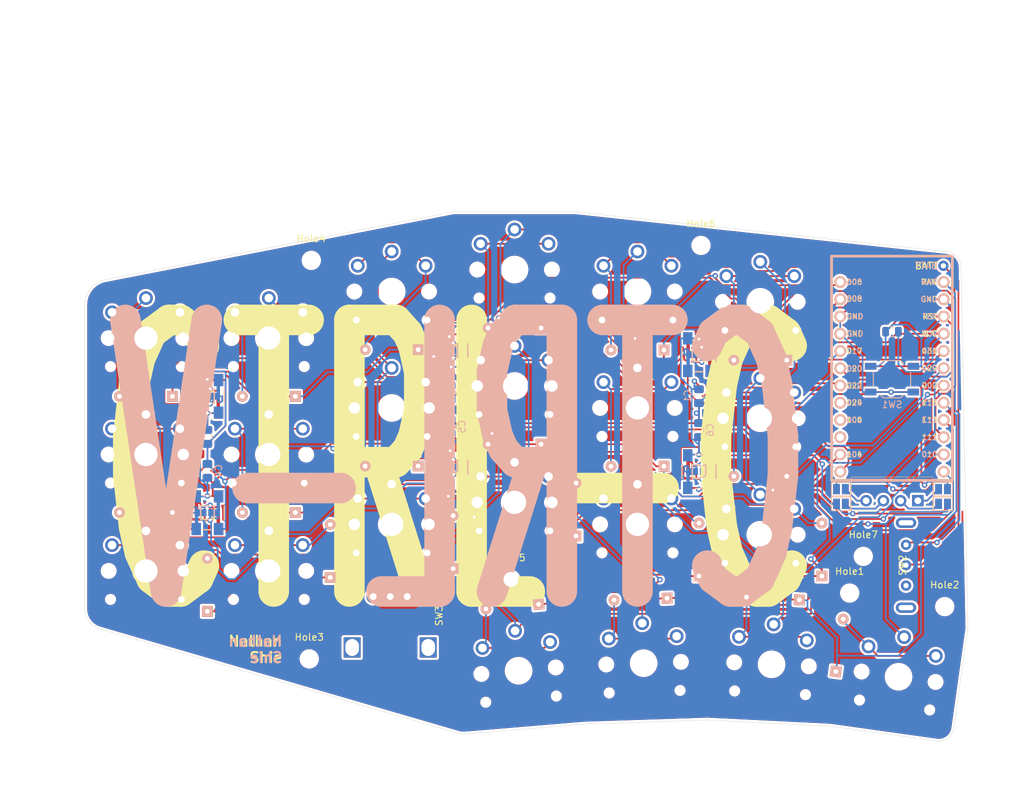
<source format=kicad_pcb>
(kicad_pcb (version 20171130) (host pcbnew "(5.1.6)-1")
  (layers (0 F.Cu signal) (31 B.Cu signal) (34 B.Paste user) (35 F.Paste user) (36 B.SilkS user) (37 F.SilkS user) (38 B.Mask user) (39 F.Mask user) (44 Edge.Cuts user))
  (net 0 "")
  (net 1 row1)
  (net 2 "Net-(D_A1-Pad2)")
  (net 3 "Net-(D_B1-Pad2)")
  (net 4 row2)
  (net 5 "Net-(D_C1-Pad2)")
  (net 6 "Net-(D_CAPS1-Pad2)")
  (net 7 "Net-(D_D1-Pad2)")
  (net 8 "Net-(D_E1-Pad2)")
  (net 9 row0)
  (net 10 "Net-(D_F1-Pad2)")
  (net 11 "Net-(D_G1-Pad2)")
  (net 12 row3)
  (net 13 "Net-(D_INNER1-Pad2)")
  (net 14 "Net-(D_OUTER1-Pad2)")
  (net 15 "Net-(D_Q1-Pad2)")
  (net 16 "Net-(D_R1-Pad2)")
  (net 17 "Net-(D_S1-Pad2)")
  (net 18 "Net-(D_SHIFT1-Pad2)")
  (net 19 "Net-(D_T1-Pad2)")
  (net 20 "Net-(D_TAB1-Pad2)")
  (net 21 "Net-(D_THUMB1-Pad2)")
  (net 22 "Net-(D_THUMB2-Pad2)")
  (net 23 "Net-(D_V1-Pad2)")
  (net 24 "Net-(D_W1-Pad2)")
  (net 25 "Net-(D_X1-Pad2)")
  (net 26 "Net-(D_Z1-Pad2)")
  (net 27 col1)
  (net 28 col5)
  (net 29 col3)
  (net 30 col0)
  (net 31 col4)
  (net 32 col2)
  (net 33 VCC)
  (net 34 "Net-(R1-Pad2)")
  (net 35 GND)
  (net 36 "Net-(D1-Pad2)")
  (net 37 "Net-(D2-Pad2)")
  (net 38 "Net-(D3-Pad2)")
  (net 39 "Net-(D4-Pad2)")
  (net 40 "Net-(D5-Pad2)")
  (net 41 "Net-(D6-Pad2)")
  (net 42 "Net-(SW2-Pad1)")
  (net 43 "Net-(U1-Pad10)")
  (net 44 "Net-(U1-Pad9)")
  (net 45 "Net-(U1-Pad8)")
  (net 46 "Net-(SW2-Pad3)")
  (net 47 SDA)
  (net 48 SCL)
  (net 49 battery)
  (net 50 encB)
  (net 51 encA)
  (net 52 led)
  (net 53 "Net-(JP_B_GND1-Pad1)")
  (net 54 "Net-(JP_B_SCL1-Pad1)")
  (net 55 "Net-(JP_B_SDA1-Pad1)")
  (net 56 "Net-(JP_B_VCC1-Pad1)")
  (module keyswitches:SW_PG1350_reversible_outlined_silkless (layer F.Cu) (at 59.9438 27.091 180)
    (fp_text reference K_W1 hide)
    (fp_text value KEYSW)
    (pad "" np_thru_hole circle (at -5.5 0 180) (size 1.7018 1.7018) (drill 1.7018) (layers *.Cu *.Mask))
    (pad "" np_thru_hole circle (at 5.5 0 180) (size 1.7018 1.7018) (drill 1.7018) (layers *.Cu *.Mask))
    (pad "" np_thru_hole circle (at -5.22 -4.2 180) (size 0.9906 0.9906) (drill 0.9906) (layers *.Cu *.Mask))
    (pad 2 thru_hole circle (at 5 3.8 180) (size 2.032 2.032) (drill 1.27) (layers *.Cu *.Mask) (net 24 "Net-(D_W1-Pad2)"))
    (pad "" np_thru_hole circle (at 0 0 180) (size 3.429 3.429) (drill 3.429) (layers *.Cu *.Mask))
    (pad 2 thru_hole circle (at -5 3.8 180) (size 2.032 2.032) (drill 1.27) (layers *.Cu *.Mask) (net 24 "Net-(D_W1-Pad2)"))
    (pad 1 thru_hole circle (at 0 5.9 180) (size 2.032 2.032) (drill 1.27) (layers *.Cu *.Mask) (net 32 col2))
    (pad "" np_thru_hole circle (at 5.22 -4.2 180) (size 0.9906 0.9906) (drill 0.9906) (layers *.Cu *.Mask))
  )
  (module keyswitches:SW_PG1350_reversible_outlined_silkless (layer F.Cu) (at 96.1388 27.091 180)
    (fp_text reference K_R1 hide)
    (fp_text value KEYSW)
    (pad "" np_thru_hole circle (at -5.5 0 180) (size 1.7018 1.7018) (drill 1.7018) (layers *.Cu *.Mask))
    (pad "" np_thru_hole circle (at 5.5 0 180) (size 1.7018 1.7018) (drill 1.7018) (layers *.Cu *.Mask))
    (pad "" np_thru_hole circle (at -5.22 -4.2 180) (size 0.9906 0.9906) (drill 0.9906) (layers *.Cu *.Mask))
    (pad 2 thru_hole circle (at 5 3.8 180) (size 2.032 2.032) (drill 1.27) (layers *.Cu *.Mask) (net 16 "Net-(D_R1-Pad2)"))
    (pad "" np_thru_hole circle (at 0 0 180) (size 3.429 3.429) (drill 3.429) (layers *.Cu *.Mask))
    (pad 2 thru_hole circle (at -5 3.8 180) (size 2.032 2.032) (drill 1.27) (layers *.Cu *.Mask) (net 16 "Net-(D_R1-Pad2)"))
    (pad 1 thru_hole circle (at 0 5.9 180) (size 2.032 2.032) (drill 1.27) (layers *.Cu *.Mask) (net 31 col4))
    (pad "" np_thru_hole circle (at 5.22 -4.2 180) (size 0.9906 0.9906) (drill 0.9906) (layers *.Cu *.Mask))
  )
  (module keyswitches:SW_PG1350_reversible_outlined_silkless (layer F.Cu) (at 41.8462 51.094 180)
    (fp_text reference K_A1 hide)
    (fp_text value KEYSW)
    (pad "" np_thru_hole circle (at -5.5 0 180) (size 1.7018 1.7018) (drill 1.7018) (layers *.Cu *.Mask))
    (pad "" np_thru_hole circle (at 5.5 0 180) (size 1.7018 1.7018) (drill 1.7018) (layers *.Cu *.Mask))
    (pad "" np_thru_hole circle (at -5.22 -4.2 180) (size 0.9906 0.9906) (drill 0.9906) (layers *.Cu *.Mask))
    (pad 2 thru_hole circle (at 5 3.8 180) (size 2.032 2.032) (drill 1.27) (layers *.Cu *.Mask) (net 2 "Net-(D_A1-Pad2)"))
    (pad "" np_thru_hole circle (at 0 0 180) (size 3.429 3.429) (drill 3.429) (layers *.Cu *.Mask))
    (pad 2 thru_hole circle (at -5 3.8 180) (size 2.032 2.032) (drill 1.27) (layers *.Cu *.Mask) (net 2 "Net-(D_A1-Pad2)"))
    (pad 1 thru_hole circle (at 0 5.9 180) (size 2.032 2.032) (drill 1.27) (layers *.Cu *.Mask) (net 27 col1))
    (pad "" np_thru_hole circle (at 5.22 -4.2 180) (size 0.9906 0.9906) (drill 0.9906) (layers *.Cu *.Mask))
  )
  (module keyswitches:SW_PG1350_reversible_outlined_silkless (layer F.Cu) (at 114.236 62.905 180)
    (fp_text reference K_B1 hide)
    (fp_text value KEYSW)
    (pad "" np_thru_hole circle (at -5.5 0 180) (size 1.7018 1.7018) (drill 1.7018) (layers *.Cu *.Mask))
    (pad "" np_thru_hole circle (at 5.5 0 180) (size 1.7018 1.7018) (drill 1.7018) (layers *.Cu *.Mask))
    (pad "" np_thru_hole circle (at -5.22 -4.2 180) (size 0.9906 0.9906) (drill 0.9906) (layers *.Cu *.Mask))
    (pad 2 thru_hole circle (at 5 3.8 180) (size 2.032 2.032) (drill 1.27) (layers *.Cu *.Mask) (net 3 "Net-(D_B1-Pad2)"))
    (pad "" np_thru_hole circle (at 0 0 180) (size 3.429 3.429) (drill 3.429) (layers *.Cu *.Mask))
    (pad 2 thru_hole circle (at -5 3.8 180) (size 2.032 2.032) (drill 1.27) (layers *.Cu *.Mask) (net 3 "Net-(D_B1-Pad2)"))
    (pad 1 thru_hole circle (at 0 5.9 180) (size 2.032 2.032) (drill 1.27) (layers *.Cu *.Mask) (net 28 col5))
    (pad "" np_thru_hole circle (at 5.22 -4.2 180) (size 0.9906 0.9906) (drill 0.9906) (layers *.Cu *.Mask))
  )
  (module keyswitches:SW_PG1350_reversible_outlined_silkless (layer F.Cu) (at 78.0412 58.1425 180)
    (fp_text reference K_C1 hide)
    (fp_text value KEYSW)
    (pad "" np_thru_hole circle (at -5.5 0 180) (size 1.7018 1.7018) (drill 1.7018) (layers *.Cu *.Mask))
    (pad "" np_thru_hole circle (at 5.5 0 180) (size 1.7018 1.7018) (drill 1.7018) (layers *.Cu *.Mask))
    (pad "" np_thru_hole circle (at -5.22 -4.2 180) (size 0.9906 0.9906) (drill 0.9906) (layers *.Cu *.Mask))
    (pad 2 thru_hole circle (at 5 3.8 180) (size 2.032 2.032) (drill 1.27) (layers *.Cu *.Mask) (net 5 "Net-(D_C1-Pad2)"))
    (pad "" np_thru_hole circle (at 0 0 180) (size 3.429 3.429) (drill 3.429) (layers *.Cu *.Mask))
    (pad 2 thru_hole circle (at -5 3.8 180) (size 2.032 2.032) (drill 1.27) (layers *.Cu *.Mask) (net 5 "Net-(D_C1-Pad2)"))
    (pad 1 thru_hole circle (at 0 5.9 180) (size 2.032 2.032) (drill 1.27) (layers *.Cu *.Mask) (net 29 col3))
    (pad "" np_thru_hole circle (at 5.22 -4.2 180) (size 0.9906 0.9906) (drill 0.9906) (layers *.Cu *.Mask))
  )
  (module keyswitches:SW_PG1350_reversible_outlined_silkless (layer F.Cu) (at 23.7488 51.094 180)
    (fp_text reference K_CAPS1 hide)
    (fp_text value KEYSW)
    (pad "" np_thru_hole circle (at -5.5 0 180) (size 1.7018 1.7018) (drill 1.7018) (layers *.Cu *.Mask))
    (pad "" np_thru_hole circle (at 5.5 0 180) (size 1.7018 1.7018) (drill 1.7018) (layers *.Cu *.Mask))
    (pad "" np_thru_hole circle (at -5.22 -4.2 180) (size 0.9906 0.9906) (drill 0.9906) (layers *.Cu *.Mask))
    (pad 2 thru_hole circle (at 5 3.8 180) (size 2.032 2.032) (drill 1.27) (layers *.Cu *.Mask) (net 6 "Net-(D_CAPS1-Pad2)"))
    (pad "" np_thru_hole circle (at 0 0 180) (size 3.429 3.429) (drill 3.429) (layers *.Cu *.Mask))
    (pad 2 thru_hole circle (at -5 3.8 180) (size 2.032 2.032) (drill 1.27) (layers *.Cu *.Mask) (net 6 "Net-(D_CAPS1-Pad2)"))
    (pad 1 thru_hole circle (at 0 5.9 180) (size 2.032 2.032) (drill 1.27) (layers *.Cu *.Mask) (net 30 col0))
    (pad "" np_thru_hole circle (at 5.22 -4.2 180) (size 0.9906 0.9906) (drill 0.9906) (layers *.Cu *.Mask))
  )
  (module keyswitches:SW_PG1350_reversible_outlined_silkless (layer F.Cu) (at 78.0412 40.9975 180)
    (fp_text reference K_D1 hide)
    (fp_text value KEYSW)
    (pad "" np_thru_hole circle (at -5.5 0 180) (size 1.7018 1.7018) (drill 1.7018) (layers *.Cu *.Mask))
    (pad "" np_thru_hole circle (at 5.5 0 180) (size 1.7018 1.7018) (drill 1.7018) (layers *.Cu *.Mask))
    (pad "" np_thru_hole circle (at -5.22 -4.2 180) (size 0.9906 0.9906) (drill 0.9906) (layers *.Cu *.Mask))
    (pad 2 thru_hole circle (at 5 3.8 180) (size 2.032 2.032) (drill 1.27) (layers *.Cu *.Mask) (net 7 "Net-(D_D1-Pad2)"))
    (pad "" np_thru_hole circle (at 0 0 180) (size 3.429 3.429) (drill 3.429) (layers *.Cu *.Mask))
    (pad 2 thru_hole circle (at -5 3.8 180) (size 2.032 2.032) (drill 1.27) (layers *.Cu *.Mask) (net 7 "Net-(D_D1-Pad2)"))
    (pad 1 thru_hole circle (at 0 5.9 180) (size 2.032 2.032) (drill 1.27) (layers *.Cu *.Mask) (net 29 col3))
    (pad "" np_thru_hole circle (at 5.22 -4.2 180) (size 0.9906 0.9906) (drill 0.9906) (layers *.Cu *.Mask))
  )
  (module keyswitches:SW_PG1350_reversible_outlined_silkless (layer F.Cu) (at 78.0412 23.8525 180)
    (fp_text reference K_E1 hide)
    (fp_text value KEYSW)
    (pad "" np_thru_hole circle (at -5.5 0 180) (size 1.7018 1.7018) (drill 1.7018) (layers *.Cu *.Mask))
    (pad "" np_thru_hole circle (at 5.5 0 180) (size 1.7018 1.7018) (drill 1.7018) (layers *.Cu *.Mask))
    (pad "" np_thru_hole circle (at -5.22 -4.2 180) (size 0.9906 0.9906) (drill 0.9906) (layers *.Cu *.Mask))
    (pad 2 thru_hole circle (at 5 3.8 180) (size 2.032 2.032) (drill 1.27) (layers *.Cu *.Mask) (net 8 "Net-(D_E1-Pad2)"))
    (pad "" np_thru_hole circle (at 0 0 180) (size 3.429 3.429) (drill 3.429) (layers *.Cu *.Mask))
    (pad 2 thru_hole circle (at -5 3.8 180) (size 2.032 2.032) (drill 1.27) (layers *.Cu *.Mask) (net 8 "Net-(D_E1-Pad2)"))
    (pad 1 thru_hole circle (at 0 5.9 180) (size 2.032 2.032) (drill 1.27) (layers *.Cu *.Mask) (net 29 col3))
    (pad "" np_thru_hole circle (at 5.22 -4.2 180) (size 0.9906 0.9906) (drill 0.9906) (layers *.Cu *.Mask))
  )
  (module keyswitches:SW_PG1350_reversible_outlined_silkless (layer F.Cu) (at 96.1388 44.236 180)
    (fp_text reference K_F1 hide)
    (fp_text value KEYSW)
    (pad "" np_thru_hole circle (at -5.5 0 180) (size 1.7018 1.7018) (drill 1.7018) (layers *.Cu *.Mask))
    (pad "" np_thru_hole circle (at 5.5 0 180) (size 1.7018 1.7018) (drill 1.7018) (layers *.Cu *.Mask))
    (pad "" np_thru_hole circle (at -5.22 -4.2 180) (size 0.9906 0.9906) (drill 0.9906) (layers *.Cu *.Mask))
    (pad 2 thru_hole circle (at 5 3.8 180) (size 2.032 2.032) (drill 1.27) (layers *.Cu *.Mask) (net 10 "Net-(D_F1-Pad2)"))
    (pad "" np_thru_hole circle (at 0 0 180) (size 3.429 3.429) (drill 3.429) (layers *.Cu *.Mask))
    (pad 2 thru_hole circle (at -5 3.8 180) (size 2.032 2.032) (drill 1.27) (layers *.Cu *.Mask) (net 10 "Net-(D_F1-Pad2)"))
    (pad 1 thru_hole circle (at 0 5.9 180) (size 2.032 2.032) (drill 1.27) (layers *.Cu *.Mask) (net 31 col4))
    (pad "" np_thru_hole circle (at 5.22 -4.2 180) (size 0.9906 0.9906) (drill 0.9906) (layers *.Cu *.Mask))
  )
  (module keyswitches:SW_PG1350_reversible_outlined_silkless (layer F.Cu) (at 114.236 45.76 180)
    (fp_text reference K_G1 hide)
    (fp_text value KEYSW)
    (pad "" np_thru_hole circle (at -5.5 0 180) (size 1.7018 1.7018) (drill 1.7018) (layers *.Cu *.Mask))
    (pad "" np_thru_hole circle (at 5.5 0 180) (size 1.7018 1.7018) (drill 1.7018) (layers *.Cu *.Mask))
    (pad "" np_thru_hole circle (at -5.22 -4.2 180) (size 0.9906 0.9906) (drill 0.9906) (layers *.Cu *.Mask))
    (pad 2 thru_hole circle (at 5 3.8 180) (size 2.032 2.032) (drill 1.27) (layers *.Cu *.Mask) (net 11 "Net-(D_G1-Pad2)"))
    (pad "" np_thru_hole circle (at 0 0 180) (size 3.429 3.429) (drill 3.429) (layers *.Cu *.Mask))
    (pad 2 thru_hole circle (at -5 3.8 180) (size 2.032 2.032) (drill 1.27) (layers *.Cu *.Mask) (net 11 "Net-(D_G1-Pad2)"))
    (pad 1 thru_hole circle (at 0 5.9 180) (size 2.032 2.032) (drill 1.27) (layers *.Cu *.Mask) (net 28 col5))
    (pad "" np_thru_hole circle (at 5.22 -4.2 180) (size 0.9906 0.9906) (drill 0.9906) (layers *.Cu *.Mask))
  )
  (module keyswitches:SW_PG1350_reversible_outlined_silkless (layer F.Cu) (at 78.63 82.94 185)
    (fp_text reference K_INNER1 hide)
    (fp_text value KEYSW)
    (pad "" np_thru_hole circle (at -5.5 0 185) (size 1.7018 1.7018) (drill 1.7018) (layers *.Cu *.Mask))
    (pad "" np_thru_hole circle (at 5.5 0 185) (size 1.7018 1.7018) (drill 1.7018) (layers *.Cu *.Mask))
    (pad "" np_thru_hole circle (at -5.22 -4.2 185) (size 0.9906 0.9906) (drill 0.9906) (layers *.Cu *.Mask))
    (pad 2 thru_hole circle (at 5 3.8 185) (size 2.032 2.032) (drill 1.27) (layers *.Cu *.Mask) (net 13 "Net-(D_INNER1-Pad2)"))
    (pad "" np_thru_hole circle (at 0 0 185) (size 3.429 3.429) (drill 3.429) (layers *.Cu *.Mask))
    (pad 2 thru_hole circle (at -5 3.8 185) (size 2.032 2.032) (drill 1.27) (layers *.Cu *.Mask) (net 13 "Net-(D_INNER1-Pad2)"))
    (pad 1 thru_hole circle (at 0 5.9 185) (size 2.032 2.032) (drill 1.27) (layers *.Cu *.Mask) (net 32 col2))
    (pad "" np_thru_hole circle (at 5.22 -4.2 185) (size 0.9906 0.9906) (drill 0.9906) (layers *.Cu *.Mask))
  )
  (module keyswitches:SW_PG1350_reversible_outlined_silkless (layer F.Cu) (at 134.6 83.83 172)
    (fp_text reference K_OUTER1 hide)
    (fp_text value KEYSW)
    (pad "" np_thru_hole circle (at -5.5 0 172) (size 1.7018 1.7018) (drill 1.7018) (layers *.Cu *.Mask))
    (pad "" np_thru_hole circle (at 5.5 0 172) (size 1.7018 1.7018) (drill 1.7018) (layers *.Cu *.Mask))
    (pad "" np_thru_hole circle (at -5.22 -4.2 172) (size 0.9906 0.9906) (drill 0.9906) (layers *.Cu *.Mask))
    (pad 2 thru_hole circle (at 5 3.8 172) (size 2.032 2.032) (drill 1.27) (layers *.Cu *.Mask) (net 14 "Net-(D_OUTER1-Pad2)"))
    (pad "" np_thru_hole circle (at 0 0 172) (size 3.429 3.429) (drill 3.429) (layers *.Cu *.Mask))
    (pad 2 thru_hole circle (at -5 3.8 172) (size 2.032 2.032) (drill 1.27) (layers *.Cu *.Mask) (net 14 "Net-(D_OUTER1-Pad2)"))
    (pad 1 thru_hole circle (at 0 5.9 172) (size 2.032 2.032) (drill 1.27) (layers *.Cu *.Mask) (net 28 col5))
    (pad "" np_thru_hole circle (at 5.22 -4.2 172) (size 0.9906 0.9906) (drill 0.9906) (layers *.Cu *.Mask))
  )
  (module keyswitches:SW_PG1350_reversible_outlined_silkless (layer F.Cu) (at 41.8462 33.949 180)
    (fp_text reference K_Q1 hide)
    (fp_text value KEYSW)
    (pad "" np_thru_hole circle (at -5.5 0 180) (size 1.7018 1.7018) (drill 1.7018) (layers *.Cu *.Mask))
    (pad "" np_thru_hole circle (at 5.5 0 180) (size 1.7018 1.7018) (drill 1.7018) (layers *.Cu *.Mask))
    (pad "" np_thru_hole circle (at -5.22 -4.2 180) (size 0.9906 0.9906) (drill 0.9906) (layers *.Cu *.Mask))
    (pad 2 thru_hole circle (at 5 3.8 180) (size 2.032 2.032) (drill 1.27) (layers *.Cu *.Mask) (net 15 "Net-(D_Q1-Pad2)"))
    (pad "" np_thru_hole circle (at 0 0 180) (size 3.429 3.429) (drill 3.429) (layers *.Cu *.Mask))
    (pad 2 thru_hole circle (at -5 3.8 180) (size 2.032 2.032) (drill 1.27) (layers *.Cu *.Mask) (net 15 "Net-(D_Q1-Pad2)"))
    (pad 1 thru_hole circle (at 0 5.9 180) (size 2.032 2.032) (drill 1.27) (layers *.Cu *.Mask) (net 27 col1))
    (pad "" np_thru_hole circle (at 5.22 -4.2 180) (size 0.9906 0.9906) (drill 0.9906) (layers *.Cu *.Mask))
  )
  (module keyswitches:SW_PG1350_reversible_outlined_silkless (layer F.Cu) (at 59.9438 44.236 180)
    (fp_text reference K_S1 hide)
    (fp_text value KEYSW)
    (pad "" np_thru_hole circle (at -5.5 0 180) (size 1.7018 1.7018) (drill 1.7018) (layers *.Cu *.Mask))
    (pad "" np_thru_hole circle (at 5.5 0 180) (size 1.7018 1.7018) (drill 1.7018) (layers *.Cu *.Mask))
    (pad "" np_thru_hole circle (at -5.22 -4.2 180) (size 0.9906 0.9906) (drill 0.9906) (layers *.Cu *.Mask))
    (pad 2 thru_hole circle (at 5 3.8 180) (size 2.032 2.032) (drill 1.27) (layers *.Cu *.Mask) (net 17 "Net-(D_S1-Pad2)"))
    (pad "" np_thru_hole circle (at 0 0 180) (size 3.429 3.429) (drill 3.429) (layers *.Cu *.Mask))
    (pad 2 thru_hole circle (at -5 3.8 180) (size 2.032 2.032) (drill 1.27) (layers *.Cu *.Mask) (net 17 "Net-(D_S1-Pad2)"))
    (pad 1 thru_hole circle (at 0 5.9 180) (size 2.032 2.032) (drill 1.27) (layers *.Cu *.Mask) (net 32 col2))
    (pad "" np_thru_hole circle (at 5.22 -4.2 180) (size 0.9906 0.9906) (drill 0.9906) (layers *.Cu *.Mask))
  )
  (module keyswitches:SW_PG1350_reversible_outlined_silkless (layer F.Cu) (at 23.7488 68.239 180)
    (fp_text reference K_SHIFT1 hide)
    (fp_text value KEYSW)
    (pad "" np_thru_hole circle (at -5.5 0 180) (size 1.7018 1.7018) (drill 1.7018) (layers *.Cu *.Mask))
    (pad "" np_thru_hole circle (at 5.5 0 180) (size 1.7018 1.7018) (drill 1.7018) (layers *.Cu *.Mask))
    (pad "" np_thru_hole circle (at -5.22 -4.2 180) (size 0.9906 0.9906) (drill 0.9906) (layers *.Cu *.Mask))
    (pad 2 thru_hole circle (at 5 3.8 180) (size 2.032 2.032) (drill 1.27) (layers *.Cu *.Mask) (net 18 "Net-(D_SHIFT1-Pad2)"))
    (pad "" np_thru_hole circle (at 0 0 180) (size 3.429 3.429) (drill 3.429) (layers *.Cu *.Mask))
    (pad 2 thru_hole circle (at -5 3.8 180) (size 2.032 2.032) (drill 1.27) (layers *.Cu *.Mask) (net 18 "Net-(D_SHIFT1-Pad2)"))
    (pad 1 thru_hole circle (at 0 5.9 180) (size 2.032 2.032) (drill 1.27) (layers *.Cu *.Mask) (net 30 col0))
    (pad "" np_thru_hole circle (at 5.22 -4.2 180) (size 0.9906 0.9906) (drill 0.9906) (layers *.Cu *.Mask))
  )
  (module keyswitches:SW_PG1350_reversible_outlined_silkless (layer F.Cu) (at 114.236 28.615 180)
    (fp_text reference K_T1 hide)
    (fp_text value KEYSW)
    (pad "" np_thru_hole circle (at -5.5 0 180) (size 1.7018 1.7018) (drill 1.7018) (layers *.Cu *.Mask))
    (pad "" np_thru_hole circle (at 5.5 0 180) (size 1.7018 1.7018) (drill 1.7018) (layers *.Cu *.Mask))
    (pad "" np_thru_hole circle (at -5.22 -4.2 180) (size 0.9906 0.9906) (drill 0.9906) (layers *.Cu *.Mask))
    (pad 2 thru_hole circle (at 5 3.8 180) (size 2.032 2.032) (drill 1.27) (layers *.Cu *.Mask) (net 19 "Net-(D_T1-Pad2)"))
    (pad "" np_thru_hole circle (at 0 0 180) (size 3.429 3.429) (drill 3.429) (layers *.Cu *.Mask))
    (pad 2 thru_hole circle (at -5 3.8 180) (size 2.032 2.032) (drill 1.27) (layers *.Cu *.Mask) (net 19 "Net-(D_T1-Pad2)"))
    (pad 1 thru_hole circle (at 0 5.9 180) (size 2.032 2.032) (drill 1.27) (layers *.Cu *.Mask) (net 28 col5))
    (pad "" np_thru_hole circle (at 5.22 -4.2 180) (size 0.9906 0.9906) (drill 0.9906) (layers *.Cu *.Mask))
  )
  (module keyswitches:SW_PG1350_reversible_outlined_silkless (layer F.Cu) (at 23.7488 33.949 180)
    (fp_text reference K_TAB1 hide)
    (fp_text value KEYSW)
    (pad "" np_thru_hole circle (at -5.5 0 180) (size 1.7018 1.7018) (drill 1.7018) (layers *.Cu *.Mask))
    (pad "" np_thru_hole circle (at 5.5 0 180) (size 1.7018 1.7018) (drill 1.7018) (layers *.Cu *.Mask))
    (pad "" np_thru_hole circle (at -5.22 -4.2 180) (size 0.9906 0.9906) (drill 0.9906) (layers *.Cu *.Mask))
    (pad 2 thru_hole circle (at 5 3.8 180) (size 2.032 2.032) (drill 1.27) (layers *.Cu *.Mask) (net 20 "Net-(D_TAB1-Pad2)"))
    (pad "" np_thru_hole circle (at 0 0 180) (size 3.429 3.429) (drill 3.429) (layers *.Cu *.Mask))
    (pad 2 thru_hole circle (at -5 3.8 180) (size 2.032 2.032) (drill 1.27) (layers *.Cu *.Mask) (net 20 "Net-(D_TAB1-Pad2)"))
    (pad 1 thru_hole circle (at 0 5.9 180) (size 2.032 2.032) (drill 1.27) (layers *.Cu *.Mask) (net 30 col0))
    (pad "" np_thru_hole circle (at 5.22 -4.2 180) (size 0.9906 0.9906) (drill 0.9906) (layers *.Cu *.Mask))
  )
  (module keyswitches:SW_PG1350_reversible_outlined_silkless (layer F.Cu) (at 97.05 81.83 182)
    (fp_text reference K_THUMB1 hide)
    (fp_text value KEYSW)
    (pad "" np_thru_hole circle (at -5.5 0 182) (size 1.7018 1.7018) (drill 1.7018) (layers *.Cu *.Mask))
    (pad "" np_thru_hole circle (at 5.5 0 182) (size 1.7018 1.7018) (drill 1.7018) (layers *.Cu *.Mask))
    (pad "" np_thru_hole circle (at -5.22 -4.2 182) (size 0.9906 0.9906) (drill 0.9906) (layers *.Cu *.Mask))
    (pad 2 thru_hole circle (at 5 3.8 182) (size 2.032 2.032) (drill 1.27) (layers *.Cu *.Mask) (net 21 "Net-(D_THUMB1-Pad2)"))
    (pad "" np_thru_hole circle (at 0 0 182) (size 3.429 3.429) (drill 3.429) (layers *.Cu *.Mask))
    (pad 2 thru_hole circle (at -5 3.8 182) (size 2.032 2.032) (drill 1.27) (layers *.Cu *.Mask) (net 21 "Net-(D_THUMB1-Pad2)"))
    (pad 1 thru_hole circle (at 0 5.9 182) (size 2.032 2.032) (drill 1.27) (layers *.Cu *.Mask) (net 29 col3))
    (pad "" np_thru_hole circle (at 5.22 -4.2 182) (size 0.9906 0.9906) (drill 0.9906) (layers *.Cu *.Mask))
  )
  (module keyswitches:SW_PG1350_reversible_outlined_silkless (layer F.Cu) (at 115.89 82 177)
    (fp_text reference K_THUMB2 hide)
    (fp_text value KEYSW)
    (pad "" np_thru_hole circle (at -5.5 0 177) (size 1.7018 1.7018) (drill 1.7018) (layers *.Cu *.Mask))
    (pad "" np_thru_hole circle (at 5.5 0 177) (size 1.7018 1.7018) (drill 1.7018) (layers *.Cu *.Mask))
    (pad "" np_thru_hole circle (at -5.22 -4.2 177) (size 0.9906 0.9906) (drill 0.9906) (layers *.Cu *.Mask))
    (pad 2 thru_hole circle (at 5 3.8 177) (size 2.032 2.032) (drill 1.27) (layers *.Cu *.Mask) (net 22 "Net-(D_THUMB2-Pad2)"))
    (pad "" np_thru_hole circle (at 0 0 177) (size 3.429 3.429) (drill 3.429) (layers *.Cu *.Mask))
    (pad 2 thru_hole circle (at -5 3.8 177) (size 2.032 2.032) (drill 1.27) (layers *.Cu *.Mask) (net 22 "Net-(D_THUMB2-Pad2)"))
    (pad 1 thru_hole circle (at 0 5.9 177) (size 2.032 2.032) (drill 1.27) (layers *.Cu *.Mask) (net 31 col4))
    (pad "" np_thru_hole circle (at 5.22 -4.2 177) (size 0.9906 0.9906) (drill 0.9906) (layers *.Cu *.Mask))
  )
  (module keyswitches:SW_PG1350_reversible_outlined_silkless (layer F.Cu) (at 96.1388 61.381 180)
    (fp_text reference K_V1 hide)
    (fp_text value KEYSW)
    (pad "" np_thru_hole circle (at -5.5 0 180) (size 1.7018 1.7018) (drill 1.7018) (layers *.Cu *.Mask))
    (pad "" np_thru_hole circle (at 5.5 0 180) (size 1.7018 1.7018) (drill 1.7018) (layers *.Cu *.Mask))
    (pad "" np_thru_hole circle (at -5.22 -4.2 180) (size 0.9906 0.9906) (drill 0.9906) (layers *.Cu *.Mask))
    (pad 2 thru_hole circle (at 5 3.8 180) (size 2.032 2.032) (drill 1.27) (layers *.Cu *.Mask) (net 23 "Net-(D_V1-Pad2)"))
    (pad "" np_thru_hole circle (at 0 0 180) (size 3.429 3.429) (drill 3.429) (layers *.Cu *.Mask))
    (pad 2 thru_hole circle (at -5 3.8 180) (size 2.032 2.032) (drill 1.27) (layers *.Cu *.Mask) (net 23 "Net-(D_V1-Pad2)"))
    (pad 1 thru_hole circle (at 0 5.9 180) (size 2.032 2.032) (drill 1.27) (layers *.Cu *.Mask) (net 31 col4))
    (pad "" np_thru_hole circle (at 5.22 -4.2 180) (size 0.9906 0.9906) (drill 0.9906) (layers *.Cu *.Mask))
  )
  (module keyswitches:SW_PG1350_reversible_outlined_silkless (layer F.Cu) (at 59.9438 61.381 180)
    (fp_text reference K_X1 hide)
    (fp_text value KEYSW)
    (pad "" np_thru_hole circle (at -5.5 0 180) (size 1.7018 1.7018) (drill 1.7018) (layers *.Cu *.Mask))
    (pad "" np_thru_hole circle (at 5.5 0 180) (size 1.7018 1.7018) (drill 1.7018) (layers *.Cu *.Mask))
    (pad "" np_thru_hole circle (at -5.22 -4.2 180) (size 0.9906 0.9906) (drill 0.9906) (layers *.Cu *.Mask))
    (pad 2 thru_hole circle (at 5 3.8 180) (size 2.032 2.032) (drill 1.27) (layers *.Cu *.Mask) (net 25 "Net-(D_X1-Pad2)"))
    (pad "" np_thru_hole circle (at 0 0 180) (size 3.429 3.429) (drill 3.429) (layers *.Cu *.Mask))
    (pad 2 thru_hole circle (at -5 3.8 180) (size 2.032 2.032) (drill 1.27) (layers *.Cu *.Mask) (net 25 "Net-(D_X1-Pad2)"))
    (pad 1 thru_hole circle (at 0 5.9 180) (size 2.032 2.032) (drill 1.27) (layers *.Cu *.Mask) (net 32 col2))
    (pad "" np_thru_hole circle (at 5.22 -4.2 180) (size 0.9906 0.9906) (drill 0.9906) (layers *.Cu *.Mask))
  )
  (module keyswitches:SW_PG1350_reversible_outlined_silkless (layer F.Cu) (at 41.8462 68.239 180)
    (fp_text reference K_Z1 hide)
    (fp_text value KEYSW)
    (pad "" np_thru_hole circle (at -5.5 0 180) (size 1.7018 1.7018) (drill 1.7018) (layers *.Cu *.Mask))
    (pad "" np_thru_hole circle (at 5.5 0 180) (size 1.7018 1.7018) (drill 1.7018) (layers *.Cu *.Mask))
    (pad "" np_thru_hole circle (at -5.22 -4.2 180) (size 0.9906 0.9906) (drill 0.9906) (layers *.Cu *.Mask))
    (pad 2 thru_hole circle (at 5 3.8 180) (size 2.032 2.032) (drill 1.27) (layers *.Cu *.Mask) (net 26 "Net-(D_Z1-Pad2)"))
    (pad "" np_thru_hole circle (at 0 0 180) (size 3.429 3.429) (drill 3.429) (layers *.Cu *.Mask))
    (pad 2 thru_hole circle (at -5 3.8 180) (size 2.032 2.032) (drill 1.27) (layers *.Cu *.Mask) (net 26 "Net-(D_Z1-Pad2)"))
    (pad 1 thru_hole circle (at 0 5.9 180) (size 2.032 2.032) (drill 1.27) (layers *.Cu *.Mask) (net 27 col1))
    (pad "" np_thru_hole circle (at 5.22 -4.2 180) (size 0.9906 0.9906) (drill 0.9906) (layers *.Cu *.Mask))
  )
  (module nice-nano-kicad:nice_nano (layer F.Cu) (at 133.63 39.66 270)
    (fp_text reference U1 hide)
    (fp_text value nice_nano hide)
    (fp_text user RST (at -8.89 -5.588) (layer B.SilkS) (effects (font (size 0.8 0.8)) (justify mirror)))
    (fp_text user 006 (at -13.97 5.53719) (layer F.SilkS) (effects (font (size 0.8 0.8))))
    (fp_text user 006 (at -13.97 5.53719) (layer B.SilkS) (effects (font (size 0.8 0.8)) (justify mirror)))
    (fp_text user 008 (at -11.5 5.53719) (layer F.SilkS) (effects (font (size 0.8 0.8))))
    (fp_text user 020 (at -1.2 5.53719) (layer F.SilkS) (effects (font (size 0.8 0.8))))
    (fp_text user 017 (at -3.8 5.53719) (layer F.SilkS) (effects (font (size 0.8 0.8))))
    (fp_text user GND (at -6.35 5.461) (layer F.SilkS) (effects (font (size 0.8 0.8))))
    (fp_text user GND (at -8.89 5.461) (layer F.SilkS) (effects (font (size 0.8 0.8))))
    (fp_text user 022 (at 1.3 5.53719) (layer F.SilkS) (effects (font (size 0.8 0.8))))
    (fp_text user 024 (at 3.81 5.53719) (layer F.SilkS) (effects (font (size 0.8 0.8))))
    (fp_text user 100 (at 6.35 5.53719) (layer F.SilkS) (effects (font (size 0.8 0.8))))
    (fp_text user 104 (at 11.43 5.53719) (layer F.SilkS) (effects (font (size 0.8 0.8))))
    (fp_text user 010 (at 11.43 -5.537191) (layer B.SilkS) (effects (font (size 0.8 0.8)) (justify mirror)))
    (fp_text user 111 (at 8.89 -5.537191) (layer F.SilkS) (effects (font (size 0.8 0.8))))
    (fp_text user 113 (at 6.35 -5.537191) (layer F.SilkS) (effects (font (size 0.8 0.8))))
    (fp_text user 115 (at 3.81 -5.537191) (layer B.SilkS) (effects (font (size 0.8 0.8)) (justify mirror)))
    (fp_text user 002 (at 1.27 -5.537191) (layer B.SilkS) (effects (font (size 0.8 0.8)) (justify mirror)))
    (fp_text user 029 (at -1.27 -5.537191) (layer B.SilkS) (effects (font (size 0.8 0.8)) (justify mirror)))
    (fp_text user 031 (at -3.81 -5.537191) (layer F.SilkS) (effects (font (size 0.8 0.8))))
    (fp_text user VCC (at -6.35 -5.537191) (layer F.SilkS) (effects (font (size 0.8 0.8))))
    (fp_text user RST (at -8.89 -5.588) (layer F.SilkS) (effects (font (size 0.8 0.8))))
    (fp_text user GND (at -11.43 -5.454667) (layer F.SilkS) (effects (font (size 0.8 0.8))))
    (fp_text user RAW (at -13.97 -5.473715) (layer F.SilkS) (effects (font (size 0.8 0.8))))
    (fp_text user RAW (at -13.97 -5.473715) (layer B.SilkS) (effects (font (size 0.8 0.8)) (justify mirror)))
    (fp_text user GND (at -11.43 -5.454667) (layer B.SilkS) (effects (font (size 0.8 0.8)) (justify mirror)))
    (fp_text user VCC (at -6.35 -5.537191) (layer B.SilkS) (effects (font (size 0.8 0.8)) (justify mirror)))
    (fp_text user 031 (at -3.81 -5.537191) (layer B.SilkS) (effects (font (size 0.8 0.8)) (justify mirror)))
    (fp_text user 029 (at -1.27 -5.537191) (layer F.SilkS) (effects (font (size 0.8 0.8))))
    (fp_text user 002 (at 1.27 -5.537191) (layer F.SilkS) (effects (font (size 0.8 0.8))))
    (fp_text user 115 (at 3.81 -5.537191) (layer F.SilkS) (effects (font (size 0.8 0.8))))
    (fp_text user 113 (at 6.35 -5.537191) (layer B.SilkS) (effects (font (size 0.8 0.8)) (justify mirror)))
    (fp_text user 111 (at 8.89 -5.537191) (layer B.SilkS) (effects (font (size 0.8 0.8)) (justify mirror)))
    (fp_text user 010 (at 11.43 -5.537191) (layer F.SilkS) (effects (font (size 0.8 0.8))))
    (fp_text user 104 (at 11.43 5.53719) (layer B.SilkS) (effects (font (size 0.8 0.8)) (justify mirror)))
    (fp_text user 100 (at 6.35 5.53719) (layer B.SilkS) (effects (font (size 0.8 0.8)) (justify mirror)))
    (fp_text user 024 (at 3.8 5.53719) (layer B.SilkS) (effects (font (size 0.8 0.8)) (justify mirror)))
    (fp_text user 022 (at 1.3 5.53719) (layer B.SilkS) (effects (font (size 0.8 0.8)) (justify mirror)))
    (fp_text user GND (at -8.89 5.461) (layer B.SilkS) (effects (font (size 0.8 0.8)) (justify mirror)))
    (fp_text user GND (at -6.35 5.461) (layer B.SilkS) (effects (font (size 0.8 0.8)) (justify mirror)))
    (fp_text user 017 (at -3.81 5.53719) (layer B.SilkS) (effects (font (size 0.8 0.8)) (justify mirror)))
    (fp_text user 020 (at -1.2 5.53719) (layer B.SilkS) (effects (font (size 0.8 0.8)) (justify mirror)))
    (fp_text user 008 (at -11.5 5.53719) (layer B.SilkS) (effects (font (size 0.8 0.8)) (justify mirror)))
    (pad 24 thru_hole circle (at -13.97 -7.62 270) (size 1.7526 1.7526) (drill 1.0922) (layers *.Cu *.SilkS *.Mask) (net 42 "Net-(SW2-Pad1)"))
    (pad 12 thru_hole circle (at 13.97 7.62 270) (size 1.7526 1.7526) (drill 1.0922) (layers *.Cu *.SilkS *.Mask) (net 27 col1))
    (pad 23 thru_hole circle (at -11.43 -7.62 270) (size 1.7526 1.7526) (drill 1.0922) (layers *.Cu *.SilkS *.Mask) (net 35 GND))
    (pad 22 thru_hole circle (at -8.89 -7.62 270) (size 1.7526 1.7526) (drill 1.0922) (layers *.Cu *.SilkS *.Mask) (net 34 "Net-(R1-Pad2)"))
    (pad 21 thru_hole circle (at -6.35 -7.62 270) (size 1.7526 1.7526) (drill 1.0922) (layers *.Cu *.SilkS *.Mask) (net 33 VCC))
    (pad 20 thru_hole circle (at -3.81 -7.62 270) (size 1.7526 1.7526) (drill 1.0922) (layers *.Cu *.SilkS *.Mask) (net 9 row0))
    (pad 19 thru_hole circle (at -1.27 -7.62 270) (size 1.7526 1.7526) (drill 1.0922) (layers *.Cu *.SilkS *.Mask) (net 1 row1))
    (pad 18 thru_hole circle (at 1.27 -7.62 270) (size 1.7526 1.7526) (drill 1.0922) (layers *.Cu *.SilkS *.Mask) (net 4 row2))
    (pad 17 thru_hole circle (at 3.81 -7.62 270) (size 1.7526 1.7526) (drill 1.0922) (layers *.Cu *.SilkS *.Mask) (net 12 row3))
    (pad 16 thru_hole circle (at 6.35 -7.62 270) (size 1.7526 1.7526) (drill 1.0922) (layers *.Cu *.SilkS *.Mask) (net 32 col2))
    (pad 15 thru_hole circle (at 8.89 -7.62 270) (size 1.7526 1.7526) (drill 1.0922) (layers *.Cu *.SilkS *.Mask) (net 29 col3))
    (pad 14 thru_hole circle (at 11.43 -7.62 270) (size 1.7526 1.7526) (drill 1.0922) (layers *.Cu *.SilkS *.Mask) (net 31 col4))
    (pad 13 thru_hole circle (at 13.97 -7.62 270) (size 1.7526 1.7526) (drill 1.0922) (layers *.Cu *.SilkS *.Mask) (net 28 col5))
    (pad 11 thru_hole circle (at 11.43 7.62 270) (size 1.7526 1.7526) (drill 1.0922) (layers *.Cu *.SilkS *.Mask) (net 30 col0))
    (pad 10 thru_hole circle (at 8.89 7.62 270) (size 1.7526 1.7526) (drill 1.0922) (layers *.Cu *.SilkS *.Mask) (net 43 "Net-(U1-Pad10)"))
    (pad 9 thru_hole circle (at 6.35 7.62 270) (size 1.7526 1.7526) (drill 1.0922) (layers *.Cu *.SilkS *.Mask) (net 44 "Net-(U1-Pad9)"))
    (pad 8 thru_hole circle (at 3.81 7.62 270) (size 1.7526 1.7526) (drill 1.0922) (layers *.Cu *.SilkS *.Mask) (net 45 "Net-(U1-Pad8)"))
    (pad 7 thru_hole circle (at 1.27 7.62 270) (size 1.7526 1.7526) (drill 1.0922) (layers *.Cu *.SilkS *.Mask) (net 52 led))
    (pad 6 thru_hole circle (at -1.27 7.62 270) (size 1.7526 1.7526) (drill 1.0922) (layers *.Cu *.SilkS *.Mask) (net 47 SDA))
    (pad 5 thru_hole circle (at -3.81 7.62 270) (size 1.7526 1.7526) (drill 1.0922) (layers *.Cu *.SilkS *.Mask) (net 48 SCL))
    (pad 4 thru_hole circle (at -6.35 7.62 270) (size 1.7526 1.7526) (drill 1.0922) (layers *.Cu *.SilkS *.Mask) (net 35 GND))
    (pad 3 thru_hole circle (at -8.89 7.62 270) (size 1.7526 1.7526) (drill 1.0922) (layers *.Cu *.SilkS *.Mask) (net 35 GND))
    (pad 2 thru_hole circle (at -11.43 7.62 270) (size 1.7526 1.7526) (drill 1.0922) (layers *.Cu *.SilkS *.Mask) (net 50 encB))
    (pad 1 thru_hole circle (at -13.97 7.62 270) (size 1.7526 1.7526) (drill 1.0922) (layers *.Cu *.SilkS *.Mask) (net 51 encA))
  )
  (module Rotary_Encoder:RotaryEncoder_Alps_EC12E_Vertical_H20mm (layer F.Cu) (at 62.22 72.02 270)
    (fp_text reference SW3 (at 2.8 -4.7 90) (layer F.SilkS))
    (fp_text value Rotary_Encoder)
    (pad MP thru_hole rect (at 7.5 8.1 270) (size 3 2.5) (drill oval 2.5 2) (layers *.Cu *.Mask))
    (pad MP thru_hole rect (at 7.5 -3.1 270) (size 3 2.5) (drill oval 2.5 2) (layers *.Cu *.Mask))
    (pad B thru_hole circle (at 0 5 270) (size 2 2) (drill 1) (layers *.Cu *.Mask) (net 50 encB))
    (pad C thru_hole circle (at 0 2.5 270) (size 2 2) (drill 1) (layers *.Cu *.Mask) (net 35 GND))
    (pad A thru_hole rect (at 0 0 270) (size 2 2) (drill 1) (layers *.Cu *.Mask) (net 51 encA))
  )
  (module Button_Switch_THT:EG1206A_SPDT_Slide_Switch (layer F.Cu) (at 135.7 67.4 270)
    (fp_text reference SW2 (at 0 0.5 90) (layer F.SilkS))
    (fp_text value SW_SPDT)
    (pad 5 thru_hole oval (at 6.25 0 90) (size 1.524 3) (drill oval 0.762 2.2) (layers *.Cu *.Mask))
    (pad 4 thru_hole oval (at -6.25 0 270) (size 1.524 3) (drill oval 0.762 2.2) (layers *.Cu *.Mask))
    (pad 1 thru_hole circle (at -3 0 270) (size 1.524 1.524) (drill 0.762) (layers *.Cu *.Mask) (net 42 "Net-(SW2-Pad1)"))
    (pad 3 thru_hole circle (at 3 0 270) (size 1.524 1.524) (drill 0.762) (layers *.Cu *.Mask) (net 46 "Net-(SW2-Pad3)"))
    (pad 2 thru_hole circle (at 0 0 270) (size 1.524 1.524) (drill 0.762) (layers *.Cu *.Mask) (net 49 battery))
  )
  (module keyboard_parts:D_axial_silkless (layer B.Cu) (at 50.9 65.3 90)
    (fp_text reference D_Z1 hide)
    (fp_text value D)
    (pad 2 thru_hole circle (at 3.9 0 90) (size 1.6 1.6) (drill 0.7) (layers *.Cu *.Mask B.SilkS) (net 26 "Net-(D_Z1-Pad2)"))
    (pad 1 thru_hole rect (at -3.9 0 90) (size 1.6 1.6) (drill 0.7) (layers *.Cu *.Mask B.SilkS) (net 4 row2))
  )
  (module keyboard_parts:D_axial_silkless (layer B.Cu) (at 69 64 90)
    (fp_text reference D_X1 hide)
    (fp_text value D)
    (pad 2 thru_hole circle (at 3.9 0 90) (size 1.6 1.6) (drill 0.7) (layers *.Cu *.Mask B.SilkS) (net 25 "Net-(D_X1-Pad2)"))
    (pad 1 thru_hole rect (at -3.9 0 90) (size 1.6 1.6) (drill 0.7) (layers *.Cu *.Mask B.SilkS) (net 4 row2))
  )
  (module keyboard_parts:D_axial_silkless (layer B.Cu) (at 59.9438 35.65 180)
    (fp_text reference D_W1 hide)
    (fp_text value D hide)
    (pad 2 thru_hole circle (at 3.9 0 180) (size 1.6 1.6) (drill 0.7) (layers *.Cu *.Mask B.SilkS) (net 24 "Net-(D_W1-Pad2)"))
    (pad 1 thru_hole rect (at -3.9 0 180) (size 1.6 1.6) (drill 0.7) (layers *.Cu *.Mask B.SilkS) (net 9 row0))
  )
  (module keyboard_parts:D_axial_silkless (layer B.Cu) (at 105.2 65.1 90)
    (fp_text reference D_V1 hide)
    (fp_text value D)
    (pad 2 thru_hole circle (at 3.9 0 90) (size 1.6 1.6) (drill 0.7) (layers *.Cu *.Mask B.SilkS) (net 23 "Net-(D_V1-Pad2)"))
    (pad 1 thru_hole rect (at -3.9 0 90) (size 1.6 1.6) (drill 0.7) (layers *.Cu *.Mask B.SilkS) (net 4 row2))
  )
  (module keyboard_parts:D_axial_silkless (layer B.Cu) (at 116.1 72.3 177)
    (fp_text reference D_THUMB2 hide)
    (fp_text value D hide)
    (pad 2 thru_hole circle (at 3.9 0 177) (size 1.6 1.6) (drill 0.7) (layers *.Cu *.Mask B.SilkS) (net 22 "Net-(D_THUMB2-Pad2)"))
    (pad 1 thru_hole rect (at -3.9 0 177) (size 1.6 1.6) (drill 0.7) (layers *.Cu *.Mask B.SilkS) (net 12 row3))
  )
  (module keyboard_parts:D_axial_silkless (layer B.Cu) (at 96.6 72.4 182)
    (fp_text reference D_THUMB1 hide)
    (fp_text value D hide)
    (pad 2 thru_hole circle (at 3.9 0 182) (size 1.6 1.6) (drill 0.7) (layers *.Cu *.Mask B.SilkS) (net 21 "Net-(D_THUMB1-Pad2)"))
    (pad 1 thru_hole rect (at -3.9 0 182) (size 1.6 1.6) (drill 0.7) (layers *.Cu *.Mask B.SilkS) (net 12 row3))
  )
  (module keyboard_parts:D_axial_silkless (layer B.Cu) (at 23.7488 42.53 180)
    (fp_text reference D_TAB1 hide)
    (fp_text value D hide)
    (pad 2 thru_hole circle (at 3.9 0 180) (size 1.6 1.6) (drill 0.7) (layers *.Cu *.Mask B.SilkS) (net 20 "Net-(D_TAB1-Pad2)"))
    (pad 1 thru_hole rect (at -3.9 0 180) (size 1.6 1.6) (drill 0.7) (layers *.Cu *.Mask B.SilkS) (net 9 row0))
  )
  (module keyboard_parts:D_axial_silkless (layer B.Cu) (at 114.236 37.2 180)
    (fp_text reference D_T1 hide)
    (fp_text value D hide)
    (pad 2 thru_hole circle (at 3.9 0 180) (size 1.6 1.6) (drill 0.7) (layers *.Cu *.Mask B.SilkS) (net 19 "Net-(D_T1-Pad2)"))
    (pad 1 thru_hole rect (at -3.9 0 180) (size 1.6 1.6) (drill 0.7) (layers *.Cu *.Mask B.SilkS) (net 9 row0))
  )
  (module keyboard_parts:D_axial_silkless (layer B.Cu) (at 32.8 70.3 90)
    (fp_text reference D_SHIFT1 hide)
    (fp_text value D hide)
    (pad 2 thru_hole circle (at 3.9 0 90) (size 1.6 1.6) (drill 0.7) (layers *.Cu *.Mask B.SilkS) (net 18 "Net-(D_SHIFT1-Pad2)"))
    (pad 1 thru_hole rect (at -3.9 0 90) (size 1.6 1.6) (drill 0.7) (layers *.Cu *.Mask B.SilkS) (net 4 row2))
  )
  (module keyboard_parts:D_axial_silkless (layer B.Cu) (at 59.9438 52.8 180)
    (fp_text reference D_S1 hide)
    (fp_text value D hide)
    (pad 2 thru_hole circle (at 3.9 0 180) (size 1.6 1.6) (drill 0.7) (layers *.Cu *.Mask B.SilkS) (net 17 "Net-(D_S1-Pad2)"))
    (pad 1 thru_hole rect (at -3.9 0 180) (size 1.6 1.6) (drill 0.7) (layers *.Cu *.Mask B.SilkS) (net 1 row1))
  )
  (module keyboard_parts:D_axial_silkless (layer B.Cu) (at 96.1388 35.7 180)
    (fp_text reference D_R1 hide)
    (fp_text value D hide)
    (pad 2 thru_hole circle (at 3.9 0 180) (size 1.6 1.6) (drill 0.7) (layers *.Cu *.Mask B.SilkS) (net 16 "Net-(D_R1-Pad2)"))
    (pad 1 thru_hole rect (at -3.9 0 180) (size 1.6 1.6) (drill 0.7) (layers *.Cu *.Mask B.SilkS) (net 9 row0))
  )
  (module keyboard_parts:D_axial_silkless (layer B.Cu) (at 41.8462 42.53 180)
    (fp_text reference D_Q1 hide)
    (fp_text value D hide)
    (pad 2 thru_hole circle (at 3.9 0 180) (size 1.6 1.6) (drill 0.7) (layers *.Cu *.Mask B.SilkS) (net 15 "Net-(D_Q1-Pad2)"))
    (pad 1 thru_hole rect (at -3.9 0 180) (size 1.6 1.6) (drill 0.7) (layers *.Cu *.Mask B.SilkS) (net 9 row0))
  )
  (module keyboard_parts:D_axial_silkless (layer B.Cu) (at 77.7 73.5 185)
    (fp_text reference D_INNER1 hide)
    (fp_text value D hide)
    (pad 2 thru_hole circle (at 3.9 0 185) (size 1.6 1.6) (drill 0.7) (layers *.Cu *.Mask B.SilkS) (net 13 "Net-(D_INNER1-Pad2)"))
    (pad 1 thru_hole rect (at -3.9 0 185) (size 1.6 1.6) (drill 0.7) (layers *.Cu *.Mask B.SilkS) (net 12 row3))
  )
  (module keyboard_parts:D_axial_silkless (layer B.Cu) (at 114.236 54.3 180)
    (fp_text reference D_G1 hide)
    (fp_text value D hide)
    (pad 2 thru_hole circle (at 3.9 0 180) (size 1.6 1.6) (drill 0.7) (layers *.Cu *.Mask B.SilkS) (net 11 "Net-(D_G1-Pad2)"))
    (pad 1 thru_hole rect (at -3.9 0 180) (size 1.6 1.6) (drill 0.7) (layers *.Cu *.Mask B.SilkS) (net 1 row1))
  )
  (module keyboard_parts:D_axial_silkless (layer B.Cu) (at 96.1388 52.83 180)
    (fp_text reference D_F1 hide)
    (fp_text value D hide)
    (pad 2 thru_hole circle (at 3.9 0 180) (size 1.6 1.6) (drill 0.7) (layers *.Cu *.Mask B.SilkS) (net 10 "Net-(D_F1-Pad2)"))
    (pad 1 thru_hole rect (at -3.9 0 180) (size 1.6 1.6) (drill 0.7) (layers *.Cu *.Mask B.SilkS) (net 1 row1))
  )
  (module keyboard_parts:D_axial_silkless (layer B.Cu) (at 78.0412 32.46 180)
    (fp_text reference D_E1 hide)
    (fp_text value D hide)
    (pad 2 thru_hole circle (at 3.9 0 180) (size 1.6 1.6) (drill 0.7) (layers *.Cu *.Mask B.SilkS) (net 8 "Net-(D_E1-Pad2)"))
    (pad 1 thru_hole rect (at -3.9 0 180) (size 1.6 1.6) (drill 0.7) (layers *.Cu *.Mask B.SilkS) (net 9 row0))
  )
  (module keyboard_parts:D_axial_silkless (layer B.Cu) (at 23.7488 59.64 180)
    (fp_text reference D_CAPS1 hide)
    (fp_text value D hide)
    (pad 2 thru_hole circle (at 3.9 0 180) (size 1.6 1.6) (drill 0.7) (layers *.Cu *.Mask B.SilkS) (net 6 "Net-(D_CAPS1-Pad2)"))
    (pad 1 thru_hole rect (at -3.9 0 180) (size 1.6 1.6) (drill 0.7) (layers *.Cu *.Mask B.SilkS) (net 1 row1))
  )
  (module keyboard_parts:D_axial_silkless (layer B.Cu) (at 87.1 59.2 90)
    (fp_text reference D_C1 hide)
    (fp_text value D hide)
    (pad 2 thru_hole circle (at 3.9 0 90) (size 1.6 1.6) (drill 0.7) (layers *.Cu *.Mask B.SilkS) (net 5 "Net-(D_C1-Pad2)"))
    (pad 1 thru_hole rect (at -3.9 0 90) (size 1.6 1.6) (drill 0.7) (layers *.Cu *.Mask B.SilkS) (net 4 row2))
  )
  (module keyboard_parts:D_axial_silkless (layer B.Cu) (at 123.3 65.1 90)
    (fp_text reference D_B1 hide)
    (fp_text value D hide)
    (pad 2 thru_hole circle (at 3.9 0 90) (size 1.6 1.6) (drill 0.7) (layers *.Cu *.Mask B.SilkS) (net 3 "Net-(D_B1-Pad2)"))
    (pad 1 thru_hole rect (at -3.9 0 90) (size 1.6 1.6) (drill 0.7) (layers *.Cu *.Mask B.SilkS) (net 4 row2))
  )
  (module keyboard_parts:D_axial_silkless (layer B.Cu) (at 41.8462 59.64 180)
    (fp_text reference D_A1 hide)
    (fp_text value D)
    (pad 2 thru_hole circle (at 3.9 0 180) (size 1.6 1.6) (drill 0.7) (layers *.Cu *.Mask B.SilkS) (net 2 "Net-(D_A1-Pad2)"))
    (pad 1 thru_hole rect (at -3.9 0 180) (size 1.6 1.6) (drill 0.7) (layers *.Cu *.Mask B.SilkS) (net 1 row1))
  )
  (module keyboard_parts:D_axial_silkless (layer B.Cu) (at 78.0412 49.58 180)
    (fp_text reference D_D1 hide)
    (fp_text value D hide)
    (pad 2 thru_hole circle (at 3.9 0 180) (size 1.6 1.6) (drill 0.7) (layers *.Cu *.Mask B.SilkS) (net 7 "Net-(D_D1-Pad2)"))
    (pad 1 thru_hole rect (at -3.9 0 180) (size 1.6 1.6) (drill 0.7) (layers *.Cu *.Mask B.SilkS) (net 1 row1))
  )
  (module keyboard_parts:D_axial_silkless (layer B.Cu) (at 125.9 79.2 82)
    (fp_text reference D_OUTER1 hide)
    (fp_text value D hide)
    (pad 2 thru_hole circle (at 3.9 0 82) (size 1.6 1.6) (drill 0.7) (layers *.Cu *.Mask B.SilkS) (net 14 "Net-(D_OUTER1-Pad2)"))
    (pad 1 thru_hole rect (at -3.9 0 82) (size 1.6 1.6) (drill 0.7) (layers *.Cu *.Mask B.SilkS) (net 12 row3))
  )
  (module WS2812B:WS2812B_data-bridgeable_Reversible (layer F.Cu) (at 105.2 36.39)
    (fp_text reference D1 hide)
    (fp_text value WS2812B hide)
    (pad 2 smd rect (at 1.6 -0.3) (size 0.5 1.6) (layers B.Cu) (net 36 "Net-(D1-Pad2)"))
    (pad 2 smd rect (at 1.6 -1) (size 0.5 3) (layers B.Cu) (net 36 "Net-(D1-Pad2)"))
    (pad 2 smd rect (at 1 0) (size 1.7 1) (layers B.Cu) (net 36 "Net-(D1-Pad2)"))
    (pad 4 smd rect (at -1 0) (size 1.7 1) (layers B.Cu) (net 52 led))
    (pad 4 smd rect (at -1.6 1) (size 0.5 3) (layers B.Cu) (net 52 led))
    (pad 4 smd rect (at -1.6 0.3) (size 0.5 1.6) (layers B.Cu) (net 52 led))
    (pad 2 smd rect (at 0.4 0) (size 0.5 1) (layers B.Cu B.Mask) (net 36 "Net-(D1-Pad2)"))
    (pad 1 smd rect (at -1.65 -2.4) (size 1.4 1.8) (layers B.Cu B.Paste B.Mask) (net 33 VCC))
    (pad 2 smd rect (at 1.65 -2.4) (size 1.4 1.8) (layers B.Cu B.Paste B.Mask) (net 36 "Net-(D1-Pad2)"))
    (pad 4 smd rect (at -1.65 2.4) (size 1.4 1.8) (layers B.Cu B.Paste B.Mask) (net 52 led))
    (pad 3 smd rect (at 1.65 2.4) (size 1.4 1.8) (layers B.Cu B.Paste B.Mask) (net 35 GND))
    (pad 4 smd rect (at -0.4 0) (size 0.5 1) (layers B.Cu B.Mask) (net 52 led))
    (pad 3 smd rect (at -1.65 2.4) (size 1.4 1.8) (layers F.Cu F.Paste F.Mask) (net 35 GND))
    (pad 1 smd rect (at 1.65 -2.4) (size 1.4 1.8) (layers F.Cu F.Paste F.Mask) (net 33 VCC))
    (pad 2 smd rect (at -1.65 -2.4) (size 1.4 1.8) (layers F.Cu F.Paste F.Mask) (net 36 "Net-(D1-Pad2)"))
    (pad 2 smd rect (at -0.4 0) (size 0.5 1) (layers F.Cu F.Mask) (net 36 "Net-(D1-Pad2)"))
    (pad 4 smd rect (at 0.4 0) (size 0.5 1) (layers F.Cu F.Mask) (net 52 led))
    (pad 2 smd rect (at -1.6 -0.3) (size 0.5 1.6) (layers F.Cu) (net 36 "Net-(D1-Pad2)"))
    (pad 4 smd rect (at 1.65 2.4) (size 1.4 1.8) (layers F.Cu F.Paste F.Mask) (net 52 led))
    (pad 4 smd rect (at 1.6 1) (size 0.5 3) (layers F.Cu) (net 52 led))
    (pad 2 smd rect (at -1.6 -1) (size 0.5 3) (layers F.Cu) (net 36 "Net-(D1-Pad2)"))
    (pad 4 smd rect (at 1.6 0.3) (size 0.5 1.6) (layers F.Cu) (net 52 led))
    (pad 2 smd rect (at -1 0) (size 1.7 1) (layers F.Cu) (net 36 "Net-(D1-Pad2)"))
    (pad 4 smd rect (at 1 0) (size 1.7 1) (layers F.Cu) (net 52 led))
  )
  (module WS2812B:WS2812B_data-bridgeable_Reversible (layer B.Cu) (at 68.65 35.79)
    (fp_text reference D2 hide)
    (fp_text value WS2812B hide)
    (pad 2 smd rect (at 1.6 0.3) (size 0.5 1.6) (layers F.Cu) (net 37 "Net-(D2-Pad2)"))
    (pad 2 smd rect (at 1.6 1) (size 0.5 3) (layers F.Cu) (net 37 "Net-(D2-Pad2)"))
    (pad 2 smd rect (at 1 0) (size 1.7 1) (layers F.Cu) (net 37 "Net-(D2-Pad2)"))
    (pad 4 smd rect (at -1 0) (size 1.7 1) (layers F.Cu) (net 36 "Net-(D1-Pad2)"))
    (pad 4 smd rect (at -1.6 -1) (size 0.5 3) (layers F.Cu) (net 36 "Net-(D1-Pad2)"))
    (pad 4 smd rect (at -1.6 -0.3) (size 0.5 1.6) (layers F.Cu) (net 36 "Net-(D1-Pad2)"))
    (pad 2 smd rect (at 0.4 0) (size 0.5 1) (layers F.Cu F.Mask) (net 37 "Net-(D2-Pad2)"))
    (pad 1 smd rect (at -1.65 2.4) (size 1.4 1.8) (layers F.Cu F.Paste F.Mask) (net 33 VCC))
    (pad 2 smd rect (at 1.65 2.4) (size 1.4 1.8) (layers F.Cu F.Paste F.Mask) (net 37 "Net-(D2-Pad2)"))
    (pad 4 smd rect (at -1.65 -2.4) (size 1.4 1.8) (layers F.Cu F.Paste F.Mask) (net 36 "Net-(D1-Pad2)"))
    (pad 3 smd rect (at 1.65 -2.4) (size 1.4 1.8) (layers F.Cu F.Paste F.Mask) (net 35 GND))
    (pad 4 smd rect (at -0.4 0) (size 0.5 1) (layers F.Cu F.Mask) (net 36 "Net-(D1-Pad2)"))
    (pad 3 smd rect (at -1.65 -2.4) (size 1.4 1.8) (layers B.Cu B.Paste B.Mask) (net 35 GND))
    (pad 1 smd rect (at 1.65 2.4) (size 1.4 1.8) (layers B.Cu B.Paste B.Mask) (net 33 VCC))
    (pad 2 smd rect (at -1.65 2.4) (size 1.4 1.8) (layers B.Cu B.Paste B.Mask) (net 37 "Net-(D2-Pad2)"))
    (pad 2 smd rect (at -0.4 0) (size 0.5 1) (layers B.Cu B.Mask) (net 37 "Net-(D2-Pad2)"))
    (pad 4 smd rect (at 0.4 0) (size 0.5 1) (layers B.Cu B.Mask) (net 36 "Net-(D1-Pad2)"))
    (pad 2 smd rect (at -1.6 0.3) (size 0.5 1.6) (layers B.Cu) (net 37 "Net-(D2-Pad2)"))
    (pad 4 smd rect (at 1.65 -2.4) (size 1.4 1.8) (layers B.Cu B.Paste B.Mask) (net 36 "Net-(D1-Pad2)"))
    (pad 4 smd rect (at 1.6 -1) (size 0.5 3) (layers B.Cu) (net 36 "Net-(D1-Pad2)"))
    (pad 2 smd rect (at -1.6 1) (size 0.5 3) (layers B.Cu) (net 37 "Net-(D2-Pad2)"))
    (pad 4 smd rect (at 1.6 -0.3) (size 0.5 1.6) (layers B.Cu) (net 36 "Net-(D1-Pad2)"))
    (pad 2 smd rect (at -1 0) (size 1.7 1) (layers B.Cu) (net 37 "Net-(D2-Pad2)"))
    (pad 4 smd rect (at 1 0) (size 1.7 1) (layers B.Cu) (net 36 "Net-(D1-Pad2)"))
  )
  (module WS2812B:WS2812B_data-bridgeable_Reversible (layer B.Cu) (at 32.8 42.52)
    (fp_text reference D3 hide)
    (fp_text value WS2812B hide)
    (pad 2 smd rect (at 1.6 0.3) (size 0.5 1.6) (layers F.Cu) (net 38 "Net-(D3-Pad2)"))
    (pad 2 smd rect (at 1.6 1) (size 0.5 3) (layers F.Cu) (net 38 "Net-(D3-Pad2)"))
    (pad 2 smd rect (at 1 0) (size 1.7 1) (layers F.Cu) (net 38 "Net-(D3-Pad2)"))
    (pad 4 smd rect (at -1 0) (size 1.7 1) (layers F.Cu) (net 37 "Net-(D2-Pad2)"))
    (pad 4 smd rect (at -1.6 -1) (size 0.5 3) (layers F.Cu) (net 37 "Net-(D2-Pad2)"))
    (pad 4 smd rect (at -1.6 -0.3) (size 0.5 1.6) (layers F.Cu) (net 37 "Net-(D2-Pad2)"))
    (pad 2 smd rect (at 0.4 0) (size 0.5 1) (layers F.Cu F.Mask) (net 38 "Net-(D3-Pad2)"))
    (pad 1 smd rect (at -1.65 2.4) (size 1.4 1.8) (layers F.Cu F.Paste F.Mask) (net 33 VCC))
    (pad 2 smd rect (at 1.65 2.4) (size 1.4 1.8) (layers F.Cu F.Paste F.Mask) (net 38 "Net-(D3-Pad2)"))
    (pad 4 smd rect (at -1.65 -2.4) (size 1.4 1.8) (layers F.Cu F.Paste F.Mask) (net 37 "Net-(D2-Pad2)"))
    (pad 3 smd rect (at 1.65 -2.4) (size 1.4 1.8) (layers F.Cu F.Paste F.Mask) (net 35 GND))
    (pad 4 smd rect (at -0.4 0) (size 0.5 1) (layers F.Cu F.Mask) (net 37 "Net-(D2-Pad2)"))
    (pad 3 smd rect (at -1.65 -2.4) (size 1.4 1.8) (layers B.Cu B.Paste B.Mask) (net 35 GND))
    (pad 1 smd rect (at 1.65 2.4) (size 1.4 1.8) (layers B.Cu B.Paste B.Mask) (net 33 VCC))
    (pad 2 smd rect (at -1.65 2.4) (size 1.4 1.8) (layers B.Cu B.Paste B.Mask) (net 38 "Net-(D3-Pad2)"))
    (pad 2 smd rect (at -0.4 0) (size 0.5 1) (layers B.Cu B.Mask) (net 38 "Net-(D3-Pad2)"))
    (pad 4 smd rect (at 0.4 0) (size 0.5 1) (layers B.Cu B.Mask) (net 37 "Net-(D2-Pad2)"))
    (pad 2 smd rect (at -1.6 0.3) (size 0.5 1.6) (layers B.Cu) (net 38 "Net-(D3-Pad2)"))
    (pad 4 smd rect (at 1.65 -2.4) (size 1.4 1.8) (layers B.Cu B.Paste B.Mask) (net 37 "Net-(D2-Pad2)"))
    (pad 4 smd rect (at 1.6 -1) (size 0.5 3) (layers B.Cu) (net 37 "Net-(D2-Pad2)"))
    (pad 2 smd rect (at -1.6 1) (size 0.5 3) (layers B.Cu) (net 38 "Net-(D3-Pad2)"))
    (pad 4 smd rect (at 1.6 -0.3) (size 0.5 1.6) (layers B.Cu) (net 37 "Net-(D2-Pad2)"))
    (pad 2 smd rect (at -1 0) (size 1.7 1) (layers B.Cu) (net 38 "Net-(D3-Pad2)"))
    (pad 4 smd rect (at 1 0) (size 1.7 1) (layers B.Cu) (net 37 "Net-(D2-Pad2)"))
  )
  (module WS2812B:WS2812B_data-bridgeable_Reversible (layer B.Cu) (at 32.8 59.67 180)
    (fp_text reference D4 hide)
    (fp_text value WS2812B hide)
    (pad 2 smd rect (at 1.6 0.3 180) (size 0.5 1.6) (layers F.Cu) (net 39 "Net-(D4-Pad2)"))
    (pad 2 smd rect (at 1.6 1 180) (size 0.5 3) (layers F.Cu) (net 39 "Net-(D4-Pad2)"))
    (pad 2 smd rect (at 1 0 180) (size 1.7 1) (layers F.Cu) (net 39 "Net-(D4-Pad2)"))
    (pad 4 smd rect (at -1 0 180) (size 1.7 1) (layers F.Cu) (net 38 "Net-(D3-Pad2)"))
    (pad 4 smd rect (at -1.6 -1 180) (size 0.5 3) (layers F.Cu) (net 38 "Net-(D3-Pad2)"))
    (pad 4 smd rect (at -1.6 -0.3 180) (size 0.5 1.6) (layers F.Cu) (net 38 "Net-(D3-Pad2)"))
    (pad 2 smd rect (at 0.4 0 180) (size 0.5 1) (layers F.Cu F.Mask) (net 39 "Net-(D4-Pad2)"))
    (pad 1 smd rect (at -1.65 2.4 180) (size 1.4 1.8) (layers F.Cu F.Paste F.Mask) (net 33 VCC))
    (pad 2 smd rect (at 1.65 2.4 180) (size 1.4 1.8) (layers F.Cu F.Paste F.Mask) (net 39 "Net-(D4-Pad2)"))
    (pad 4 smd rect (at -1.65 -2.4 180) (size 1.4 1.8) (layers F.Cu F.Paste F.Mask) (net 38 "Net-(D3-Pad2)"))
    (pad 3 smd rect (at 1.65 -2.4 180) (size 1.4 1.8) (layers F.Cu F.Paste F.Mask) (net 35 GND))
    (pad 4 smd rect (at -0.4 0 180) (size 0.5 1) (layers F.Cu F.Mask) (net 38 "Net-(D3-Pad2)"))
    (pad 3 smd rect (at -1.65 -2.4 180) (size 1.4 1.8) (layers B.Cu B.Paste B.Mask) (net 35 GND))
    (pad 1 smd rect (at 1.65 2.4 180) (size 1.4 1.8) (layers B.Cu B.Paste B.Mask) (net 33 VCC))
    (pad 2 smd rect (at -1.65 2.4 180) (size 1.4 1.8) (layers B.Cu B.Paste B.Mask) (net 39 "Net-(D4-Pad2)"))
    (pad 2 smd rect (at -0.4 0 180) (size 0.5 1) (layers B.Cu B.Mask) (net 39 "Net-(D4-Pad2)"))
    (pad 4 smd rect (at 0.4 0 180) (size 0.5 1) (layers B.Cu B.Mask) (net 38 "Net-(D3-Pad2)"))
    (pad 2 smd rect (at -1.6 0.3 180) (size 0.5 1.6) (layers B.Cu) (net 39 "Net-(D4-Pad2)"))
    (pad 4 smd rect (at 1.65 -2.4 180) (size 1.4 1.8) (layers B.Cu B.Paste B.Mask) (net 38 "Net-(D3-Pad2)"))
    (pad 4 smd rect (at 1.6 -1 180) (size 0.5 3) (layers B.Cu) (net 38 "Net-(D3-Pad2)"))
    (pad 2 smd rect (at -1.6 1 180) (size 0.5 3) (layers B.Cu) (net 39 "Net-(D4-Pad2)"))
    (pad 4 smd rect (at 1.6 -0.3 180) (size 0.5 1.6) (layers B.Cu) (net 38 "Net-(D3-Pad2)"))
    (pad 2 smd rect (at -1 0 180) (size 1.7 1) (layers B.Cu) (net 39 "Net-(D4-Pad2)"))
    (pad 4 smd rect (at 1 0 180) (size 1.7 1) (layers B.Cu) (net 38 "Net-(D3-Pad2)"))
  )
  (module WS2812B:WS2812B_data-bridgeable_Reversible (layer B.Cu) (at 68.65 52.94 180)
    (fp_text reference D5 hide)
    (fp_text value WS2812B hide)
    (pad 2 smd rect (at 1.6 0.3 180) (size 0.5 1.6) (layers F.Cu) (net 40 "Net-(D5-Pad2)"))
    (pad 2 smd rect (at 1.6 1 180) (size 0.5 3) (layers F.Cu) (net 40 "Net-(D5-Pad2)"))
    (pad 2 smd rect (at 1 0 180) (size 1.7 1) (layers F.Cu) (net 40 "Net-(D5-Pad2)"))
    (pad 4 smd rect (at -1 0 180) (size 1.7 1) (layers F.Cu) (net 39 "Net-(D4-Pad2)"))
    (pad 4 smd rect (at -1.6 -1 180) (size 0.5 3) (layers F.Cu) (net 39 "Net-(D4-Pad2)"))
    (pad 4 smd rect (at -1.6 -0.3 180) (size 0.5 1.6) (layers F.Cu) (net 39 "Net-(D4-Pad2)"))
    (pad 2 smd rect (at 0.4 0 180) (size 0.5 1) (layers F.Cu F.Mask) (net 40 "Net-(D5-Pad2)"))
    (pad 1 smd rect (at -1.65 2.4 180) (size 1.4 1.8) (layers F.Cu F.Paste F.Mask) (net 33 VCC))
    (pad 2 smd rect (at 1.65 2.4 180) (size 1.4 1.8) (layers F.Cu F.Paste F.Mask) (net 40 "Net-(D5-Pad2)"))
    (pad 4 smd rect (at -1.65 -2.4 180) (size 1.4 1.8) (layers F.Cu F.Paste F.Mask) (net 39 "Net-(D4-Pad2)"))
    (pad 3 smd rect (at 1.65 -2.4 180) (size 1.4 1.8) (layers F.Cu F.Paste F.Mask) (net 35 GND))
    (pad 4 smd rect (at -0.4 0 180) (size 0.5 1) (layers F.Cu F.Mask) (net 39 "Net-(D4-Pad2)"))
    (pad 3 smd rect (at -1.65 -2.4 180) (size 1.4 1.8) (layers B.Cu B.Paste B.Mask) (net 35 GND))
    (pad 1 smd rect (at 1.65 2.4 180) (size 1.4 1.8) (layers B.Cu B.Paste B.Mask) (net 33 VCC))
    (pad 2 smd rect (at -1.65 2.4 180) (size 1.4 1.8) (layers B.Cu B.Paste B.Mask) (net 40 "Net-(D5-Pad2)"))
    (pad 2 smd rect (at -0.4 0 180) (size 0.5 1) (layers B.Cu B.Mask) (net 40 "Net-(D5-Pad2)"))
    (pad 4 smd rect (at 0.4 0 180) (size 0.5 1) (layers B.Cu B.Mask) (net 39 "Net-(D4-Pad2)"))
    (pad 2 smd rect (at -1.6 0.3 180) (size 0.5 1.6) (layers B.Cu) (net 40 "Net-(D5-Pad2)"))
    (pad 4 smd rect (at 1.65 -2.4 180) (size 1.4 1.8) (layers B.Cu B.Paste B.Mask) (net 39 "Net-(D4-Pad2)"))
    (pad 4 smd rect (at 1.6 -1 180) (size 0.5 3) (layers B.Cu) (net 39 "Net-(D4-Pad2)"))
    (pad 2 smd rect (at -1.6 1 180) (size 0.5 3) (layers B.Cu) (net 40 "Net-(D5-Pad2)"))
    (pad 4 smd rect (at 1.6 -0.3 180) (size 0.5 1.6) (layers B.Cu) (net 39 "Net-(D4-Pad2)"))
    (pad 2 smd rect (at -1 0 180) (size 1.7 1) (layers B.Cu) (net 40 "Net-(D5-Pad2)"))
    (pad 4 smd rect (at 1 0 180) (size 1.7 1) (layers B.Cu) (net 39 "Net-(D4-Pad2)"))
  )
  (module WS2812B:WS2812B_data-bridgeable_Reversible (layer B.Cu) (at 105.2 53.62 180)
    (fp_text reference D6 hide)
    (fp_text value WS2812B hide)
    (pad 2 smd rect (at 1.6 0.3 180) (size 0.5 1.6) (layers F.Cu) (net 41 "Net-(D6-Pad2)"))
    (pad 2 smd rect (at 1.6 1 180) (size 0.5 3) (layers F.Cu) (net 41 "Net-(D6-Pad2)"))
    (pad 2 smd rect (at 1 0 180) (size 1.7 1) (layers F.Cu) (net 41 "Net-(D6-Pad2)"))
    (pad 4 smd rect (at -1 0 180) (size 1.7 1) (layers F.Cu) (net 40 "Net-(D5-Pad2)"))
    (pad 4 smd rect (at -1.6 -1 180) (size 0.5 3) (layers F.Cu) (net 40 "Net-(D5-Pad2)"))
    (pad 4 smd rect (at -1.6 -0.3 180) (size 0.5 1.6) (layers F.Cu) (net 40 "Net-(D5-Pad2)"))
    (pad 2 smd rect (at 0.4 0 180) (size 0.5 1) (layers F.Cu F.Mask) (net 41 "Net-(D6-Pad2)"))
    (pad 1 smd rect (at -1.65 2.4 180) (size 1.4 1.8) (layers F.Cu F.Paste F.Mask) (net 33 VCC))
    (pad 2 smd rect (at 1.65 2.4 180) (size 1.4 1.8) (layers F.Cu F.Paste F.Mask) (net 41 "Net-(D6-Pad2)"))
    (pad 4 smd rect (at -1.65 -2.4 180) (size 1.4 1.8) (layers F.Cu F.Paste F.Mask) (net 40 "Net-(D5-Pad2)"))
    (pad 3 smd rect (at 1.65 -2.4 180) (size 1.4 1.8) (layers F.Cu F.Paste F.Mask) (net 35 GND))
    (pad 4 smd rect (at -0.4 0 180) (size 0.5 1) (layers F.Cu F.Mask) (net 40 "Net-(D5-Pad2)"))
    (pad 3 smd rect (at -1.65 -2.4 180) (size 1.4 1.8) (layers B.Cu B.Paste B.Mask) (net 35 GND))
    (pad 1 smd rect (at 1.65 2.4 180) (size 1.4 1.8) (layers B.Cu B.Paste B.Mask) (net 33 VCC))
    (pad 2 smd rect (at -1.65 2.4 180) (size 1.4 1.8) (layers B.Cu B.Paste B.Mask) (net 41 "Net-(D6-Pad2)"))
    (pad 2 smd rect (at -0.4 0 180) (size 0.5 1) (layers B.Cu B.Mask) (net 41 "Net-(D6-Pad2)"))
    (pad 4 smd rect (at 0.4 0 180) (size 0.5 1) (layers B.Cu B.Mask) (net 40 "Net-(D5-Pad2)"))
    (pad 2 smd rect (at -1.6 0.3 180) (size 0.5 1.6) (layers B.Cu) (net 41 "Net-(D6-Pad2)"))
    (pad 4 smd rect (at 1.65 -2.4 180) (size 1.4 1.8) (layers B.Cu B.Paste B.Mask) (net 40 "Net-(D5-Pad2)"))
    (pad 4 smd rect (at 1.6 -1 180) (size 0.5 3) (layers B.Cu) (net 40 "Net-(D5-Pad2)"))
    (pad 2 smd rect (at -1.6 1 180) (size 0.5 3) (layers B.Cu) (net 41 "Net-(D6-Pad2)"))
    (pad 4 smd rect (at 1.6 -0.3 180) (size 0.5 1.6) (layers B.Cu) (net 40 "Net-(D5-Pad2)"))
    (pad 2 smd rect (at -1 0 180) (size 1.7 1) (layers B.Cu) (net 41 "Net-(D6-Pad2)"))
    (pad 4 smd rect (at 1 0 180) (size 1.7 1) (layers B.Cu) (net 40 "Net-(D5-Pad2)"))
  )
  (module KiCad-SSD1306-0.91-OLED-4pin-128x32:SSD1306-0.91-OLED-4pin-128x32 (layer F.Cu) (at 139.63 21.4 270)
    (fp_text reference L1)
    (fp_text value SSD1306_OLED_Display hide)
    (pad 4 thru_hole oval (at 36.5 9.81 270) (size 1.7 1.7) (drill 1) (layers *.Cu *.Mask) (net 53 "Net-(JP_B_GND1-Pad1)"))
    (pad 3 thru_hole oval (at 36.5 7.27 270) (size 1.7 1.7) (drill 1) (layers *.Cu *.Mask) (net 56 "Net-(JP_B_VCC1-Pad1)"))
    (pad 2 thru_hole oval (at 36.5 4.73 270) (size 1.7 1.7) (drill 1) (layers *.Cu *.Mask) (net 54 "Net-(JP_B_SCL1-Pad1)"))
    (pad 1 thru_hole rect (at 36.5 2.19 270) (size 1.7 1.7) (drill 1) (layers *.Cu *.Mask) (net 55 "Net-(JP_B_SDA1-Pad1)"))
  )
  (module "" (layer F.Cu) (at 36 -13.3)
    (fp_text reference "" (at 105.2 36.39) (layer F.SilkS) (effects (font (size 1.27 1.27))))
    (fp_text value "" (at 105.2 36.39) (layer F.SilkS) (effects (font (size 1.27 1.27))))
    (fp_text user BATT (at 102.7 36.6) (layer F.SilkS))
  )
  (module Capacitor_SMD:C_0805_Reversible (layer B.Cu) (at 32.8 48.5 270)
    (fp_text reference C3 (at 0 1.65 90) (layer B.SilkS) (effects (justify mirror)))
    (fp_text value 0.1uF)
    (pad 2 smd roundrect (at 1.025 0 270) (size 1.15 1.4) (layers F.Cu F.Paste F.Mask) (roundrect_rratio 0.217) (net 35 GND))
    (pad 1 smd roundrect (at -1.025 0 270) (size 1.15 1.4) (layers F.Cu F.Paste F.Mask) (roundrect_rratio 0.217) (net 33 VCC))
    (pad 1 smd roundrect (at -1.025 0 270) (size 1.15 1.4) (layers B.Cu B.Paste B.Mask) (roundrect_rratio 0.217391) (net 33 VCC))
    (pad 2 smd roundrect (at 1.025 0 270) (size 1.15 1.4) (layers B.Cu B.Paste B.Mask) (roundrect_rratio 0.217391) (net 35 GND))
  )
  (module Capacitor_SMD:C_0805_Reversible (layer B.Cu) (at 105.2 42.5 270)
    (fp_text reference C1 (at 0 1.65 90) (layer B.SilkS) (effects (justify mirror)))
    (fp_text value 0.1uF)
    (pad 2 smd roundrect (at 1.025 0 270) (size 1.15 1.4) (layers F.Cu F.Paste F.Mask) (roundrect_rratio 0.217) (net 35 GND))
    (pad 1 smd roundrect (at -1.025 0 270) (size 1.15 1.4) (layers F.Cu F.Paste F.Mask) (roundrect_rratio 0.217) (net 33 VCC))
    (pad 1 smd roundrect (at -1.025 0 270) (size 1.15 1.4) (layers B.Cu B.Paste B.Mask) (roundrect_rratio 0.217391) (net 33 VCC))
    (pad 2 smd roundrect (at 1.025 0 270) (size 1.15 1.4) (layers B.Cu B.Paste B.Mask) (roundrect_rratio 0.217391) (net 35 GND))
  )
  (module Capacitor_SMD:C_0805_Reversible (layer B.Cu) (at 68.65 42 270)
    (fp_text reference C2 (at 0 1.65 90) (layer B.SilkS) (effects (justify mirror)))
    (fp_text value 0.1uF)
    (pad 2 smd roundrect (at 1.025 0 270) (size 1.15 1.4) (layers F.Cu F.Paste F.Mask) (roundrect_rratio 0.217) (net 35 GND))
    (pad 1 smd roundrect (at -1.025 0 270) (size 1.15 1.4) (layers F.Cu F.Paste F.Mask) (roundrect_rratio 0.217) (net 33 VCC))
    (pad 1 smd roundrect (at -1.025 0 270) (size 1.15 1.4) (layers B.Cu B.Paste B.Mask) (roundrect_rratio 0.217391) (net 33 VCC))
    (pad 2 smd roundrect (at 1.025 0 270) (size 1.15 1.4) (layers B.Cu B.Paste B.Mask) (roundrect_rratio 0.217391) (net 35 GND))
  )
  (module Capacitor_SMD:C_0805_Reversible (layer B.Cu) (at 32.8 53.5 90)
    (fp_text reference C4 (at 0 1.65 90) (layer B.SilkS) (effects (justify mirror)))
    (fp_text value 0.1uF)
    (pad 2 smd roundrect (at 1.025 0 90) (size 1.15 1.4) (layers F.Cu F.Paste F.Mask) (roundrect_rratio 0.217) (net 35 GND))
    (pad 1 smd roundrect (at -1.025 0 90) (size 1.15 1.4) (layers F.Cu F.Paste F.Mask) (roundrect_rratio 0.217) (net 33 VCC))
    (pad 1 smd roundrect (at -1.025 0 90) (size 1.15 1.4) (layers B.Cu B.Paste B.Mask) (roundrect_rratio 0.217391) (net 33 VCC))
    (pad 2 smd roundrect (at 1.025 0 90) (size 1.15 1.4) (layers B.Cu B.Paste B.Mask) (roundrect_rratio 0.217391) (net 35 GND))
  )
  (module Capacitor_SMD:C_0805_Reversible (layer B.Cu) (at 68.65 47 90)
    (fp_text reference C5 (at 0 1.65 90) (layer B.SilkS) (effects (justify mirror)))
    (fp_text value 0.1uF)
    (pad 2 smd roundrect (at 1.025 0 90) (size 1.15 1.4) (layers F.Cu F.Paste F.Mask) (roundrect_rratio 0.217) (net 35 GND))
    (pad 1 smd roundrect (at -1.025 0 90) (size 1.15 1.4) (layers F.Cu F.Paste F.Mask) (roundrect_rratio 0.217) (net 33 VCC))
    (pad 1 smd roundrect (at -1.025 0 90) (size 1.15 1.4) (layers B.Cu B.Paste B.Mask) (roundrect_rratio 0.217391) (net 33 VCC))
    (pad 2 smd roundrect (at 1.025 0 90) (size 1.15 1.4) (layers B.Cu B.Paste B.Mask) (roundrect_rratio 0.217391) (net 35 GND))
  )
  (module Capacitor_SMD:C_0805_Reversible (layer B.Cu) (at 105.2 47.5 90)
    (fp_text reference C6 (at 0 1.65 90) (layer B.SilkS) (effects (justify mirror)))
    (fp_text value 0.1uF)
    (pad 2 smd roundrect (at 1.025 0 90) (size 1.15 1.4) (layers F.Cu F.Paste F.Mask) (roundrect_rratio 0.217) (net 35 GND))
    (pad 1 smd roundrect (at -1.025 0 90) (size 1.15 1.4) (layers F.Cu F.Paste F.Mask) (roundrect_rratio 0.217) (net 33 VCC))
    (pad 1 smd roundrect (at -1.025 0 90) (size 1.15 1.4) (layers B.Cu B.Paste B.Mask) (roundrect_rratio 0.217391) (net 33 VCC))
    (pad 2 smd roundrect (at 1.025 0 90) (size 1.15 1.4) (layers B.Cu B.Paste B.Mask) (roundrect_rratio 0.217391) (net 35 GND))
  )
  (module Resistors_SMD:R_0805_2012Metric (layer B.Cu) (at 133.63 33 180)
    (fp_text reference R1 hide)
    (fp_text value 10k)
    (pad 1 smd roundrect (at -0.9375 0 180) (size 0.975 1.4) (layers B.Cu B.Paste B.Mask) (net 33 VCC))
    (pad 2 smd roundrect (at 0.9375 0 180) (size 0.975 1.4) (layers B.Cu B.Paste B.Mask) (net 34 "Net-(R1-Pad2)"))
    (pad 2 smd roundrect (at 0.9375 0 180) (size 0.975 1.4) (layers F.Cu F.Paste F.Mask) (net 34 "Net-(R1-Pad2)"))
    (pad 1 smd roundrect (at -0.9375 0 180) (size 0.975 1.4) (layers F.Cu F.Paste F.Mask) (net 33 VCC))
  )
  (module MountingHole:MountingHole_2.2mm_M2 (layer F.Cu) (at 129.4 66.1)
    (fp_text reference Hole7 (at 0 -3.2) (layer F.SilkS))
    (fp_text value MountingHole_2.2mm_M2)
    (pad 1 np_thru_hole circle (at 0 0) (size 2.2 2.2) (drill 2.2) (layers *.Cu *.Mask))
  )
  (module MountingHole:MountingHole_2.2mm_M2 (layer F.Cu) (at 105.5 20.3)
    (fp_text reference Hole6 (at 0 -3.2) (layer F.SilkS))
    (fp_text value MountingHole_2.2mm_M2)
    (pad 1 np_thru_hole circle (at 0 0) (size 2.2 2.2) (drill 2.2) (layers *.Cu *.Mask))
  )
  (module MountingHole:MountingHole_2.2mm_M2 (layer F.Cu) (at 77.5 69.5)
    (fp_text reference Hole5 (at 0 -3.2) (layer F.SilkS))
    (fp_text value MountingHole_2.2mm_M2)
    (pad 1 np_thru_hole circle (at 0 0) (size 2.2 2.2) (drill 2.2) (layers *.Cu *.Mask))
  )
  (module MountingHole:MountingHole_2.2mm_M2 (layer F.Cu) (at 48.1 22.5)
    (fp_text reference Hole4 (at 0 -3.2) (layer F.SilkS))
    (fp_text value MountingHole_2.2mm_M2)
    (pad 1 np_thru_hole circle (at 0 0) (size 2.2 2.2) (drill 2.2) (layers *.Cu *.Mask))
  )
  (module MountingHole:MountingHole_2.2mm_M2 (layer F.Cu) (at 47.8 81.2)
    (fp_text reference Hole3 (at 0 -3.2) (layer F.SilkS))
    (fp_text value MountingHole_2.2mm_M2)
    (pad 1 np_thru_hole circle (at 0 0) (size 2.2 2.2) (drill 2.2) (layers *.Cu *.Mask))
  )
  (module "" (layer F.Cu) (at 2.5 -15.6)
    (fp_text reference "" (at 141.2 23.3) (layer F.SilkS) (effects (font (size 1.27 1.27))))
    (fp_text value "" (at 141.2 23.3) (layer F.SilkS) (effects (font (size 1.27 1.27))))
    (fp_text user BATT (at 136.2 38.9) (layer B.SilkS) (effects (justify mirror)))
  )
  (module general:THT-pad (layer F.Cu) (at 141.2 23.3)
    (fp_text reference BATT (at -2.5 0) (layer F.SilkS))
    (fp_text value THT-pad hide)
    (pad 1 thru_hole circle (at 0 0) (size 1.524 1.524) (drill 0.762) (layers *.Cu *.Mask) (net 49 battery))
  )
  (module MountingHole:MountingHole_2.2mm_M2 (layer F.Cu) (at 127.4 71.5)
    (fp_text reference Hole1 (at 0 -3.2) (layer F.SilkS))
    (fp_text value MountingHole_2.2mm_M2)
    (pad 1 np_thru_hole circle (at 0 0) (size 2.2 2.2) (drill 2.2) (layers *.Cu *.Mask))
  )
  (module MountingHole:MountingHole_2.2mm_M2 (layer F.Cu) (at 141.4 73.5)
    (fp_text reference Hole2 (at 0 -3.2) (layer F.SilkS))
    (fp_text value MountingHole_2.2mm_M2)
    (pad 1 np_thru_hole circle (at 0 0) (size 2.2 2.2) (drill 2.2) (layers *.Cu *.Mask))
  )
  (module Button_Switch_SMD:SW_SPST_TL3342 (layer B.Cu) (at 133.63 40)
    (fp_text reference SW1 (at 0 3.75 180) (layer B.SilkS) (effects (justify mirror)))
    (fp_text value SW_Push)
    (pad 1 smd rect (at -3.15 1.9) (size 1.7 1) (layers B.Cu B.Paste B.Mask) (net 35 GND))
    (pad 1 smd rect (at 3.15 1.9) (size 1.7 1) (layers B.Cu B.Paste B.Mask) (net 35 GND))
    (pad 2 smd rect (at -3.15 -1.9) (size 1.7 1) (layers B.Cu B.Paste B.Mask) (net 34 "Net-(R1-Pad2)"))
    (pad 2 smd rect (at 3.15 -1.9) (size 1.7 1) (layers B.Cu B.Paste B.Mask) (net 34 "Net-(R1-Pad2)"))
    (pad 1 smd rect (at 3.15 1.9) (size 1.7 1) (layers F.Cu F.Paste F.Mask) (net 35 GND))
    (pad 2 smd rect (at -3.15 -1.9) (size 1.7 1) (layers F.Cu F.Paste F.Mask) (net 34 "Net-(R1-Pad2)"))
    (pad 2 smd rect (at 3.15 -1.9) (size 1.7 1) (layers F.Cu F.Paste F.Mask) (net 34 "Net-(R1-Pad2)"))
    (pad 1 smd rect (at -3.15 1.9) (size 1.7 1) (layers F.Cu F.Paste F.Mask) (net 35 GND))
  )
  (module Jumper:SolderJumper-2_P1.3mm_Open_Pad1.0x1.5mm (layer B.Cu) (at 126.11 56.19 180)
    (fp_text reference JP_B_GND1 hide)
    (fp_text value Jumper_2_Open)
    (pad 2 smd rect (at 0.65 0 180) (size 1 1.5) (layers B.Cu B.Mask) (net 35 GND))
    (pad 1 smd rect (at -0.65 0 180) (size 1 1.5) (layers B.Cu B.Mask) (net 53 "Net-(JP_B_GND1-Pad1)"))
  )
  (module Jumper:SolderJumper-2_P1.3mm_Open_Pad1.0x1.5mm (layer B.Cu) (at 141.15 58.36)
    (fp_text reference JP_B_SCL1 hide)
    (fp_text value Jumper_2_Open)
    (pad 1 smd rect (at -0.65 0) (size 1 1.5) (layers B.Cu B.Mask) (net 54 "Net-(JP_B_SCL1-Pad1)"))
    (pad 2 smd rect (at 0.65 0) (size 1 1.5) (layers B.Cu B.Mask) (net 48 SCL))
  )
  (module Jumper:SolderJumper-2_P1.3mm_Open_Pad1.0x1.5mm (layer B.Cu) (at 141.15 56.19)
    (fp_text reference JP_B_SDA1 hide)
    (fp_text value Jumper_2_Open)
    (pad 2 smd rect (at 0.65 0) (size 1 1.5) (layers B.Cu B.Mask) (net 47 SDA))
    (pad 1 smd rect (at -0.65 0) (size 1 1.5) (layers B.Cu B.Mask) (net 55 "Net-(JP_B_SDA1-Pad1)"))
  )
  (module Jumper:SolderJumper-2_P1.3mm_Open_Pad1.0x1.5mm (layer B.Cu) (at 126.11 58.36 180)
    (fp_text reference JP_B_VCC1 hide)
    (fp_text value Jumper_2_Open)
    (pad 1 smd rect (at -0.65 0 180) (size 1 1.5) (layers B.Cu B.Mask) (net 56 "Net-(JP_B_VCC1-Pad1)"))
    (pad 2 smd rect (at 0.65 0 180) (size 1 1.5) (layers B.Cu B.Mask) (net 33 VCC))
  )
  (module Jumper:SolderJumper-2_P1.3mm_Open_Pad1.0x1.5mm (layer F.Cu) (at 141.15 56.19)
    (fp_text reference JP_F_GND1 hide)
    (fp_text value Jumper_2_Open)
    (pad 1 smd rect (at -0.65 0) (size 1 1.5) (layers F.Cu F.Mask) (net 55 "Net-(JP_B_SDA1-Pad1)"))
    (pad 2 smd rect (at 0.65 0) (size 1 1.5) (layers F.Cu F.Mask) (net 35 GND))
  )
  (module Jumper:SolderJumper-2_P1.3mm_Open_Pad1.0x1.5mm (layer F.Cu) (at 126.11 58.36 180)
    (fp_text reference JP_F_SCL1 hide)
    (fp_text value Jumper_2_Open)
    (pad 2 smd rect (at 0.65 0 180) (size 1 1.5) (layers F.Cu F.Mask) (net 48 SCL))
    (pad 1 smd rect (at -0.65 0 180) (size 1 1.5) (layers F.Cu F.Mask) (net 56 "Net-(JP_B_VCC1-Pad1)"))
  )
  (module Jumper:SolderJumper-2_P1.3mm_Open_Pad1.0x1.5mm (layer F.Cu) (at 126.11 56.19 180)
    (fp_text reference JP_F_SDA1 hide)
    (fp_text value Jumper_2_Open)
    (pad 2 smd rect (at 0.65 0 180) (size 1 1.5) (layers F.Cu F.Mask) (net 47 SDA))
    (pad 1 smd rect (at -0.65 0 180) (size 1 1.5) (layers F.Cu F.Mask) (net 53 "Net-(JP_B_GND1-Pad1)"))
  )
  (module Jumper:SolderJumper-2_P1.3mm_Open_Pad1.0x1.5mm (layer F.Cu) (at 141.15 58.36)
    (fp_text reference JP_F_VCC1 hide)
    (fp_text value Jumper_2_Open)
    (pad 1 smd rect (at -0.65 0) (size 1 1.5) (layers F.Cu F.Mask) (net 54 "Net-(JP_B_SCL1-Pad1)"))
    (pad 2 smd rect (at 0.65 0) (size 1 1.5) (layers F.Cu F.Mask) (net 33 VCC))
  )
  (gr_text CTRL-V (at 70 53) (layer B.SilkS) (effects (font (size 40 18) (thickness 4.5)) (justify mirror)))
  (gr_text CTRL-C (at 70 53) (layer F.SilkS) (effects (font (size 40 18) (thickness 4.5))))
  (gr_text "Nathan\nShie" (at 44 79.8) (layer B.SilkS) (effects (font (size 1.5 1.5) (thickness 0.3)) (justify left mirror)))
  (gr_text "Nathan\nShie" (at 44 79.8) (layer F.SilkS) (effects (font (size 1.5 1.5) (thickness 0.3)) (justify right)))
  (gr_arc (start 18.4788 29) (end 17.4488 25.41) (angle -77.2) (layer Edge.Cuts) (width 0.05))
  (gr_line (start 17.4488 25.41) (end 69.0412 15.3525) (layer Edge.Cuts) (width 0.05))
  (gr_line (start 69.0412 15.3525) (end 87.0412 15.3525) (layer Edge.Cuts) (width 0.05))
  (gr_line (start 87.0412 15.3525) (end 141.683587 21.205159) (layer Edge.Cuts) (width 0.05))
  (gr_arc (start 141.5 23.5) (end 143.8 23.4) (angle -82.93653276) (layer Edge.Cuts) (width 0.05))
  (gr_arc (start 140.54 91.12) (end 140.270001 93.309999) (angle -89.29793077) (layer Edge.Cuts) (width 0.05))
  (gr_arc (start 70.5 89.8) (end 69.9 92.2) (angle -18.71113941) (layer Edge.Cuts) (width 0.05))
  (gr_arc (start 17.7488 73.9) (end 14.7488 73.9) (angle -74.6) (layer Edge.Cuts) (width 0.05))
  (gr_line (start 14.7488 73.9) (end 14.749819 29.209045) (layer Edge.Cuts) (width 0.05))
  (gr_line (start 69.9 92.2) (end 16.952132 76.792286) (layer Edge.Cuts) (width 0.05))
  (gr_line (start 88.3 90.8) (end 70.701624 92.265633) (layer Edge.Cuts) (width 0.05))
  (gr_line (start 106.4 90.2) (end 88.3 90.8) (layer Edge.Cuts) (width 0.05))
  (gr_line (start 124.5 91.1) (end 106.4 90.2) (layer Edge.Cuts) (width 0.05))
  (gr_line (start 140.270001 93.309999) (end 124.5 91.1) (layer Edge.Cuts) (width 0.05))
  (gr_line (start 144.8 76.7) (end 142.726526 91.416813) (layer Edge.Cuts) (width 0.05))
  (gr_line (start 143.8 23.4) (end 144.8 76.7) (layer Edge.Cuts) (width 0.05))
  (segment (start 141.25 38.39) (end 138.129 41.511) (width 0.25) (layer B.Cu) (net 1))
  (segment (start 138.129 41.511) (end 138.129 42.4626) (width 0.25) (layer B.Cu) (net 1))
  (segment (start 138.129 42.4626) (end 130.8108 49.7808) (width 0.25) (layer B.Cu) (net 1))
  (segment (start 130.8108 49.7808) (end 123.7805 49.7808) (width 0.25) (layer B.Cu) (net 1))
  (segment (start 123.7805 49.7808) (end 119.2613 54.3) (width 0.25) (layer B.Cu) (net 1))
  (segment (start 74.7107 47.9997) (end 74.7107 35.0332) (width 0.25) (layer B.Cu) (net 1))
  (segment (start 74.7107 35.0332) (end 71.3714 31.6939) (width 0.25) (layer B.Cu) (net 1))
  (segment (start 71.3714 31.6939) (end 66.635 31.6939) (width 0.25) (layer B.Cu) (net 1))
  (segment (start 66.635 31.6939) (end 65.3887 32.9402) (width 0.25) (layer B.Cu) (net 1))
  (segment (start 65.3887 32.9402) (end 65.3887 38.7442) (width 0.25) (layer B.Cu) (net 1))
  (segment (start 65.3887 38.7442) (end 66.3257 39.6812) (width 0.25) (layer B.Cu) (net 1))
  (segment (start 66.3257 39.6812) (end 66.3257 41.4418) (width 0.25) (layer B.Cu) (net 1))
  (segment (start 66.3257 41.4418) (end 63.8438 43.9237) (width 0.25) (layer B.Cu) (net 1))
  (segment (start 63.8438 43.9237) (end 63.8438 52.8) (width 0.25) (layer B.Cu) (net 1))
  (segment (start 81.9412 49.58) (end 76.291 49.58) (width 0.25) (layer F.Cu) (net 1))
  (segment (start 76.291 49.58) (end 74.7107 47.9997) (width 0.25) (layer F.Cu) (net 1))
  (segment (start 98.9135 52.83) (end 95.6635 49.58) (width 0.25) (layer F.Cu) (net 1))
  (segment (start 95.6635 49.58) (end 81.9412 49.58) (width 0.25) (layer F.Cu) (net 1))
  (segment (start 118.136 54.3) (end 119.2613 54.3) (width 0.25) (layer B.Cu) (net 1))
  (segment (start 45.7462 59.64) (end 39.6122 59.64) (width 0.25) (layer F.Cu) (net 1))
  (segment (start 39.6122 59.64) (end 35.9568 63.2954) (width 0.25) (layer F.Cu) (net 1))
  (segment (start 35.9568 63.2954) (end 30.1789 63.2954) (width 0.25) (layer F.Cu) (net 1))
  (segment (start 30.1789 63.2954) (end 27.6488 60.7653) (width 0.25) (layer F.Cu) (net 1))
  (segment (start 118.136 54.3) (end 118.136 55.4253) (width 0.25) (layer B.Cu) (net 1))
  (segment (start 63.8438 52.8) (end 59.6439 52.8) (width 0.25) (layer F.Cu) (net 1))
  (segment (start 59.6439 52.8) (end 56.3292 56.1147) (width 0.25) (layer F.Cu) (net 1))
  (segment (start 56.3292 56.1147) (end 50.3968 56.1147) (width 0.25) (layer F.Cu) (net 1))
  (segment (start 50.3968 56.1147) (end 46.8715 59.64) (width 0.25) (layer F.Cu) (net 1))
  (segment (start 27.6488 59.64) (end 27.6488 60.7653) (width 0.25) (layer F.Cu) (net 1))
  (segment (start 100.0388 52.83) (end 98.9135 52.83) (width 0.25) (layer F.Cu) (net 1))
  (segment (start 118.136 55.4253) (end 115.1624 58.3989) (width 0.25) (layer B.Cu) (net 1))
  (segment (start 115.1624 58.3989) (end 112.8434 58.3989) (width 0.25) (layer B.Cu) (net 1))
  (segment (start 112.8434 58.3989) (end 111.7117 57.2672) (width 0.25) (layer B.Cu) (net 1))
  (segment (start 111.7117 57.2672) (end 102.7221 57.2672) (width 0.25) (layer B.Cu) (net 1))
  (segment (start 102.7221 57.2672) (end 100.0388 54.5839) (width 0.25) (layer B.Cu) (net 1))
  (segment (start 100.0388 54.5839) (end 100.0388 52.83) (width 0.25) (layer B.Cu) (net 1))
  (segment (start 45.7462 59.64) (end 46.8715 59.64) (width 0.25) (layer F.Cu) (net 1))
  (via (at 74.7107 47.9997) (size 0.8) (layers F.Cu B.Cu) (net 1))
  (segment (start 36.8462 47.294) (end 37.9462 48.394) (width 0.25) (layer B.Cu) (net 2))
  (segment (start 37.9462 48.394) (end 37.9462 59.64) (width 0.25) (layer B.Cu) (net 2))
  (segment (start 36.8462 47.294) (end 46.8462 47.294) (width 0.25) (layer F.Cu) (net 2))
  (segment (start 109.236 59.105) (end 119.236 59.105) (width 0.25) (layer F.Cu) (net 3))
  (segment (start 119.236 59.105) (end 121.331 61.2) (width 0.25) (layer B.Cu) (net 3))
  (segment (start 121.331 61.2) (end 123.3 61.2) (width 0.25) (layer B.Cu) (net 3))
  (segment (start 123.3 69) (end 123.3 67.8747) (width 0.25) (layer F.Cu) (net 4))
  (segment (start 121.679 66.4981) (end 123.0556 67.8747) (width 0.25) (layer F.Cu) (net 4))
  (segment (start 123.0556 67.8747) (end 123.3 67.8747) (width 0.25) (layer F.Cu) (net 4))
  (segment (start 138.8543 42.2579) (end 138.8543 42.4302) (width 0.25) (layer B.Cu) (net 4))
  (segment (start 138.8543 42.4302) (end 128.976 52.3085) (width 0.25) (layer B.Cu) (net 4))
  (segment (start 128.976 52.3085) (end 124.3344 52.3085) (width 0.25) (layer B.Cu) (net 4))
  (segment (start 124.3344 52.3085) (end 123.7854 51.7595) (width 0.25) (layer B.Cu) (net 4))
  (segment (start 123.7854 51.7595) (end 123.0837 51.7595) (width 0.25) (layer B.Cu) (net 4))
  (segment (start 123.0837 51.7595) (end 122.6383 52.2049) (width 0.25) (layer B.Cu) (net 4))
  (segment (start 122.6383 52.2049) (end 122.6383 58.7401) (width 0.25) (layer B.Cu) (net 4))
  (segment (start 122.6383 58.7401) (end 124.4254 60.5272) (width 0.25) (layer B.Cu) (net 4))
  (segment (start 124.4254 60.5272) (end 124.4254 63.7517) (width 0.25) (layer B.Cu) (net 4))
  (segment (start 124.4254 63.7517) (end 121.679 66.4981) (width 0.25) (layer B.Cu) (net 4))
  (segment (start 141.25 40.93) (end 139.9221 42.2579) (width 0.25) (layer F.Cu) (net 4))
  (segment (start 139.9221 42.2579) (end 138.8543 42.2579) (width 0.25) (layer F.Cu) (net 4))
  (segment (start 105.2 69) (end 104.0747 69) (width 0.25) (layer F.Cu) (net 4))
  (segment (start 104.0747 69) (end 103.8759 68.8012) (width 0.25) (layer F.Cu) (net 4))
  (segment (start 103.8759 68.8012) (end 91.6759 68.8012) (width 0.25) (layer F.Cu) (net 4))
  (segment (start 91.6759 68.8012) (end 85.9747 63.1) (width 0.25) (layer F.Cu) (net 4))
  (segment (start 105.2 69) (end 106.3253 69) (width 0.25) (layer F.Cu) (net 4))
  (segment (start 123.3 69) (end 122.1747 69) (width 0.25) (layer F.Cu) (net 4))
  (segment (start 122.1747 69) (end 106.3253 69) (width 0.25) (layer F.Cu) (net 4))
  (segment (start 50.9 69.2) (end 49.7747 69.2) (width 0.25) (layer F.Cu) (net 4))
  (segment (start 32.8 74.2) (end 33.9253 74.2) (width 0.25) (layer F.Cu) (net 4))
  (segment (start 33.9253 74.2) (end 33.9253 73.9187) (width 0.25) (layer F.Cu) (net 4))
  (segment (start 33.9253 73.9187) (end 37.5187 70.3253) (width 0.25) (layer F.Cu) (net 4))
  (segment (start 37.5187 70.3253) (end 48.6494 70.3253) (width 0.25) (layer F.Cu) (net 4))
  (segment (start 48.6494 70.3253) (end 49.7747 69.2) (width 0.25) (layer F.Cu) (net 4))
  (segment (start 87.1 63.1) (end 85.9747 63.1) (width 0.25) (layer F.Cu) (net 4))
  (segment (start 68.4374 67.9) (end 69 67.9) (width 0.25) (layer F.Cu) (net 4))
  (segment (start 68.4374 67.9) (end 67.8747 67.9) (width 0.25) (layer F.Cu) (net 4))
  (segment (start 50.9 69.2) (end 66.5747 69.2) (width 0.25) (layer F.Cu) (net 4))
  (segment (start 66.5747 69.2) (end 67.8747 67.9) (width 0.25) (layer F.Cu) (net 4))
  (via (at 121.679 66.4981) (size 0.8) (layers F.Cu B.Cu) (net 4))
  (via (at 138.8543 42.2579) (size 0.8) (layers F.Cu B.Cu) (net 4))
  (segment (start 69 67.9) (end 73.2 67.9) (width 0.25) (layer F.Cu) (net 4))
  (segment (start 73.2 67.9) (end 74.21789 66.88211) (width 0.25) (layer F.Cu) (net 4))
  (segment (start 74.21789 66.88211) (end 82.18211 66.88211) (width 0.25) (layer F.Cu) (net 4))
  (segment (start 85.96422 63.1) (end 82.18211 66.88211) (width 0.25) (layer F.Cu) (net 4))
  (segment (start 85.9747 63.1) (end 85.96422 63.1) (width 0.25) (layer F.Cu) (net 4))
  (segment (start 73.0412 54.3425) (end 83.0412 54.3425) (width 0.25) (layer F.Cu) (net 5))
  (segment (start 83.0412 54.3425) (end 86.1425 54.3425) (width 0.25) (layer F.Cu) (net 5))
  (segment (start 86.1425 54.3425) (end 87.1 55.3) (width 0.25) (layer F.Cu) (net 5))
  (segment (start 18.7488 47.294) (end 19.8488 48.394) (width 0.25) (layer B.Cu) (net 6))
  (segment (start 19.8488 48.394) (end 19.8488 59.64) (width 0.25) (layer B.Cu) (net 6))
  (segment (start 28.7488 47.294) (end 18.7488 47.294) (width 0.25) (layer F.Cu) (net 6))
  (segment (start 73.0412 37.1975) (end 73.9854 38.1417) (width 0.25) (layer B.Cu) (net 7))
  (segment (start 73.9854 38.1417) (end 73.9854 49.4242) (width 0.25) (layer B.Cu) (net 7))
  (segment (start 73.9854 49.4242) (end 74.1412 49.58) (width 0.25) (layer B.Cu) (net 7))
  (segment (start 73.0412 37.1975) (end 83.0412 37.1975) (width 0.25) (layer F.Cu) (net 7))
  (segment (start 73.0412 20.0525) (end 74.1412 21.1525) (width 0.25) (layer B.Cu) (net 8))
  (segment (start 74.1412 21.1525) (end 74.1412 32.46) (width 0.25) (layer B.Cu) (net 8))
  (segment (start 73.0412 20.0525) (end 83.0412 20.0525) (width 0.25) (layer F.Cu) (net 8))
  (segment (start 80.8159 32.46) (end 80.8159 31.4803) (width 0.25) (layer F.Cu) (net 9))
  (segment (start 80.8159 31.4803) (end 81.8265 30.4697) (width 0.25) (layer F.Cu) (net 9))
  (segment (start 81.8265 30.4697) (end 109.0146 30.4697) (width 0.25) (layer F.Cu) (net 9))
  (segment (start 109.0146 30.4697) (end 111.6997 33.1548) (width 0.25) (layer F.Cu) (net 9))
  (segment (start 111.6997 33.1548) (end 118.6354 33.1548) (width 0.25) (layer F.Cu) (net 9))
  (segment (start 118.6354 33.1548) (end 118.6354 33.1549) (width 0.25) (layer F.Cu) (net 9))
  (segment (start 118.6354 33.1549) (end 119.1161 33.6356) (width 0.25) (layer F.Cu) (net 9))
  (segment (start 119.1161 33.6356) (end 119.796 33.6356) (width 0.25) (layer F.Cu) (net 9))
  (segment (start 119.796 33.6356) (end 120.9567 32.4749) (width 0.25) (layer F.Cu) (net 9))
  (segment (start 120.9567 32.4749) (end 120.9567 32.4748) (width 0.25) (layer F.Cu) (net 9))
  (segment (start 120.9567 32.4748) (end 122.4689 32.4748) (width 0.25) (layer F.Cu) (net 9))
  (segment (start 122.4689 32.4748) (end 125.5121 29.4316) (width 0.25) (layer F.Cu) (net 9))
  (segment (start 125.5121 29.4316) (end 126.5078 29.4316) (width 0.25) (layer F.Cu) (net 9))
  (segment (start 126.5078 29.4316) (end 127.2116 28.7278) (width 0.25) (layer F.Cu) (net 9))
  (segment (start 127.2116 28.7278) (end 127.2116 27.7322) (width 0.25) (layer F.Cu) (net 9))
  (segment (start 127.2116 27.7322) (end 126.5078 27.0284) (width 0.25) (layer F.Cu) (net 9))
  (segment (start 126.5078 27.0284) (end 119.6592 27.0284) (width 0.25) (layer F.Cu) (net 9))
  (segment (start 119.6592 27.0284) (end 115.9818 30.7058) (width 0.25) (layer F.Cu) (net 9))
  (segment (start 115.9818 30.7058) (end 113.188 30.7058) (width 0.25) (layer F.Cu) (net 9))
  (segment (start 113.188 30.7058) (end 110.61 28.1278) (width 0.25) (layer F.Cu) (net 9))
  (segment (start 110.61 28.1278) (end 109.9122 28.1278) (width 0.25) (layer F.Cu) (net 9))
  (segment (start 109.9122 28.1278) (end 109.9122 28.1277) (width 0.25) (layer F.Cu) (net 9))
  (segment (start 109.9122 28.1277) (end 106.8357 25.0512) (width 0.25) (layer F.Cu) (net 9))
  (segment (start 106.8357 25.0512) (end 80.6081 25.0512) (width 0.25) (layer F.Cu) (net 9))
  (segment (start 80.6081 25.0512) (end 74.3719 31.2874) (width 0.25) (layer F.Cu) (net 9))
  (segment (start 74.3719 31.2874) (end 74.3719 31.2875) (width 0.25) (layer F.Cu) (net 9))
  (segment (start 74.3719 31.2875) (end 66.9953 31.2875) (width 0.25) (layer F.Cu) (net 9))
  (segment (start 66.9953 31.2875) (end 63.8438 34.439) (width 0.25) (layer F.Cu) (net 9))
  (segment (start 63.8438 34.439) (end 63.8438 35.65) (width 0.25) (layer F.Cu) (net 9))
  (segment (start 81.9412 32.46) (end 80.8159 32.46) (width 0.25) (layer F.Cu) (net 9))
  (segment (start 100.0388 35.7) (end 100.0388 34.5747) (width 0.25) (layer B.Cu) (net 9))
  (segment (start 118.136 37.2) (end 117.0107 37.2) (width 0.25) (layer B.Cu) (net 9))
  (segment (start 117.0107 37.2) (end 115.8807 38.33) (width 0.25) (layer B.Cu) (net 9))
  (segment (start 115.8807 38.33) (end 109.8745 38.33) (width 0.25) (layer B.Cu) (net 9))
  (segment (start 109.8745 38.33) (end 108.1953 36.6508) (width 0.25) (layer B.Cu) (net 9))
  (segment (start 108.1953 36.6508) (end 108.1953 33.2734) (width 0.25) (layer B.Cu) (net 9))
  (segment (start 108.1953 33.2734) (end 107.6144 32.6925) (width 0.25) (layer B.Cu) (net 9))
  (segment (start 107.6144 32.6925) (end 101.921 32.6925) (width 0.25) (layer B.Cu) (net 9))
  (segment (start 101.921 32.6925) (end 100.0388 34.5747) (width 0.25) (layer B.Cu) (net 9))
  (segment (start 27.6488 42.53) (end 27.6488 41.4047) (width 0.25) (layer F.Cu) (net 9))
  (segment (start 27.6488 41.4047) (end 30.1683 38.8852) (width 0.25) (layer F.Cu) (net 9))
  (segment (start 30.1683 38.8852) (end 35.893 38.8852) (width 0.25) (layer F.Cu) (net 9))
  (segment (start 35.893 38.8852) (end 39.5378 42.53) (width 0.25) (layer F.Cu) (net 9))
  (segment (start 39.5378 42.53) (end 45.7462 42.53) (width 0.25) (layer F.Cu) (net 9))
  (segment (start 45.7462 42.53) (end 46.8715 42.53) (width 0.25) (layer B.Cu) (net 9))
  (segment (start 63.8438 35.65) (end 59.6464 35.65) (width 0.25) (layer B.Cu) (net 9))
  (segment (start 59.6464 35.65) (end 56.3267 38.9697) (width 0.25) (layer B.Cu) (net 9))
  (segment (start 56.3267 38.9697) (end 50.4318 38.9697) (width 0.25) (layer B.Cu) (net 9))
  (segment (start 50.4318 38.9697) (end 46.8715 42.53) (width 0.25) (layer B.Cu) (net 9))
  (segment (start 118.136 37.2) (end 119.2613 37.2) (width 0.25) (layer F.Cu) (net 9))
  (segment (start 141.25 35.85) (end 139.98 37.12) (width 0.25) (layer F.Cu) (net 9))
  (segment (start 139.98 37.12) (end 119.3413 37.12) (width 0.25) (layer F.Cu) (net 9))
  (segment (start 119.3413 37.12) (end 119.2613 37.2) (width 0.25) (layer F.Cu) (net 9))
  (segment (start 93.363801 37.545683) (end 93.363801 35.159999) (width 0.25) (layer F.Cu) (net 9))
  (segment (start 93.363801 35.159999) (end 90.663802 32.46) (width 0.25) (layer F.Cu) (net 9))
  (segment (start 95.495119 39.677001) (end 93.363801 37.545683) (width 0.25) (layer F.Cu) (net 9))
  (segment (start 97.111799 39.677001) (end 95.495119 39.677001) (width 0.25) (layer F.Cu) (net 9))
  (segment (start 90.663802 32.46) (end 81.9412 32.46) (width 0.25) (layer F.Cu) (net 9))
  (segment (start 100.0388 36.75) (end 97.111799 39.677001) (width 0.25) (layer F.Cu) (net 9))
  (segment (start 100.0388 35.7) (end 100.0388 36.75) (width 0.25) (layer F.Cu) (net 9))
  (segment (start 91.1388 40.436) (end 92.2388 41.536) (width 0.25) (layer B.Cu) (net 10))
  (segment (start 92.2388 41.536) (end 92.2388 52.83) (width 0.25) (layer B.Cu) (net 10))
  (segment (start 92.154799 41.451999) (end 100.122801 41.451999) (width 0.25) (layer F.Cu) (net 10))
  (segment (start 100.122801 41.451999) (end 101.1388 40.436) (width 0.25) (layer F.Cu) (net 10))
  (segment (start 91.1388 40.436) (end 92.154799 41.451999) (width 0.25) (layer F.Cu) (net 10))
  (segment (start 109.236 41.96) (end 110.336 43.06) (width 0.25) (layer B.Cu) (net 11))
  (segment (start 110.336 43.06) (end 110.336 54.3) (width 0.25) (layer B.Cu) (net 11))
  (segment (start 109.236 41.96) (end 119.236 41.96) (width 0.25) (layer F.Cu) (net 11))
  (segment (start 100.4976 72.2639) (end 101.6616 72.2233) (width 0.25) (layer F.Cu) (net 12))
  (segment (start 119.9947 72.5041) (end 118.812 72.4422) (width 0.25) (layer F.Cu) (net 12))
  (segment (start 118.812 72.4422) (end 118.0035 73.2507) (width 0.25) (layer F.Cu) (net 12))
  (segment (start 118.0035 73.2507) (end 102.689 73.2507) (width 0.25) (layer F.Cu) (net 12))
  (segment (start 102.689 73.2507) (end 101.6616 72.2233) (width 0.25) (layer F.Cu) (net 12))
  (segment (start 100.4976 72.2639) (end 99.3337 72.3045) (width 0.25) (layer F.Cu) (net 12))
  (segment (start 125.5359 80.7375) (end 125.5359 81.791) (width 0.25) (layer B.Cu) (net 12))
  (segment (start 121.1773 72.566) (end 121.1773 73.6867) (width 0.25) (layer B.Cu) (net 12))
  (segment (start 121.1773 73.6867) (end 125.5359 78.0453) (width 0.25) (layer B.Cu) (net 12))
  (segment (start 125.5359 78.0453) (end 125.5359 80.7375) (width 0.25) (layer B.Cu) (net 12))
  (segment (start 141.25 43.47) (end 143.1187 45.3387) (width 0.25) (layer B.Cu) (net 12))
  (segment (start 134.5946 80.7375) (end 125.5359 80.7375) (width 0.25) (layer B.Cu) (net 12))
  (segment (start 119.9947 72.5041) (end 121.1773 72.566) (width 0.25) (layer B.Cu) (net 12))
  (segment (start 81.5852 73.1601) (end 82.8042 73.0534) (width 0.25) (layer F.Cu) (net 12))
  (segment (start 99.3337 72.3045) (end 98.413 71.3838) (width 0.25) (layer F.Cu) (net 12))
  (segment (start 98.413 71.3838) (end 84.4737 71.3838) (width 0.25) (layer F.Cu) (net 12))
  (segment (start 84.4737 71.3838) (end 82.8042 73.0533) (width 0.25) (layer F.Cu) (net 12))
  (segment (start 82.8042 73.0533) (end 82.8042 73.0534) (width 0.25) (layer F.Cu) (net 12))
  (segment (start 125.3572 83.062) (end 125.5359 81.791) (width 0.25) (layer B.Cu) (net 12))
  (segment (start 137.89731 77.43479) (end 134.5946 80.7375) (width 0.25) (layer B.Cu) (net 12))
  (segment (start 143.1187 45.3387) (end 143.1187 59.44131) (width 0.25) (layer B.Cu) (net 12))
  (segment (start 137.89731 64.6627) (end 143.1187 59.44131) (width 0.25) (layer B.Cu) (net 12))
  (segment (start 137.89731 77.43479) (end 137.89731 64.6627) (width 0.25) (layer B.Cu) (net 12))
  (segment (start 83.2798 78.7187) (end 82.4083 79.5902) (width 0.25) (layer F.Cu) (net 13))
  (segment (start 82.4083 79.5902) (end 73.3178 79.5902) (width 0.25) (layer F.Cu) (net 13))
  (segment (start 73.3178 79.5902) (end 73.8148 79.0932) (width 0.25) (layer B.Cu) (net 13))
  (segment (start 73.8148 79.0932) (end 73.8148 73.8399) (width 0.25) (layer B.Cu) (net 13))
  (segment (start 130.1775 79.3711) (end 126.4428 75.6364) (width 0.25) (layer B.Cu) (net 14))
  (segment (start 126.4428 75.6364) (end 126.4428 75.338) (width 0.25) (layer B.Cu) (net 14))
  (segment (start 140.0802 80.7628) (end 131.5692 80.7628) (width 0.25) (layer F.Cu) (net 14))
  (segment (start 131.5692 80.7628) (end 130.1775 79.3711) (width 0.25) (layer F.Cu) (net 14))
  (segment (start 36.8462 30.149) (end 37.9462 31.249) (width 0.25) (layer B.Cu) (net 15))
  (segment (start 37.9462 31.249) (end 37.9462 42.53) (width 0.25) (layer B.Cu) (net 15))
  (segment (start 46.8462 30.149) (end 36.8462 30.149) (width 0.25) (layer F.Cu) (net 15))
  (segment (start 91.1388 23.291) (end 92.2388 24.391) (width 0.25) (layer B.Cu) (net 16))
  (segment (start 92.2388 24.391) (end 92.2388 35.7) (width 0.25) (layer B.Cu) (net 16))
  (segment (start 97.697799 19.849999) (end 101.1388 23.291) (width 0.25) (layer F.Cu) (net 16))
  (segment (start 94.579801 19.849999) (end 97.697799 19.849999) (width 0.25) (layer F.Cu) (net 16))
  (segment (start 91.1388 23.291) (end 94.579801 19.849999) (width 0.25) (layer F.Cu) (net 16))
  (segment (start 54.9438 40.436) (end 56.0438 41.536) (width 0.25) (layer B.Cu) (net 17))
  (segment (start 56.0438 41.536) (end 56.0438 52.8) (width 0.25) (layer B.Cu) (net 17))
  (segment (start 64.9438 40.436) (end 54.9438 40.436) (width 0.25) (layer F.Cu) (net 17))
  (segment (start 28.7488 64.439) (end 30.7098 66.4) (width 0.25) (layer F.Cu) (net 18))
  (segment (start 30.7098 66.4) (end 32.8 66.4) (width 0.25) (layer F.Cu) (net 18))
  (segment (start 18.7488 64.439) (end 28.7488 64.439) (width 0.25) (layer F.Cu) (net 18))
  (segment (start 109.236 24.815) (end 110.336 25.915) (width 0.25) (layer B.Cu) (net 19))
  (segment (start 110.336 25.915) (end 110.336 37.2) (width 0.25) (layer B.Cu) (net 19))
  (segment (start 119.236 24.815) (end 109.236 24.815) (width 0.25) (layer F.Cu) (net 19))
  (segment (start 18.7488 30.149) (end 19.8488 31.249) (width 0.25) (layer B.Cu) (net 20))
  (segment (start 19.8488 31.249) (end 19.8488 42.53) (width 0.25) (layer B.Cu) (net 20))
  (segment (start 18.7488 30.149) (end 28.7488 30.149) (width 0.25) (layer F.Cu) (net 20))
  (segment (start 91.9204 78.2068) (end 92.7024 77.4248) (width 0.25) (layer B.Cu) (net 21))
  (segment (start 92.7024 77.4248) (end 92.7024 72.5361) (width 0.25) (layer B.Cu) (net 21))
  (segment (start 101.9143 77.8578) (end 101.5653 78.2068) (width 0.25) (layer F.Cu) (net 21))
  (segment (start 101.5653 78.2068) (end 91.9204 78.2068) (width 0.25) (layer F.Cu) (net 21))
  (segment (start 121.082 78.4669) (end 120.5586 77.9435) (width 0.25) (layer F.Cu) (net 22))
  (segment (start 120.5586 77.9435) (end 111.0957 77.9435) (width 0.25) (layer F.Cu) (net 22))
  (segment (start 111.0957 77.9435) (end 112.2053 76.8339) (width 0.25) (layer B.Cu) (net 22))
  (segment (start 112.2053 76.8339) (end 112.2053 72.0959) (width 0.25) (layer B.Cu) (net 22))
  (segment (start 101.1388 57.581) (end 104.7578 61.2) (width 0.25) (layer B.Cu) (net 23))
  (segment (start 104.7578 61.2) (end 105.2 61.2) (width 0.25) (layer B.Cu) (net 23))
  (segment (start 91.1388 57.581) (end 101.1388 57.581) (width 0.25) (layer F.Cu) (net 23))
  (segment (start 64.9438 23.291) (end 64.9438 25.7703) (width 0.25) (layer B.Cu) (net 24))
  (segment (start 64.9438 25.7703) (end 56.0438 34.6703) (width 0.25) (layer B.Cu) (net 24))
  (segment (start 56.0438 34.6703) (end 56.0438 35.65) (width 0.25) (layer B.Cu) (net 24))
  (segment (start 61.502799 19.849999) (end 64.9438 23.291) (width 0.25) (layer F.Cu) (net 24))
  (segment (start 58.384801 19.849999) (end 61.502799 19.849999) (width 0.25) (layer F.Cu) (net 24))
  (segment (start 54.9438 23.291) (end 58.384801 19.849999) (width 0.25) (layer F.Cu) (net 24))
  (segment (start 64.9438 57.581) (end 67.4628 60.1) (width 0.25) (layer B.Cu) (net 25))
  (segment (start 67.4628 60.1) (end 69 60.1) (width 0.25) (layer B.Cu) (net 25))
  (segment (start 54.9438 57.581) (end 64.9438 57.581) (width 0.25) (layer F.Cu) (net 25))
  (segment (start 36.8462 64.439) (end 46.8462 64.439) (width 0.25) (layer F.Cu) (net 26))
  (segment (start 46.8462 64.439) (end 47.861 64.439) (width 0.25) (layer B.Cu) (net 26))
  (segment (start 47.861 64.439) (end 50.9 61.4) (width 0.25) (layer B.Cu) (net 26))
  (segment (start 43.9271 49.8845) (end 43.9271 47.2749) (width 0.25) (layer B.Cu) (net 27))
  (segment (start 43.9271 47.2749) (end 41.8462 45.194) (width 0.25) (layer B.Cu) (net 27))
  (segment (start 41.8462 62.339) (end 43.9271 60.2581) (width 0.25) (layer B.Cu) (net 27))
  (segment (start 43.9271 60.2581) (end 43.9271 49.8845) (width 0.25) (layer B.Cu) (net 27))
  (segment (start 43.9271 49.8845) (end 50.985 49.8845) (width 0.25) (layer B.Cu) (net 27))
  (segment (start 50.985 49.8845) (end 51.32 50.2195) (width 0.25) (layer B.Cu) (net 27))
  (segment (start 51.32 50.2195) (end 59.923 50.2195) (width 0.25) (layer F.Cu) (net 27))
  (segment (start 59.923 50.2195) (end 63.048 47.0945) (width 0.25) (layer F.Cu) (net 27))
  (segment (start 63.048 47.0945) (end 101.178 47.0945) (width 0.25) (layer F.Cu) (net 27))
  (segment (start 101.178 47.0945) (end 101.482 47.3985) (width 0.25) (layer F.Cu) (net 27))
  (segment (start 101.482 47.3985) (end 111.8308 47.3985) (width 0.25) (layer F.Cu) (net 27))
  (segment (start 111.8308 47.3985) (end 113.5319 49.0996) (width 0.25) (layer F.Cu) (net 27))
  (segment (start 113.5319 49.0996) (end 123.441 49.0996) (width 0.25) (layer F.Cu) (net 27))
  (segment (start 123.441 49.0996) (end 124.2297 49.8883) (width 0.25) (layer F.Cu) (net 27))
  (segment (start 124.2297 49.8883) (end 126.5366 49.8883) (width 0.25) (layer F.Cu) (net 27))
  (segment (start 126.5366 49.8883) (end 127.2315 50.5832) (width 0.25) (layer F.Cu) (net 27))
  (segment (start 127.2315 50.5832) (end 127.2315 52.4085) (width 0.25) (layer F.Cu) (net 27))
  (segment (start 127.2315 52.4085) (end 126.01 53.63) (width 0.25) (layer F.Cu) (net 27))
  (segment (start 41.8462 28.049) (end 43.8861 30.0889) (width 0.25) (layer B.Cu) (net 27))
  (segment (start 43.8861 30.0889) (end 43.8861 43.1541) (width 0.25) (layer B.Cu) (net 27))
  (segment (start 43.8861 43.1541) (end 41.8462 45.194) (width 0.25) (layer B.Cu) (net 27))
  (via (at 51.32 50.2195) (size 0.8) (layers F.Cu B.Cu) (net 27))
  (segment (start 142.6254 59.2982) (end 142.6254 55.0054) (width 0.25) (layer B.Cu) (net 28))
  (segment (start 142.6254 55.0054) (end 141.25 53.63) (width 0.25) (layer B.Cu) (net 28))
  (segment (start 114.236 57.005) (end 114.3459 57.1149) (width 0.25) (layer F.Cu) (net 28))
  (segment (start 114.3459 57.1149) (end 121.1817 57.1149) (width 0.25) (layer F.Cu) (net 28))
  (segment (start 114.236 39.86) (end 117.7525 39.86) (width 0.25) (layer B.Cu) (net 28))
  (segment (start 117.7525 39.86) (end 119.2614 38.3511) (width 0.25) (layer B.Cu) (net 28))
  (segment (start 119.2614 38.3511) (end 119.2614 34.8334) (width 0.25) (layer B.Cu) (net 28))
  (segment (start 119.2614 34.8334) (end 117.889 33.461) (width 0.25) (layer B.Cu) (net 28))
  (segment (start 117.889 33.461) (end 117.889 26.368) (width 0.25) (layer B.Cu) (net 28))
  (segment (start 117.889 26.368) (end 114.236 22.715) (width 0.25) (layer B.Cu) (net 28))
  (segment (start 114.236 39.86) (end 112.155 41.941) (width 0.25) (layer B.Cu) (net 28))
  (segment (start 112.155 41.941) (end 112.155 54.924) (width 0.25) (layer B.Cu) (net 28))
  (segment (start 112.155 54.924) (end 114.236 57.005) (width 0.25) (layer B.Cu) (net 28))
  (via (at 130.1 61.318903) (size 0.8) (drill 0.4) (layers F.Cu B.Cu) (net 28))
  (segment (start 121.1817 57.1149) (end 125.385703 61.318903) (width 0.25) (layer F.Cu) (net 28))
  (segment (start 125.385703 61.318903) (end 130.1 61.318903) (width 0.25) (layer F.Cu) (net 28))
  (segment (start 141.94858 59.97502) (end 142.6254 59.2982) (width 0.25) (layer B.Cu) (net 28))
  (segment (start 134.058988 59.97502) (end 141.94858 59.97502) (width 0.25) (layer B.Cu) (net 28))
  (segment (start 132.715104 61.318904) (end 134.058988 59.97502) (width 0.25) (layer B.Cu) (net 28))
  (segment (start 130.1 61.318903) (end 132.715104 61.318904) (width 0.25) (layer B.Cu) (net 28))
  (segment (start 132.715104 75.281401) (end 132.715104 61.318904) (width 0.25) (layer B.Cu) (net 28))
  (segment (start 135.421121 77.987418) (end 132.715104 75.281401) (width 0.25) (layer B.Cu) (net 28))
  (segment (start 96.8441 75.9336) (end 96.8441 69.7818) (width 0.25) (layer B.Cu) (net 29))
  (segment (start 96.8441 69.7818) (end 85.9746 58.9123) (width 0.25) (layer B.Cu) (net 29))
  (segment (start 85.9746 58.9123) (end 85.9746 55.3055) (width 0.25) (layer B.Cu) (net 29))
  (segment (start 85.9746 55.3055) (end 81.3745 50.7054) (width 0.25) (layer B.Cu) (net 29))
  (segment (start 81.3745 50.7054) (end 80.6659 50.7054) (width 0.25) (layer B.Cu) (net 29))
  (segment (start 80.6659 50.7054) (end 80.1221 50.1616) (width 0.25) (layer B.Cu) (net 29))
  (segment (start 78.0412 35.0975) (end 78.0412 32.1251) (width 0.25) (layer B.Cu) (net 29))
  (segment (start 78.0412 32.1251) (end 75.9602 30.0441) (width 0.25) (layer B.Cu) (net 29))
  (segment (start 75.9602 30.0441) (end 75.9602 20.0335) (width 0.25) (layer B.Cu) (net 29))
  (segment (start 75.9602 20.0335) (end 78.0412 17.9525) (width 0.25) (layer B.Cu) (net 29))
  (segment (start 80.1221 50.1616) (end 80.1221 37.1784) (width 0.25) (layer B.Cu) (net 29))
  (segment (start 80.1221 37.1784) (end 78.0412 35.0975) (width 0.25) (layer B.Cu) (net 29))
  (segment (start 78.0412 52.2425) (end 80.1221 50.1616) (width 0.25) (layer B.Cu) (net 29))
  (segment (start 93.8525 17.9525) (end 78.0412 17.9525) (width 0.25) (layer F.Cu) (net 29))
  (segment (start 95.299989 19.399989) (end 93.8525 17.9525) (width 0.25) (layer F.Cu) (net 29))
  (segment (start 97.884199 19.399989) (end 95.299989 19.399989) (width 0.25) (layer F.Cu) (net 29))
  (segment (start 103.306481 23.473999) (end 101.782481 21.949999) (width 0.25) (layer F.Cu) (net 29))
  (segment (start 109.879681 23.473999) (end 103.306481 23.473999) (width 0.25) (layer F.Cu) (net 29))
  (segment (start 118.0911 24.063) (end 110.468682 24.063) (width 0.25) (layer F.Cu) (net 29))
  (segment (start 110.468682 24.063) (end 109.879681 23.473999) (width 0.25) (layer F.Cu) (net 29))
  (segment (start 141.774 42.1317) (end 142.9631 40.9426) (width 0.25) (layer F.Cu) (net 29))
  (segment (start 140.0338 47.3338) (end 140.0338 42.9868) (width 0.25) (layer F.Cu) (net 29))
  (segment (start 118.6807 23.4734) (end 118.0911 24.063) (width 0.25) (layer F.Cu) (net 29))
  (segment (start 101.782481 21.949999) (end 100.434209 21.949999) (width 0.25) (layer F.Cu) (net 29))
  (segment (start 140.8889 42.1317) (end 141.774 42.1317) (width 0.25) (layer F.Cu) (net 29))
  (segment (start 140.5672 26.96) (end 137.0806 23.4734) (width 0.25) (layer F.Cu) (net 29))
  (segment (start 140.0338 42.9868) (end 140.8889 42.1317) (width 0.25) (layer F.Cu) (net 29))
  (segment (start 141.25 48.55) (end 140.0338 47.3338) (width 0.25) (layer F.Cu) (net 29))
  (segment (start 142.9631 40.9426) (end 142.9631 28.178) (width 0.25) (layer F.Cu) (net 29))
  (segment (start 100.434209 21.949999) (end 97.884199 19.399989) (width 0.25) (layer F.Cu) (net 29))
  (segment (start 141.7451 26.96) (end 140.5672 26.96) (width 0.25) (layer F.Cu) (net 29))
  (segment (start 142.9631 28.178) (end 141.7451 26.96) (width 0.25) (layer F.Cu) (net 29))
  (segment (start 137.0806 23.4734) (end 118.6807 23.4734) (width 0.25) (layer F.Cu) (net 29))
  (segment (start 23.7488 62.339) (end 28.5658 62.339) (width 0.25) (layer F.Cu) (net 30))
  (segment (start 28.5658 62.339) (end 31.3831 65.1563) (width 0.25) (layer F.Cu) (net 30))
  (segment (start 31.3831 65.1563) (end 34.245 65.1563) (width 0.25) (layer F.Cu) (net 30))
  (segment (start 34.245 65.1563) (end 34.9191 65.8304) (width 0.25) (layer F.Cu) (net 30))
  (segment (start 34.9191 65.8304) (end 53.7095 65.8304) (width 0.25) (layer F.Cu) (net 30))
  (segment (start 53.7095 65.8304) (end 54.3112 66.4321) (width 0.25) (layer F.Cu) (net 30))
  (segment (start 54.3112 66.4321) (end 81.5999 66.4321) (width 0.25) (layer F.Cu) (net 30))
  (segment (start 81.5999 66.4321) (end 88.7374 59.2946) (width 0.25) (layer F.Cu) (net 30))
  (segment (start 88.7374 59.2946) (end 106.3444 59.2946) (width 0.25) (layer F.Cu) (net 30))
  (segment (start 106.3444 59.2946) (end 110.2004 55.4386) (width 0.25) (layer F.Cu) (net 30))
  (segment (start 110.2004 55.4386) (end 121.6614 55.4386) (width 0.25) (layer F.Cu) (net 30))
  (segment (start 121.6614 55.4386) (end 126.01 51.09) (width 0.25) (layer F.Cu) (net 30))
  (segment (start 23.7488 28.049) (end 21.6678 30.13) (width 0.25) (layer B.Cu) (net 30))
  (segment (start 21.6678 30.13) (end 21.6678 43.113) (width 0.25) (layer B.Cu) (net 30))
  (segment (start 21.6678 43.113) (end 23.7488 45.194) (width 0.25) (layer B.Cu) (net 30))
  (segment (start 23.7488 45.194) (end 25.8297 47.2749) (width 0.25) (layer B.Cu) (net 30))
  (segment (start 25.8297 47.2749) (end 25.8297 60.2581) (width 0.25) (layer B.Cu) (net 30))
  (segment (start 25.8297 60.2581) (end 23.7488 62.339) (width 0.25) (layer B.Cu) (net 30))
  (segment (start 117.6091 70.0773) (end 119.1256 70.0773) (width 0.25) (layer B.Cu) (net 31))
  (segment (start 119.1256 70.0773) (end 128.8651 60.3378) (width 0.25) (layer B.Cu) (net 31))
  (segment (start 128.8651 60.3378) (end 131.5979 60.3378) (width 0.25) (layer B.Cu) (net 31))
  (segment (start 131.5979 60.3378) (end 133.7122 58.2235) (width 0.25) (layer B.Cu) (net 31))
  (segment (start 133.7122 58.2235) (end 133.7122 57.4241) (width 0.25) (layer B.Cu) (net 31))
  (segment (start 133.7122 57.4241) (end 140.0463 51.09) (width 0.25) (layer B.Cu) (net 31))
  (segment (start 140.0463 51.09) (end 141.25 51.09) (width 0.25) (layer B.Cu) (net 31))
  (segment (start 117.6091 70.0773) (end 117.6091 74.6978) (width 0.25) (layer B.Cu) (net 31))
  (segment (start 117.6091 74.6978) (end 116.1988 76.1081) (width 0.25) (layer B.Cu) (net 31))
  (segment (start 98.2197 55.481) (end 98.2197 56.6289) (width 0.25) (layer B.Cu) (net 31))
  (segment (start 98.2197 56.6289) (end 101.7594 60.1686) (width 0.25) (layer B.Cu) (net 31))
  (segment (start 101.7594 60.1686) (end 102.1682 60.1686) (width 0.25) (layer B.Cu) (net 31))
  (segment (start 102.1682 60.1686) (end 104.3631 62.3635) (width 0.25) (layer B.Cu) (net 31))
  (segment (start 104.3631 62.3635) (end 106.9247 62.3635) (width 0.25) (layer B.Cu) (net 31))
  (segment (start 106.9247 62.3635) (end 107.5978 61.6904) (width 0.25) (layer B.Cu) (net 31))
  (segment (start 107.5978 61.6904) (end 109.2222 61.6904) (width 0.25) (layer B.Cu) (net 31))
  (segment (start 109.2222 61.6904) (end 117.6091 70.0773) (width 0.25) (layer B.Cu) (net 31))
  (segment (start 98.2197 55.481) (end 98.2197 40.4169) (width 0.25) (layer B.Cu) (net 31))
  (segment (start 98.2197 40.4169) (end 96.1388 38.336) (width 0.25) (layer B.Cu) (net 31))
  (segment (start 96.1388 55.481) (end 98.2197 55.481) (width 0.25) (layer B.Cu) (net 31))
  (via (at 95.8 34) (size 0.8) (drill 0.4) (layers F.Cu B.Cu) (net 31))
  (segment (start 94.099299 32.299299) (end 95.8 34) (width 0.25) (layer B.Cu) (net 31))
  (segment (start 96.1388 21.191) (end 94.099299 23.230501) (width 0.25) (layer B.Cu) (net 31))
  (segment (start 94.099299 23.230501) (end 94.099299 32.299299) (width 0.25) (layer B.Cu) (net 31))
  (segment (start 95.8 37.9972) (end 96.1388 38.336) (width 0.25) (layer F.Cu) (net 31))
  (segment (start 95.8 34) (end 95.8 37.9972) (width 0.25) (layer F.Cu) (net 31))
  (segment (start 59.9438 55.481) (end 65.0544 55.481) (width 0.25) (layer F.Cu) (net 32))
  (segment (start 65.0544 55.481) (end 67.8349 58.2615) (width 0.25) (layer F.Cu) (net 32))
  (segment (start 67.8349 58.2615) (end 70.0454 58.2615) (width 0.25) (layer F.Cu) (net 32))
  (segment (start 70.0454 58.2615) (end 72.0992 60.3153) (width 0.25) (layer F.Cu) (net 32))
  (segment (start 59.9438 38.336) (end 57.8628 40.417) (width 0.25) (layer B.Cu) (net 32))
  (segment (start 57.8628 40.417) (end 57.8628 53.4) (width 0.25) (layer B.Cu) (net 32))
  (segment (start 57.8628 53.4) (end 59.9438 55.481) (width 0.25) (layer B.Cu) (net 32))
  (via (at 72.0992 60.3153) (size 0.8) (layers F.Cu B.Cu) (net 32))
  (segment (start 57.904299 23.230501) (end 57.904299 36.296499) (width 0.25) (layer F.Cu) (net 32))
  (segment (start 57.904299 36.296499) (end 59.9438 38.336) (width 0.25) (layer F.Cu) (net 32))
  (segment (start 59.9438 21.191) (end 57.904299 23.230501) (width 0.25) (layer F.Cu) (net 32))
  (segment (start 71.9583 69.46813) (end 71.9583 60.4562) (width 0.25) (layer B.Cu) (net 32))
  (segment (start 78.115781 75.625611) (end 71.9583 69.46813) (width 0.25) (layer B.Cu) (net 32))
  (segment (start 71.9583 60.4562) (end 72.0992 60.3153) (width 0.25) (layer B.Cu) (net 32))
  (segment (start 78.115781 77.062451) (end 78.115781 75.625611) (width 0.25) (layer B.Cu) (net 32))
  (segment (start 142.6254 47.3854) (end 141.25 46.01) (width 0.25) (layer F.Cu) (net 32))
  (segment (start 124.5 70) (end 124.5 66.7) (width 0.25) (layer F.Cu) (net 32))
  (segment (start 80.6207 74.5576) (end 121.7177 74.5576) (width 0.25) (layer F.Cu) (net 32))
  (segment (start 121.7177 74.5576) (end 121.7177 72.7823) (width 0.25) (layer F.Cu) (net 32))
  (segment (start 78.1158 77.0625) (end 80.6207 74.5576) (width 0.25) (layer F.Cu) (net 32))
  (segment (start 136.561499 62.238501) (end 136.56299 62.23701) (width 0.25) (layer F.Cu) (net 32))
  (segment (start 124.5 66.7) (end 128.961499 62.238501) (width 0.25) (layer F.Cu) (net 32))
  (segment (start 142.6254 59.2462) (end 142.6254 47.3854) (width 0.25) (layer F.Cu) (net 32))
  (segment (start 128.961499 62.238501) (end 136.561499 62.238501) (width 0.25) (layer F.Cu) (net 32))
  (segment (start 121.7177 72.7823) (end 124.5 70) (width 0.25) (layer F.Cu) (net 32))
  (segment (start 139.63459 62.23701) (end 142.6254 59.2462) (width 0.25) (layer F.Cu) (net 32))
  (segment (start 136.56299 62.23701) (end 139.63459 62.23701) (width 0.25) (layer F.Cu) (net 32))
  (segment (start 127.8505 59.8018) (end 140.8567 59.8018) (width 0.25) (layer F.Cu) (net 33))
  (segment (start 140.8567 59.8018) (end 141.8 58.8585) (width 0.25) (layer F.Cu) (net 33))
  (segment (start 141.8 58.8585) (end 141.8 58.36) (width 0.25) (layer F.Cu) (net 33))
  (segment (start 125.0474 58.36) (end 126.4892 59.8018) (width 0.25) (layer B.Cu) (net 33))
  (segment (start 126.4892 59.8018) (end 127.8505 59.8018) (width 0.25) (layer B.Cu) (net 33))
  (segment (start 125.0474 58.36) (end 124.6347 58.36) (width 0.25) (layer B.Cu) (net 33))
  (segment (start 125.46 58.36) (end 125.0474 58.36) (width 0.25) (layer B.Cu) (net 33))
  (segment (start 68.65 40.975) (end 67.0332 40.975) (width 0.25) (layer F.Cu) (net 33))
  (segment (start 67.0332 40.975) (end 58.514 49.4942) (width 0.25) (layer F.Cu) (net 33))
  (segment (start 58.514 49.4942) (end 51.0196 49.4942) (width 0.25) (layer F.Cu) (net 33))
  (segment (start 51.0196 49.4942) (end 47.1375 53.3763) (width 0.25) (layer F.Cu) (net 33))
  (segment (start 47.1375 53.3763) (end 35.5287 53.3763) (width 0.25) (layer F.Cu) (net 33))
  (segment (start 35.5287 53.3763) (end 33.59 55.315) (width 0.25) (layer F.Cu) (net 33))
  (segment (start 123.3677 52.5089) (end 123.3677 57.093) (width 0.25) (layer B.Cu) (net 33))
  (segment (start 123.3677 57.093) (end 124.6347 58.36) (width 0.25) (layer B.Cu) (net 33))
  (segment (start 104.1736 41.475) (end 104.1171 41.5315) (width 0.25) (layer B.Cu) (net 33))
  (segment (start 104.1171 41.5315) (end 104.1171 48.7647) (width 0.25) (layer B.Cu) (net 33))
  (segment (start 104.1171 48.7647) (end 104.2467 48.8943) (width 0.25) (layer B.Cu) (net 33))
  (segment (start 104.2467 48.8943) (end 104.3989 48.8943) (width 0.25) (layer B.Cu) (net 33))
  (segment (start 104.3989 48.8943) (end 105.2 49.6954) (width 0.25) (layer B.Cu) (net 33))
  (segment (start 141.25 33.31) (end 139.598 34.962) (width 0.25) (layer B.Cu) (net 33))
  (segment (start 139.598 34.962) (end 139.598 37.1791) (width 0.25) (layer B.Cu) (net 33))
  (segment (start 139.598 37.1791) (end 137.8517 38.9254) (width 0.25) (layer B.Cu) (net 33))
  (segment (start 137.8517 38.9254) (end 135.7078 38.9254) (width 0.25) (layer B.Cu) (net 33))
  (segment (start 135.7078 38.9254) (end 134.5675 37.7851) (width 0.25) (layer B.Cu) (net 33))
  (segment (start 134.5675 37.7851) (end 134.5675 33) (width 0.25) (layer B.Cu) (net 33))
  (segment (start 70.3 50.54) (end 71.3253 50.54) (width 0.25) (layer F.Cu) (net 33))
  (segment (start 105.2 49.9946) (end 105.2 48.525) (width 0.25) (layer F.Cu) (net 33))
  (segment (start 105.2 51.1) (end 105.2 49.9946) (width 0.25) (layer F.Cu) (net 33))
  (segment (start 71.3253 50.54) (end 71.4907 50.7054) (width 0.25) (layer F.Cu) (net 33))
  (segment (start 71.4907 50.7054) (end 94.2302 50.7054) (width 0.25) (layer F.Cu) (net 33))
  (segment (start 94.2302 50.7054) (end 97.4802 53.9554) (width 0.25) (layer F.Cu) (net 33))
  (segment (start 97.4802 53.9554) (end 100.9871 53.9554) (width 0.25) (layer F.Cu) (net 33))
  (segment (start 100.9871 53.9554) (end 102.5247 52.4178) (width 0.25) (layer F.Cu) (net 33))
  (segment (start 102.5247 52.4178) (end 102.5247 50.1852) (width 0.25) (layer F.Cu) (net 33))
  (segment (start 102.5247 50.1852) (end 102.7153 49.9946) (width 0.25) (layer F.Cu) (net 33))
  (segment (start 102.7153 49.9946) (end 105.2 49.9946) (width 0.25) (layer F.Cu) (net 33))
  (segment (start 69.43 50.54) (end 70.3 50.54) (width 0.25) (layer F.Cu) (net 33))
  (segment (start 33.59 55.315) (end 32.8 54.525) (width 0.25) (layer F.Cu) (net 33))
  (segment (start 33.59 57.2) (end 33.59 55.315) (width 0.25) (layer F.Cu) (net 33))
  (segment (start 32.8 45) (end 32.8 47.475) (width 0.25) (layer F.Cu) (net 33))
  (segment (start 106.85 51.22) (end 122.0788 51.22) (width 0.25) (layer F.Cu) (net 33))
  (segment (start 122.0788 51.22) (end 123.3677 52.5089) (width 0.25) (layer F.Cu) (net 33))
  (segment (start 106.85 51.22) (end 105.32 51.22) (width 0.25) (layer F.Cu) (net 33))
  (segment (start 105.32 51.22) (end 105.2 51.1) (width 0.25) (layer F.Cu) (net 33))
  (segment (start 104.5306 41.475) (end 105.2 41.475) (width 0.25) (layer B.Cu) (net 33))
  (segment (start 104.1736 41.475) (end 104.5306 41.475) (width 0.25) (layer B.Cu) (net 33))
  (segment (start 104.5306 41.475) (end 104.5306 40.2945) (width 0.25) (layer B.Cu) (net 33))
  (segment (start 104.5306 40.2945) (end 105.2 40.9639) (width 0.25) (layer F.Cu) (net 33))
  (segment (start 105.2 40.9639) (end 105.2 41.475) (width 0.25) (layer F.Cu) (net 33))
  (segment (start 68.65 40.975) (end 67.5732 42.0518) (width 0.25) (layer B.Cu) (net 33))
  (segment (start 67.5732 42.0518) (end 67.5732 46.9482) (width 0.25) (layer B.Cu) (net 33))
  (segment (start 67.5732 46.9482) (end 68.65 48.025) (width 0.25) (layer B.Cu) (net 33))
  (segment (start 68.7 38.2) (end 68.7 40.925) (width 0.25) (layer B.Cu) (net 33))
  (segment (start 68.7 40.925) (end 68.65 40.975) (width 0.25) (layer B.Cu) (net 33))
  (segment (start 32.8 55.7121) (end 31.9989 54.911) (width 0.25) (layer B.Cu) (net 33))
  (segment (start 31.9989 54.911) (end 31.8467 54.911) (width 0.25) (layer B.Cu) (net 33))
  (segment (start 31.8467 54.911) (end 31.7235 54.7878) (width 0.25) (layer B.Cu) (net 33))
  (segment (start 31.7235 54.7878) (end 31.7235 48.5515) (width 0.25) (layer B.Cu) (net 33))
  (segment (start 31.7235 48.5515) (end 32.8 47.475) (width 0.25) (layer B.Cu) (net 33))
  (segment (start 32.8 55.7121) (end 32.8 54.525) (width 0.25) (layer B.Cu) (net 33))
  (segment (start 32.8 57.2) (end 32.8 55.7121) (width 0.25) (layer B.Cu) (net 33))
  (segment (start 68.56 50.54) (end 68.56 48.115) (width 0.25) (layer B.Cu) (net 33))
  (segment (start 68.56 48.115) (end 68.65 48.025) (width 0.25) (layer B.Cu) (net 33))
  (segment (start 102.5247 33.99) (end 102.5247 39.8261) (width 0.25) (layer B.Cu) (net 33))
  (segment (start 102.5247 39.8261) (end 104.1736 41.475) (width 0.25) (layer B.Cu) (net 33))
  (segment (start 105.2 49.6954) (end 105.2 48.525) (width 0.25) (layer B.Cu) (net 33))
  (segment (start 105.2 51.1) (end 105.2 49.6954) (width 0.25) (layer B.Cu) (net 33))
  (segment (start 134.5675 33) (end 133.0029 34.5646) (width 0.25) (layer F.Cu) (net 33))
  (segment (start 133.0029 34.5646) (end 108.4499 34.5646) (width 0.25) (layer F.Cu) (net 33))
  (segment (start 108.4499 34.5646) (end 107.8753 33.99) (width 0.25) (layer F.Cu) (net 33))
  (segment (start 141.25 33.31) (end 134.8775 33.31) (width 0.25) (layer F.Cu) (net 33))
  (segment (start 134.8775 33.31) (end 134.5675 33) (width 0.25) (layer F.Cu) (net 33))
  (segment (start 106.85 33.99) (end 107.8753 33.99) (width 0.25) (layer F.Cu) (net 33))
  (segment (start 33.59 57.2) (end 34.38 57.2) (width 0.25) (layer F.Cu) (net 33))
  (segment (start 34.38 57.2) (end 34.45 57.27) (width 0.25) (layer F.Cu) (net 33))
  (segment (start 32.8 57.2) (end 33.59 57.2) (width 0.25) (layer F.Cu) (net 33))
  (segment (start 69.43 50.54) (end 69.43 48.805) (width 0.25) (layer F.Cu) (net 33))
  (segment (start 69.43 48.805) (end 68.65 48.025) (width 0.25) (layer F.Cu) (net 33))
  (segment (start 68.56 50.54) (end 69.43 50.54) (width 0.25) (layer F.Cu) (net 33))
  (segment (start 67.855 38.2) (end 67.855 40.18) (width 0.25) (layer F.Cu) (net 33))
  (segment (start 67.855 40.18) (end 68.65 40.975) (width 0.25) (layer F.Cu) (net 33))
  (segment (start 67.855 38.2) (end 67.01 38.2) (width 0.25) (layer F.Cu) (net 33))
  (segment (start 67.01 38.2) (end 67 38.19) (width 0.25) (layer F.Cu) (net 33))
  (segment (start 68.7 38.2) (end 67.855 38.2) (width 0.25) (layer F.Cu) (net 33))
  (segment (start 103.55 33.99) (end 102.5247 33.99) (width 0.25) (layer B.Cu) (net 33))
  (segment (start 103.55 33.99) (end 105.09 33.99) (width 0.25) (layer B.Cu) (net 33))
  (segment (start 105.09 33.99) (end 105.2 34.1) (width 0.25) (layer B.Cu) (net 33))
  (segment (start 105.2 51.1) (end 103.67 51.1) (width 0.25) (layer B.Cu) (net 33))
  (segment (start 103.67 51.1) (end 103.55 51.22) (width 0.25) (layer B.Cu) (net 33))
  (segment (start 105.2 34.1) (end 106.74 34.1) (width 0.25) (layer F.Cu) (net 33))
  (segment (start 106.74 34.1) (end 106.85 33.99) (width 0.25) (layer F.Cu) (net 33))
  (segment (start 70.3 38.19) (end 68.71 38.19) (width 0.25) (layer B.Cu) (net 33))
  (segment (start 68.71 38.19) (end 68.7 38.2) (width 0.25) (layer B.Cu) (net 33))
  (segment (start 67 50.54) (end 68.56 50.54) (width 0.25) (layer B.Cu) (net 33))
  (segment (start 31.15 57.27) (end 32.73 57.27) (width 0.25) (layer B.Cu) (net 33))
  (segment (start 32.73 57.27) (end 32.8 57.2) (width 0.25) (layer B.Cu) (net 33))
  (segment (start 32.8 45) (end 32.8 47.475) (width 0.25) (layer B.Cu) (net 33))
  (segment (start 32.8 45) (end 34.37 45) (width 0.25) (layer B.Cu) (net 33))
  (segment (start 34.37 45) (end 34.45 44.92) (width 0.25) (layer B.Cu) (net 33))
  (segment (start 31.15 44.92) (end 32.72 44.92) (width 0.25) (layer F.Cu) (net 33))
  (segment (start 32.72 44.92) (end 32.8 45) (width 0.25) (layer F.Cu) (net 33))
  (via (at 127.8505 59.8018) (size 0.8) (layers F.Cu B.Cu) (net 33))
  (via (at 123.3677 52.5089) (size 0.8) (layers F.Cu B.Cu) (net 33))
  (via (at 104.5306 40.2945) (size 0.8) (layers F.Cu B.Cu) (net 33))
  (via (at 105.2 51.1) (size 0.8) (layers F.Cu B.Cu) (net 33))
  (via (at 105.2 34.1) (size 0.8) (layers F.Cu B.Cu) (net 33))
  (via (at 68.7 38.2) (size 0.8) (layers F.Cu B.Cu) (net 33))
  (via (at 68.56 50.54) (size 0.8) (layers F.Cu B.Cu) (net 33))
  (via (at 32.8 57.2) (size 0.8) (layers F.Cu B.Cu) (net 33))
  (via (at 32.8 45) (size 0.8) (layers F.Cu B.Cu) (net 33))
  (segment (start 137.9553 34.0647) (end 137.9553 38.1) (width 0.25) (layer B.Cu) (net 34))
  (segment (start 141.25 30.77) (end 137.9553 34.0647) (width 0.25) (layer B.Cu) (net 34))
  (segment (start 137.9553 34.0647) (end 135.8571 31.9665) (width 0.25) (layer B.Cu) (net 34))
  (segment (start 135.8571 31.9665) (end 133.726 31.9665) (width 0.25) (layer B.Cu) (net 34))
  (segment (start 133.726 31.9665) (end 132.6925 33) (width 0.25) (layer B.Cu) (net 34))
  (segment (start 136.78 38.1) (end 137.9553 38.1) (width 0.25) (layer F.Cu) (net 34))
  (segment (start 137.9553 38.1) (end 139.4639 39.6086) (width 0.25) (layer F.Cu) (net 34))
  (segment (start 139.4639 39.6086) (end 141.7336 39.6086) (width 0.25) (layer F.Cu) (net 34))
  (segment (start 141.7336 39.6086) (end 142.505 38.8372) (width 0.25) (layer F.Cu) (net 34))
  (segment (start 142.505 38.8372) (end 142.505 32.025) (width 0.25) (layer F.Cu) (net 34))
  (segment (start 142.505 32.025) (end 141.25 30.77) (width 0.25) (layer F.Cu) (net 34))
  (segment (start 130.48 38.1) (end 136.78 38.1) (width 0.25) (layer F.Cu) (net 34))
  (segment (start 130.48 38.1) (end 131.6553 38.1) (width 0.25) (layer B.Cu) (net 34))
  (segment (start 132.6925 33) (end 132.6925 37.0628) (width 0.25) (layer B.Cu) (net 34))
  (segment (start 132.6925 37.0628) (end 131.6553 38.1) (width 0.25) (layer B.Cu) (net 34))
  (segment (start 132.6925 33) (end 134.9225 30.77) (width 0.25) (layer F.Cu) (net 34))
  (segment (start 134.9225 30.77) (end 141.25 30.77) (width 0.25) (layer F.Cu) (net 34))
  (segment (start 136.78 38.1) (end 137.9553 38.1) (width 0.25) (layer B.Cu) (net 34))
  (segment (start 34.5487 54.2216) (end 35.3835 55.0564) (width 0.25) (layer B.Cu) (net 35))
  (segment (start 32.8 52.475) (end 34.5382 54.2132) (width 0.25) (layer B.Cu) (net 35))
  (segment (start 34.5382 54.2132) (end 34.5403 54.2132) (width 0.25) (layer B.Cu) (net 35))
  (segment (start 34.5403 54.2132) (end 34.5403 54.2153) (width 0.25) (layer B.Cu) (net 35))
  (segment (start 34.5403 54.2153) (end 34.5424 54.2153) (width 0.25) (layer B.Cu) (net 35))
  (segment (start 34.5424 54.2153) (end 34.5424 54.2174) (width 0.25) (layer B.Cu) (net 35))
  (segment (start 34.5424 54.2174) (end 34.5445 54.2174) (width 0.25) (layer B.Cu) (net 35))
  (segment (start 34.5445 54.2174) (end 34.5445 54.2195) (width 0.25) (layer B.Cu) (net 35))
  (segment (start 34.5445 54.2195) (end 34.5466 54.2195) (width 0.25) (layer B.Cu) (net 35))
  (segment (start 34.5466 54.2195) (end 34.5466 54.2216) (width 0.25) (layer B.Cu) (net 35))
  (segment (start 34.5466 54.2216) (end 34.5487 54.2216) (width 0.25) (layer B.Cu) (net 35))
  (segment (start 34.5487 54.2216) (end 34.5487 54.2237) (width 0.25) (layer B.Cu) (net 35))
  (segment (start 34.5487 54.2237) (end 35.4753 55.1503) (width 0.25) (layer B.Cu) (net 35))
  (segment (start 35.4753 55.1503) (end 35.4753 62.07) (width 0.25) (layer B.Cu) (net 35))
  (segment (start 67 55.34) (end 65.9747 55.34) (width 0.25) (layer F.Cu) (net 35))
  (segment (start 35.3835 55.0564) (end 35.9666 54.4733) (width 0.25) (layer F.Cu) (net 35))
  (segment (start 35.9666 54.4733) (end 48.0921 54.4733) (width 0.25) (layer F.Cu) (net 35))
  (segment (start 48.0921 54.4733) (end 50.8908 51.6746) (width 0.25) (layer F.Cu) (net 35))
  (segment (start 50.8908 51.6746) (end 64.7815 51.6746) (width 0.25) (layer F.Cu) (net 35))
  (segment (start 64.7815 51.6746) (end 65.9747 52.8678) (width 0.25) (layer F.Cu) (net 35))
  (segment (start 65.9747 52.8678) (end 65.9747 55.34) (width 0.25) (layer F.Cu) (net 35))
  (segment (start 132.6964 55.1147) (end 133.7595 56.1778) (width 0.25) (layer B.Cu) (net 35))
  (segment (start 125.46 55.1147) (end 132.6964 55.1147) (width 0.25) (layer B.Cu) (net 35))
  (segment (start 141.25 28.23) (end 142.4633 29.4433) (width 0.25) (layer B.Cu) (net 35))
  (segment (start 142.4633 29.4433) (end 142.4633 38.8996) (width 0.25) (layer B.Cu) (net 35))
  (segment (start 142.4633 38.8996) (end 141.7029 39.66) (width 0.25) (layer B.Cu) (net 35))
  (segment (start 141.7029 39.66) (end 140.7751 39.66) (width 0.25) (layer B.Cu) (net 35))
  (segment (start 140.7751 39.66) (end 139.9245 40.5106) (width 0.25) (layer B.Cu) (net 35))
  (segment (start 139.9245 40.5106) (end 139.9245 47.8866) (width 0.25) (layer B.Cu) (net 35))
  (segment (start 139.9245 47.8866) (end 132.6964 55.1147) (width 0.25) (layer B.Cu) (net 35))
  (segment (start 70.1732 57.2326) (end 68.2711 57.2326) (width 0.25) (layer B.Cu) (net 35))
  (segment (start 70.3 55.34) (end 70.3 57.1058) (width 0.25) (layer B.Cu) (net 35))
  (segment (start 70.3 57.1058) (end 70.1732 57.2326) (width 0.25) (layer B.Cu) (net 35))
  (segment (start 59.72 72.02) (end 61.0454 70.6946) (width 0.25) (layer B.Cu) (net 35))
  (segment (start 61.0454 70.6946) (end 61.2945 70.6946) (width 0.25) (layer B.Cu) (net 35))
  (segment (start 61.2945 70.6946) (end 70.1732 61.8159) (width 0.25) (layer B.Cu) (net 35))
  (segment (start 70.1732 61.8159) (end 70.1732 57.2326) (width 0.25) (layer B.Cu) (net 35))
  (segment (start 67 55.34) (end 67 56.5653) (width 0.25) (layer F.Cu) (net 35))
  (segment (start 68.2711 57.2326) (end 67.6038 56.5653) (width 0.25) (layer F.Cu) (net 35))
  (segment (start 67.6038 56.5653) (end 67 56.5653) (width 0.25) (layer F.Cu) (net 35))
  (segment (start 126.01 33.31) (end 129.3047 36.6047) (width 0.25) (layer B.Cu) (net 35))
  (segment (start 129.3047 36.6047) (end 129.3047 41.9) (width 0.25) (layer B.Cu) (net 35))
  (segment (start 126.01 30.77) (end 126.01 33.31) (width 0.25) (layer B.Cu) (net 35))
  (segment (start 130.48 41.9) (end 129.3047 41.9) (width 0.25) (layer B.Cu) (net 35))
  (segment (start 141.8 56.19) (end 141.8 55.1147) (width 0.25) (layer F.Cu) (net 35))
  (segment (start 125.46 56.19) (end 125.46 55.1147) (width 0.25) (layer B.Cu) (net 35))
  (segment (start 133.7595 56.1778) (end 133.945 56.3633) (width 0.25) (layer F.Cu) (net 35))
  (segment (start 133.945 56.3633) (end 138.6927 56.3633) (width 0.25) (layer F.Cu) (net 35))
  (segment (start 138.6927 56.3633) (end 139.5431 55.5129) (width 0.25) (layer F.Cu) (net 35))
  (segment (start 139.5431 55.5129) (end 139.5431 55.4132) (width 0.25) (layer F.Cu) (net 35))
  (segment (start 139.5431 55.4132) (end 139.8416 55.1147) (width 0.25) (layer F.Cu) (net 35))
  (segment (start 139.8416 55.1147) (end 141.8 55.1147) (width 0.25) (layer F.Cu) (net 35))
  (segment (start 32.6051 39.8201) (end 32.605 39.8201) (width 0.25) (layer B.Cu) (net 35))
  (segment (start 32.605 39.8201) (end 32.4752 39.8201) (width 0.25) (layer B.Cu) (net 35))
  (segment (start 32.4752 39.8201) (end 32.1753 40.12) (width 0.25) (layer B.Cu) (net 35))
  (segment (start 32.8 40.0151) (end 32.6051 39.8201) (width 0.25) (layer B.Cu) (net 35))
  (segment (start 32.8 49.525) (end 35.4754 46.8496) (width 0.25) (layer B.Cu) (net 35))
  (segment (start 35.4754 46.8496) (end 35.4754 39.0284) (width 0.25) (layer B.Cu) (net 35))
  (segment (start 35.4754 39.0284) (end 35.287 38.84) (width 0.25) (layer B.Cu) (net 35))
  (segment (start 35.287 38.84) (end 33.5852 38.84) (width 0.25) (layer B.Cu) (net 35))
  (segment (start 33.5852 38.84) (end 32.6051 39.8201) (width 0.25) (layer B.Cu) (net 35))
  (segment (start 34.45 40.12) (end 32.9049 40.12) (width 0.25) (layer F.Cu) (net 35))
  (segment (start 32.9049 40.12) (end 32.8 40.0151) (width 0.25) (layer F.Cu) (net 35))
  (segment (start 34.9627 40.12) (end 34.45 40.12) (width 0.25) (layer F.Cu) (net 35))
  (segment (start 34.9627 40.12) (end 35.4753 40.12) (width 0.25) (layer F.Cu) (net 35))
  (segment (start 31.15 40.12) (end 32.1753 40.12) (width 0.25) (layer B.Cu) (net 35))
  (segment (start 32.8 52.475) (end 32.8 49.525) (width 0.25) (layer B.Cu) (net 35))
  (segment (start 68.65 43.025) (end 71.3254 40.3496) (width 0.25) (layer B.Cu) (net 35))
  (segment (start 71.3254 40.3496) (end 71.3254 32.2848) (width 0.25) (layer B.Cu) (net 35))
  (segment (start 71.3254 32.2848) (end 71.2052 32.1646) (width 0.25) (layer B.Cu) (net 35))
  (segment (start 71.2052 32.1646) (end 69.4504 32.1646) (width 0.25) (layer B.Cu) (net 35))
  (segment (start 69.4504 32.1646) (end 68.4183 33.1967) (width 0.25) (layer B.Cu) (net 35))
  (segment (start 68.4183 33.1967) (end 68.4183 33.724) (width 0.25) (layer B.Cu) (net 35))
  (segment (start 68.65 45.975) (end 68.65 43.025) (width 0.25) (layer B.Cu) (net 35))
  (segment (start 106.85 56.02) (end 105.8247 56.02) (width 0.25) (layer B.Cu) (net 35))
  (segment (start 105.1659 56.2336) (end 105.6111 56.2336) (width 0.25) (layer B.Cu) (net 35))
  (segment (start 105.6111 56.2336) (end 105.8247 56.02) (width 0.25) (layer B.Cu) (net 35))
  (segment (start 103.55 56.02) (end 104.9523 56.02) (width 0.25) (layer F.Cu) (net 35))
  (segment (start 104.9523 56.02) (end 105.1659 56.2336) (width 0.25) (layer F.Cu) (net 35))
  (segment (start 105.2 45) (end 105.2 43.525) (width 0.25) (layer F.Cu) (net 35))
  (segment (start 105.2 46.475) (end 105.2 45) (width 0.25) (layer F.Cu) (net 35))
  (segment (start 104.8424 45) (end 105.2 45) (width 0.25) (layer F.Cu) (net 35))
  (segment (start 105.2 45) (end 105.2 43.525) (width 0.25) (layer B.Cu) (net 35))
  (segment (start 105.2 46.475) (end 105.2 45) (width 0.25) (layer B.Cu) (net 35))
  (segment (start 105.2 45) (end 104.8424 45) (width 0.25) (layer B.Cu) (net 35))
  (segment (start 132.1887 41.9) (end 130.48 41.9) (width 0.25) (layer B.Cu) (net 35))
  (segment (start 136.78 41.9) (end 132.1887 41.9) (width 0.25) (layer B.Cu) (net 35))
  (segment (start 130.8093 41.9566) (end 130.5659 42.2) (width 0.25) (layer F.Cu) (net 35))
  (segment (start 130.5659 42.2) (end 121.6325 42.2) (width 0.25) (layer F.Cu) (net 35))
  (segment (start 121.6325 42.2) (end 120.3075 43.525) (width 0.25) (layer F.Cu) (net 35))
  (segment (start 120.3075 43.525) (end 105.2 43.525) (width 0.25) (layer F.Cu) (net 35))
  (segment (start 130.48 41.9) (end 132.1887 41.9) (width 0.25) (layer F.Cu) (net 35))
  (segment (start 136.78 41.9) (end 133.5 41.9) (width 0.25) (layer F.Cu) (net 35))
  (segment (start 32.8 49.525) (end 35.4753 46.8497) (width 0.25) (layer F.Cu) (net 35))
  (segment (start 35.4753 46.8497) (end 35.4753 40.12) (width 0.25) (layer F.Cu) (net 35))
  (segment (start 32.8 52.475) (end 32.8 49.525) (width 0.25) (layer F.Cu) (net 35))
  (segment (start 34.45 62.07) (end 35.4753 62.07) (width 0.25) (layer B.Cu) (net 35))
  (segment (start 68.65 45.975) (end 69.15 46.475) (width 0.25) (layer F.Cu) (net 35))
  (segment (start 69.15 46.475) (end 105.2 46.475) (width 0.25) (layer F.Cu) (net 35))
  (segment (start 105.2 46.475) (end 107.8753 49.1503) (width 0.25) (layer B.Cu) (net 35))
  (segment (start 107.8753 49.1503) (end 107.8753 56.02) (width 0.25) (layer B.Cu) (net 35))
  (segment (start 106.85 56.02) (end 107.8753 56.02) (width 0.25) (layer B.Cu) (net 35))
  (segment (start 68.65 43.025) (end 71.3253 40.3497) (width 0.25) (layer F.Cu) (net 35))
  (segment (start 71.3253 40.3497) (end 71.3253 33.39) (width 0.25) (layer F.Cu) (net 35))
  (segment (start 68.65 45.975) (end 68.65 43.025) (width 0.25) (layer F.Cu) (net 35))
  (segment (start 70.3 33.39) (end 71.3253 33.39) (width 0.25) (layer F.Cu) (net 35))
  (segment (start 30.1247 62.07) (end 30.1247 55.1503) (width 0.25) (layer F.Cu) (net 35))
  (segment (start 30.1247 55.1503) (end 32.8 52.475) (width 0.25) (layer F.Cu) (net 35))
  (segment (start 71.3253 55.34) (end 71.3253 48.6503) (width 0.25) (layer B.Cu) (net 35))
  (segment (start 71.3253 48.6503) (end 68.65 45.975) (width 0.25) (layer B.Cu) (net 35))
  (segment (start 106.85 38.79) (end 106.85 41.875) (width 0.25) (layer B.Cu) (net 35))
  (segment (start 106.85 41.875) (end 105.2 43.525) (width 0.25) (layer B.Cu) (net 35))
  (segment (start 103.55 38.79) (end 103.55 41.875) (width 0.25) (layer F.Cu) (net 35))
  (segment (start 103.55 41.875) (end 105.2 43.525) (width 0.25) (layer F.Cu) (net 35))
  (segment (start 67 33.39) (end 68.0253 33.39) (width 0.25) (layer B.Cu) (net 35))
  (segment (start 68.4183 33.724) (end 68.3593 33.724) (width 0.25) (layer B.Cu) (net 35))
  (segment (start 68.3593 33.724) (end 68.0253 33.39) (width 0.25) (layer B.Cu) (net 35))
  (segment (start 70.3 33.39) (end 68.7523 33.39) (width 0.25) (layer F.Cu) (net 35))
  (segment (start 68.7523 33.39) (end 68.4183 33.724) (width 0.25) (layer F.Cu) (net 35))
  (segment (start 31.15 62.07) (end 30.1247 62.07) (width 0.25) (layer F.Cu) (net 35))
  (segment (start 70.3 55.34) (end 71.3253 55.34) (width 0.25) (layer B.Cu) (net 35))
  (segment (start 141.25 28.23) (end 128.55 28.23) (width 0.25) (layer F.Cu) (net 35))
  (segment (start 128.55 28.23) (end 126.01 30.77) (width 0.25) (layer F.Cu) (net 35))
  (via (at 35.3835 55.0564) (size 0.8) (layers F.Cu B.Cu) (net 35))
  (via (at 68.2711 57.2326) (size 0.8) (layers F.Cu B.Cu) (net 35))
  (via (at 133.7595 56.1778) (size 0.8) (layers F.Cu B.Cu) (net 35))
  (via (at 32.8 40.0151) (size 0.8) (layers F.Cu B.Cu) (net 35))
  (via (at 105.1659 56.2336) (size 0.8) (layers F.Cu B.Cu) (net 35))
  (via (at 104.8424 45) (size 0.8) (layers F.Cu B.Cu) (net 35))
  (via (at 68.4183 33.724) (size 0.8) (layers F.Cu B.Cu) (net 35))
  (segment (start 133.5 41.9) (end 132.1887 41.9) (width 0.25) (layer F.Cu) (net 35))
  (via (at 133.5 41.9) (size 0.8) (drill 0.4) (layers F.Cu B.Cu) (net 35))
  (segment (start 67.05 36.6153) (end 66.9285 36.6153) (width 0.25) (layer F.Cu) (net 36))
  (segment (start 66.9285 36.6153) (end 66.8554 36.5422) (width 0.25) (layer F.Cu) (net 36))
  (segment (start 66.8554 36.5422) (end 66.8554 36.3514) (width 0.25) (layer F.Cu) (net 36))
  (segment (start 66.8554 36.3514) (end 66.4747 35.9707) (width 0.25) (layer F.Cu) (net 36))
  (segment (start 66.4747 35.9707) (end 66.4747 35.79) (width 0.25) (layer F.Cu) (net 36))
  (segment (start 103.0247 36.8372) (end 103.0247 36.39) (width 0.25) (layer F.Cu) (net 36))
  (segment (start 103.6 37.2153) (end 103.1685 37.2153) (width 0.25) (layer F.Cu) (net 36))
  (segment (start 103.1685 37.2153) (end 103.0247 37.0715) (width 0.25) (layer F.Cu) (net 36))
  (segment (start 103.0247 37.0715) (end 103.0247 36.8372) (width 0.25) (layer F.Cu) (net 36))
  (segment (start 106.8 35.39) (end 106.8 36.09) (width 0.25) (layer B.Cu) (net 36))
  (segment (start 106.85 35.2153) (end 106.8 35.2653) (width 0.25) (layer B.Cu) (net 36))
  (segment (start 106.8 35.2653) (end 106.8 35.39) (width 0.25) (layer B.Cu) (net 36))
  (segment (start 106.8 36.09) (end 106.8 37.2153) (width 0.25) (layer B.Cu) (net 36))
  (segment (start 106.2 36.64) (end 106.2 37.0715) (width 0.25) (layer B.Cu) (net 36))
  (segment (start 106.2 37.0715) (end 106.3438 37.2153) (width 0.25) (layer B.Cu) (net 36))
  (segment (start 106.3438 37.2153) (end 106.8 37.2153) (width 0.25) (layer B.Cu) (net 36))
  (segment (start 106.2 36.64) (end 106.2 36.89) (width 0.25) (layer B.Cu) (net 36))
  (segment (start 106.2 36.89) (end 105.8747 37.2153) (width 0.25) (layer B.Cu) (net 36))
  (segment (start 106.2 36.39) (end 106.2 36.64) (width 0.25) (layer B.Cu) (net 36))
  (segment (start 106.85 33.99) (end 106.85 35.2153) (width 0.25) (layer B.Cu) (net 36))
  (segment (start 103.55 33.99) (end 103.55 33.6147) (width 0.25) (layer F.Cu) (net 36))
  (segment (start 103.55 33.6147) (end 103.6 33.5647) (width 0.25) (layer F.Cu) (net 36))
  (segment (start 103.6 35.39) (end 103.6 33.5647) (width 0.25) (layer F.Cu) (net 36))
  (segment (start 104.2 36.39) (end 103.0247 36.39) (width 0.25) (layer F.Cu) (net 36))
  (segment (start 103.6 36.09) (end 103.6 37.2153) (width 0.25) (layer F.Cu) (net 36))
  (segment (start 103.6 35.39) (end 103.6 36.09) (width 0.25) (layer F.Cu) (net 36))
  (segment (start 105.8747 37.2153) (end 105.6 37.2153) (width 0.25) (layer B.Cu) (net 36))
  (segment (start 105.8747 37.2153) (end 105.6 37.49) (width 0.25) (layer B.Cu) (net 36))
  (segment (start 105.6 36.39) (end 105.6 37.2153) (width 0.25) (layer B.Cu) (net 36))
  (segment (start 67 33.39) (end 67 34.74) (width 0.25) (layer F.Cu) (net 36))
  (segment (start 67 34.74) (end 67.05 34.79) (width 0.25) (layer F.Cu) (net 36))
  (segment (start 67.05 34.79) (end 67.05 35.49) (width 0.25) (layer F.Cu) (net 36))
  (segment (start 67.65 35.79) (end 66.4747 35.79) (width 0.25) (layer F.Cu) (net 36))
  (segment (start 67.05 35.49) (end 67.05 36.6153) (width 0.25) (layer F.Cu) (net 36))
  (segment (start 69.1623 36.7277) (end 69 36.89) (width 0.25) (layer B.Cu) (net 36))
  (segment (start 69.65 35.79) (end 69.65 36.24) (width 0.25) (layer B.Cu) (net 36))
  (segment (start 69.65 36.24) (end 69.1623 36.7277) (width 0.25) (layer B.Cu) (net 36))
  (segment (start 69.05 35.79) (end 69.05 36.6154) (width 0.25) (layer B.Cu) (net 36))
  (segment (start 69.05 36.6154) (end 69.1623 36.7277) (width 0.25) (layer B.Cu) (net 36))
  (segment (start 70.3 33.39) (end 70.3 34.6153) (width 0.25) (layer B.Cu) (net 36))
  (segment (start 70.3 34.6153) (end 70.25 34.6653) (width 0.25) (layer B.Cu) (net 36))
  (segment (start 70.25 34.6653) (end 70.25 34.79) (width 0.25) (layer B.Cu) (net 36))
  (segment (start 69.65 35.79) (end 70.8253 35.79) (width 0.25) (layer B.Cu) (net 36))
  (segment (start 70.25 35.49) (end 70.25 36.6153) (width 0.25) (layer B.Cu) (net 36))
  (segment (start 70.25 36.6153) (end 70.6815 36.6153) (width 0.25) (layer B.Cu) (net 36))
  (segment (start 70.6815 36.6153) (end 70.8253 36.4715) (width 0.25) (layer B.Cu) (net 36))
  (segment (start 70.8253 36.4715) (end 70.8253 35.79) (width 0.25) (layer B.Cu) (net 36))
  (segment (start 70.25 34.79) (end 70.25 35.49) (width 0.25) (layer B.Cu) (net 36))
  (segment (start 68.25 36.2478) (end 68.1078 36.2478) (width 0.25) (layer F.Cu) (net 36))
  (segment (start 68.1078 36.2478) (end 67.65 35.79) (width 0.25) (layer F.Cu) (net 36))
  (segment (start 68.25 36.2478) (end 68.25 35.79) (width 0.25) (layer F.Cu) (net 36))
  (segment (start 69 36.89) (end 68.4343 36.89) (width 0.25) (layer F.Cu) (net 36))
  (segment (start 68.4343 36.89) (end 68.25 36.7057) (width 0.25) (layer F.Cu) (net 36))
  (segment (start 68.25 36.7057) (end 68.25 36.2478) (width 0.25) (layer F.Cu) (net 36))
  (segment (start 104.8 36.8228) (end 104.6328 36.8228) (width 0.25) (layer F.Cu) (net 36))
  (segment (start 104.6328 36.8228) (end 104.2 36.39) (width 0.25) (layer F.Cu) (net 36))
  (segment (start 104.8 36.8228) (end 104.8 36.39) (width 0.25) (layer F.Cu) (net 36))
  (segment (start 105.6 37.49) (end 105.034 37.49) (width 0.25) (layer F.Cu) (net 36))
  (segment (start 105.034 37.49) (end 104.8 37.2557) (width 0.25) (layer F.Cu) (net 36))
  (segment (start 104.8 37.2557) (end 104.8 36.8228) (width 0.25) (layer F.Cu) (net 36))
  (via (at 105.6 37.49) (size 0.8) (layers F.Cu B.Cu) (net 36))
  (via (at 69 36.89) (size 0.8) (layers F.Cu B.Cu) (net 36))
  (segment (start 68.234 32.156) (end 67 33.39) (width 0.25) (layer F.Cu) (net 36))
  (segment (start 103.0247 36.39) (end 99.737699 39.677001) (width 0.25) (layer F.Cu) (net 36))
  (segment (start 73.6902 33.7086) (end 72.1376 32.156) (width 0.25) (layer F.Cu) (net 36))
  (segment (start 72.1376 32.156) (end 68.234 32.156) (width 0.25) (layer F.Cu) (net 36))
  (segment (start 88.582398 33.7086) (end 73.6902 33.7086) (width 0.25) (layer F.Cu) (net 36))
  (segment (start 97.298199 40.127011) (end 95.000809 40.127011) (width 0.25) (layer F.Cu) (net 36))
  (segment (start 97.748209 39.677001) (end 97.298199 40.127011) (width 0.25) (layer F.Cu) (net 36))
  (segment (start 95.000809 40.127011) (end 88.582398 33.7086) (width 0.25) (layer F.Cu) (net 36))
  (segment (start 99.737699 39.677001) (end 97.748209 39.677001) (width 0.25) (layer F.Cu) (net 36))
  (segment (start 67 36.84) (end 67.05 36.79) (width 0.25) (layer B.Cu) (net 37))
  (segment (start 67 38.19) (end 67 36.84) (width 0.25) (layer B.Cu) (net 37))
  (segment (start 67 36.84) (end 66.3182 36.84) (width 0.25) (layer B.Cu) (net 37))
  (segment (start 66.3182 36.84) (end 66.1301 36.6519) (width 0.25) (layer B.Cu) (net 37))
  (segment (start 30.6247 43.2015) (end 30.6247 42.52) (width 0.25) (layer F.Cu) (net 37))
  (segment (start 31.2 43.3453) (end 30.7685 43.3453) (width 0.25) (layer F.Cu) (net 37))
  (segment (start 30.7685 43.3453) (end 30.6247 43.2015) (width 0.25) (layer F.Cu) (net 37))
  (segment (start 67.05 36.44) (end 67.05 36.09) (width 0.25) (layer B.Cu) (net 37))
  (segment (start 70.3 37.5773) (end 70.3 38.19) (width 0.25) (layer F.Cu) (net 37))
  (segment (start 70.3 37.5773) (end 70.3 36.9647) (width 0.25) (layer F.Cu) (net 37))
  (segment (start 70.25 36.79) (end 70.25 36.09) (width 0.25) (layer F.Cu) (net 37))
  (segment (start 70.3 36.9647) (end 70.25 36.9147) (width 0.25) (layer F.Cu) (net 37))
  (segment (start 70.25 36.9147) (end 70.25 36.79) (width 0.25) (layer F.Cu) (net 37))
  (segment (start 70.25 36.09) (end 70.25 34.9647) (width 0.25) (layer F.Cu) (net 37))
  (segment (start 69.65 35.565) (end 69.65 35.1147) (width 0.25) (layer F.Cu) (net 37))
  (segment (start 69.65 35.1147) (end 69.8 34.9647) (width 0.25) (layer F.Cu) (net 37))
  (segment (start 69.8 34.9647) (end 70.25 34.9647) (width 0.25) (layer F.Cu) (net 37))
  (segment (start 69.65 35.565) (end 69.65 35.34) (width 0.25) (layer F.Cu) (net 37))
  (segment (start 69.65 35.34) (end 69.2747 34.9647) (width 0.25) (layer F.Cu) (net 37))
  (segment (start 69.65 35.79) (end 69.65 35.565) (width 0.25) (layer F.Cu) (net 37))
  (segment (start 67.65 36.44) (end 67.8253 36.6153) (width 0.25) (layer B.Cu) (net 37))
  (segment (start 67.8253 36.6153) (end 68.25 36.6153) (width 0.25) (layer B.Cu) (net 37))
  (segment (start 67.65 35.79) (end 67.65 36.44) (width 0.25) (layer B.Cu) (net 37))
  (segment (start 67.05 36.79) (end 67.05 36.44) (width 0.25) (layer B.Cu) (net 37))
  (segment (start 67.05 36.44) (end 67.65 36.44) (width 0.25) (layer B.Cu) (net 37))
  (segment (start 68.25 35.79) (end 68.25 36.6153) (width 0.25) (layer B.Cu) (net 37))
  (segment (start 31.2 41.52) (end 31.15 41.47) (width 0.25) (layer F.Cu) (net 37))
  (segment (start 31.15 41.47) (end 31.15 40.12) (width 0.25) (layer F.Cu) (net 37))
  (segment (start 31.2 41.52) (end 31.2 42.22) (width 0.25) (layer F.Cu) (net 37))
  (segment (start 31.8 42.52) (end 30.6247 42.52) (width 0.25) (layer F.Cu) (net 37))
  (segment (start 31.2 42.22) (end 31.2 43.3453) (width 0.25) (layer F.Cu) (net 37))
  (segment (start 33.3373 43.4827) (end 33.2 43.62) (width 0.25) (layer B.Cu) (net 37))
  (segment (start 33.8 42.52) (end 33.8 43.02) (width 0.25) (layer B.Cu) (net 37))
  (segment (start 33.8 43.02) (end 33.3373 43.4827) (width 0.25) (layer B.Cu) (net 37))
  (segment (start 33.2 42.52) (end 33.2 43.3454) (width 0.25) (layer B.Cu) (net 37))
  (segment (start 33.2 43.3454) (end 33.3373 43.4827) (width 0.25) (layer B.Cu) (net 37))
  (segment (start 34.45 40.12) (end 34.45 41.3453) (width 0.25) (layer B.Cu) (net 37))
  (segment (start 34.45 41.3453) (end 34.4 41.3953) (width 0.25) (layer B.Cu) (net 37))
  (segment (start 34.4 41.3953) (end 34.4 41.52) (width 0.25) (layer B.Cu) (net 37))
  (segment (start 33.8 42.52) (end 34.9753 42.52) (width 0.25) (layer B.Cu) (net 37))
  (segment (start 34.4 42.22) (end 34.4 43.3453) (width 0.25) (layer B.Cu) (net 37))
  (segment (start 34.4 43.3453) (end 34.8315 43.3453) (width 0.25) (layer B.Cu) (net 37))
  (segment (start 34.8315 43.3453) (end 34.9753 43.2015) (width 0.25) (layer B.Cu) (net 37))
  (segment (start 34.9753 43.2015) (end 34.9753 42.52) (width 0.25) (layer B.Cu) (net 37))
  (segment (start 34.4 41.52) (end 34.4 42.22) (width 0.25) (layer B.Cu) (net 37))
  (segment (start 69.2747 34.9647) (end 69.05 34.9647) (width 0.25) (layer F.Cu) (net 37))
  (segment (start 69.2747 34.9647) (end 69 34.69) (width 0.25) (layer F.Cu) (net 37))
  (segment (start 69.05 35.79) (end 69.05 34.9647) (width 0.25) (layer F.Cu) (net 37))
  (segment (start 32.4 42.9528) (end 32.2328 42.9528) (width 0.25) (layer F.Cu) (net 37))
  (segment (start 32.2328 42.9528) (end 31.8 42.52) (width 0.25) (layer F.Cu) (net 37))
  (segment (start 32.4 42.9528) (end 32.4 42.52) (width 0.25) (layer F.Cu) (net 37))
  (segment (start 33.2 43.62) (end 32.6343 43.62) (width 0.25) (layer F.Cu) (net 37))
  (segment (start 32.6343 43.62) (end 32.4 43.3857) (width 0.25) (layer F.Cu) (net 37))
  (segment (start 32.4 43.3857) (end 32.4 42.9528) (width 0.25) (layer F.Cu) (net 37))
  (segment (start 69 34.69) (end 68.4343 34.69) (width 0.25) (layer B.Cu) (net 37))
  (segment (start 68.4343 34.69) (end 68.25 34.8743) (width 0.25) (layer B.Cu) (net 37))
  (segment (start 68.25 34.8743) (end 68.25 35.79) (width 0.25) (layer B.Cu) (net 37))
  (via (at 66.1301 36.6519) (size 0.8) (layers F.Cu B.Cu) (net 37))
  (via (at 33.2 43.62) (size 0.8) (layers F.Cu B.Cu) (net 37))
  (via (at 69 34.69) (size 0.8) (layers F.Cu B.Cu) (net 37))
  (segment (start 66.006999 36.775001) (end 66.1301 36.6519) (width 0.25) (layer F.Cu) (net 37))
  (segment (start 30.1708 43.6554) (end 30.6247 43.2015) (width 0.25) (layer F.Cu) (net 37))
  (segment (start 26.6886 43.6554) (end 30.1708 43.6554) (width 0.25) (layer F.Cu) (net 37))
  (segment (start 26.4696 43.4364) (end 26.6886 43.6554) (width 0.25) (layer F.Cu) (net 37))
  (segment (start 26.4696 39.4848) (end 26.4696 43.4364) (width 0.25) (layer F.Cu) (net 37))
  (segment (start 63.104999 39.677001) (end 59.300119 39.677001) (width 0.25) (layer F.Cu) (net 37))
  (segment (start 66.1301 36.6519) (end 63.104999 39.677001) (width 0.25) (layer F.Cu) (net 37))
  (segment (start 59.300119 39.677001) (end 56.541918 36.9188) (width 0.25) (layer F.Cu) (net 37))
  (segment (start 56.541918 36.9188) (end 29.0356 36.9188) (width 0.25) (layer F.Cu) (net 37))
  (segment (start 29.0356 36.9188) (end 26.4696 39.4848) (width 0.25) (layer F.Cu) (net 37))
  (segment (start 34.4 43.52) (end 34.4 42.82) (width 0.25) (layer F.Cu) (net 38))
  (segment (start 34.45 43.6947) (end 34.4 43.6447) (width 0.25) (layer F.Cu) (net 38))
  (segment (start 34.4 43.6447) (end 34.4 43.52) (width 0.25) (layer F.Cu) (net 38))
  (segment (start 34.4 42.82) (end 34.4 41.6947) (width 0.25) (layer F.Cu) (net 38))
  (segment (start 33.8 42.27) (end 33.8 41.8385) (width 0.25) (layer F.Cu) (net 38))
  (segment (start 33.8 41.8385) (end 33.9438 41.6947) (width 0.25) (layer F.Cu) (net 38))
  (segment (start 33.9438 41.6947) (end 34.4 41.6947) (width 0.25) (layer F.Cu) (net 38))
  (segment (start 33.8 42.27) (end 33.8 42.02) (width 0.25) (layer F.Cu) (net 38))
  (segment (start 33.8 42.02) (end 33.4747 41.6947) (width 0.25) (layer F.Cu) (net 38))
  (segment (start 33.8 42.52) (end 33.8 42.27) (width 0.25) (layer F.Cu) (net 38))
  (segment (start 34.45 44.92) (end 34.45 43.6947) (width 0.25) (layer F.Cu) (net 38))
  (segment (start 31.15 44.92) (end 31.15 43.57) (width 0.25) (layer B.Cu) (net 38))
  (segment (start 31.15 43.57) (end 31.2 43.52) (width 0.25) (layer B.Cu) (net 38))
  (segment (start 30.6966 58.9166) (end 30.081 58.301) (width 0.25) (layer B.Cu) (net 38))
  (segment (start 30.081 58.301) (end 30.081 52.8846) (width 0.25) (layer B.Cu) (net 38))
  (segment (start 30.081 52.8846) (end 31.15 51.8156) (width 0.25) (layer B.Cu) (net 38))
  (segment (start 31.15 51.8156) (end 31.15 44.92) (width 0.25) (layer B.Cu) (net 38))
  (segment (start 32.4 42.52) (end 32.4 43.3453) (width 0.25) (layer B.Cu) (net 38))
  (segment (start 31.8 42.52) (end 31.8 43.1953) (width 0.25) (layer B.Cu) (net 38))
  (segment (start 31.8 43.1953) (end 31.95 43.3453) (width 0.25) (layer B.Cu) (net 38))
  (segment (start 31.95 43.3453) (end 32.4 43.3453) (width 0.25) (layer B.Cu) (net 38))
  (segment (start 31.2124 42.52) (end 31.8 42.52) (width 0.25) (layer B.Cu) (net 38))
  (segment (start 31.2124 42.52) (end 30.6247 42.52) (width 0.25) (layer B.Cu) (net 38))
  (segment (start 31.2 43.52) (end 31.2 42.82) (width 0.25) (layer B.Cu) (net 38))
  (segment (start 31.2 42.82) (end 31.2 41.6947) (width 0.25) (layer B.Cu) (net 38))
  (segment (start 30.6247 42.52) (end 30.6247 41.8385) (width 0.25) (layer B.Cu) (net 38))
  (segment (start 30.6247 41.8385) (end 30.7685 41.6947) (width 0.25) (layer B.Cu) (net 38))
  (segment (start 30.7685 41.6947) (end 31.2 41.6947) (width 0.25) (layer B.Cu) (net 38))
  (segment (start 30.6966 58.9166) (end 30.6247 58.9885) (width 0.25) (layer B.Cu) (net 38))
  (segment (start 30.6247 58.9885) (end 30.6247 59.67) (width 0.25) (layer B.Cu) (net 38))
  (segment (start 31.2 58.8447) (end 30.7685 58.8447) (width 0.25) (layer B.Cu) (net 38))
  (segment (start 30.7685 58.8447) (end 30.6966 58.9166) (width 0.25) (layer B.Cu) (net 38))
  (segment (start 34.4 59.97) (end 34.4 60.67) (width 0.25) (layer F.Cu) (net 38))
  (segment (start 34.4 59.4073) (end 34.4 59.97) (width 0.25) (layer F.Cu) (net 38))
  (segment (start 34.4 59.4073) (end 34.4 58.8447) (width 0.25) (layer F.Cu) (net 38))
  (segment (start 34.45 62.07) (end 34.45 60.8447) (width 0.25) (layer F.Cu) (net 38))
  (segment (start 34.45 60.8447) (end 34.4 60.7947) (width 0.25) (layer F.Cu) (net 38))
  (segment (start 34.4 60.7947) (end 34.4 60.67) (width 0.25) (layer F.Cu) (net 38))
  (segment (start 33.8 59.42) (end 33.8 58.9885) (width 0.25) (layer F.Cu) (net 38))
  (segment (start 33.8 58.9885) (end 33.9438 58.8447) (width 0.25) (layer F.Cu) (net 38))
  (segment (start 33.9438 58.8447) (end 34.4 58.8447) (width 0.25) (layer F.Cu) (net 38))
  (segment (start 33.8 59.42) (end 33.8 59.17) (width 0.25) (layer F.Cu) (net 38))
  (segment (start 33.8 59.17) (end 33.4747 58.8447) (width 0.25) (layer F.Cu) (net 38))
  (segment (start 33.8 59.67) (end 33.8 59.42) (width 0.25) (layer F.Cu) (net 38))
  (segment (start 31.15 62.07) (end 31.15 60.8447) (width 0.25) (layer B.Cu) (net 38))
  (segment (start 31.15 60.8447) (end 31.2 60.7947) (width 0.25) (layer B.Cu) (net 38))
  (segment (start 31.2 60.7947) (end 31.2 60.67) (width 0.25) (layer B.Cu) (net 38))
  (segment (start 31.8 59.67) (end 30.6247 59.67) (width 0.25) (layer B.Cu) (net 38))
  (segment (start 31.2 59.97) (end 31.2 58.8447) (width 0.25) (layer B.Cu) (net 38))
  (segment (start 31.2 59.97) (end 31.2 60.67) (width 0.25) (layer B.Cu) (net 38))
  (segment (start 32.4 58.8447) (end 32.4 59.67) (width 0.25) (layer B.Cu) (net 38))
  (segment (start 33.2 58.57) (end 32.6343 58.57) (width 0.25) (layer B.Cu) (net 38))
  (segment (start 32.6343 58.57) (end 32.4 58.8043) (width 0.25) (layer B.Cu) (net 38))
  (segment (start 32.4 58.8043) (end 32.4 58.8447) (width 0.25) (layer B.Cu) (net 38))
  (segment (start 31.8 59.67) (end 31.8 58.9947) (width 0.25) (layer B.Cu) (net 38))
  (segment (start 31.8 58.9947) (end 31.95 58.8447) (width 0.25) (layer B.Cu) (net 38))
  (segment (start 31.95 58.8447) (end 32.4 58.8447) (width 0.25) (layer B.Cu) (net 38))
  (segment (start 33.4747 41.6947) (end 33.2 41.6947) (width 0.25) (layer F.Cu) (net 38))
  (segment (start 33.4747 41.6947) (end 33.2 41.42) (width 0.25) (layer F.Cu) (net 38))
  (segment (start 33.2 42.52) (end 33.2 41.6947) (width 0.25) (layer F.Cu) (net 38))
  (segment (start 33.4747 58.8447) (end 33.2 58.8447) (width 0.25) (layer F.Cu) (net 38))
  (segment (start 33.4747 58.8447) (end 33.2 58.57) (width 0.25) (layer F.Cu) (net 38))
  (segment (start 33.2 59.67) (end 33.2 58.8447) (width 0.25) (layer F.Cu) (net 38))
  (segment (start 33.2 41.42) (end 32.6343 41.42) (width 0.25) (layer B.Cu) (net 38))
  (segment (start 32.6343 41.42) (end 32.4 41.6543) (width 0.25) (layer B.Cu) (net 38))
  (segment (start 32.4 41.6543) (end 32.4 42.52) (width 0.25) (layer B.Cu) (net 38))
  (via (at 33.2 58.57) (size 0.8) (layers F.Cu B.Cu) (net 38))
  (via (at 33.2 41.42) (size 0.8) (layers F.Cu B.Cu) (net 38))
  (segment (start 33.341 60.6326) (end 33.341 63.9642) (width 0.25) (layer B.Cu) (net 39))
  (segment (start 33.341 63.9642) (end 34.3158 64.939) (width 0.25) (layer B.Cu) (net 39))
  (segment (start 34.3158 64.939) (end 34.3158 67.8733) (width 0.25) (layer B.Cu) (net 39))
  (segment (start 34.3158 67.8733) (end 35.8939 69.4514) (width 0.25) (layer B.Cu) (net 39))
  (segment (start 35.8939 69.4514) (end 36.8213 69.4514) (width 0.25) (layer B.Cu) (net 39))
  (segment (start 36.8213 69.4514) (end 43.4511 62.8216) (width 0.25) (layer B.Cu) (net 39))
  (segment (start 43.4511 62.8216) (end 47.8869 62.8216) (width 0.25) (layer B.Cu) (net 39))
  (segment (start 47.8869 62.8216) (end 51.6776 59.0309) (width 0.25) (layer B.Cu) (net 39))
  (segment (start 51.6776 59.0309) (end 58.4939 59.0309) (width 0.25) (layer B.Cu) (net 39))
  (segment (start 58.4939 59.0309) (end 62.1848 55.34) (width 0.25) (layer B.Cu) (net 39))
  (segment (start 62.1848 55.34) (end 67 55.34) (width 0.25) (layer B.Cu) (net 39))
  (segment (start 33.341 60.6326) (end 33.2036 60.77) (width 0.25) (layer B.Cu) (net 39))
  (segment (start 33.4783 60.4953) (end 33.341 60.6326) (width 0.25) (layer B.Cu) (net 39))
  (segment (start 31.8 58.8447) (end 31.8 58.3947) (width 0.25) (layer F.Cu) (net 39))
  (segment (start 31.8 58.3947) (end 31.65 58.2447) (width 0.25) (layer F.Cu) (net 39))
  (segment (start 31.65 58.2447) (end 31.2 58.2447) (width 0.25) (layer F.Cu) (net 39))
  (segment (start 31.8 59.67) (end 31.8 58.8447) (width 0.25) (layer F.Cu) (net 39))
  (segment (start 32.4 58.8447) (end 31.8 58.8447) (width 0.25) (layer F.Cu) (net 39))
  (segment (start 31.2 58.67) (end 31.2 58.2447) (width 0.25) (layer F.Cu) (net 39))
  (segment (start 31.2 59.37) (end 31.2 58.67) (width 0.25) (layer F.Cu) (net 39))
  (segment (start 31.15 57.27) (end 31.15 58.62) (width 0.25) (layer F.Cu) (net 39))
  (segment (start 31.15 58.62) (end 31.2 58.67) (width 0.25) (layer F.Cu) (net 39))
  (segment (start 34.45 57.27) (end 34.45 58.4953) (width 0.25) (layer B.Cu) (net 39))
  (segment (start 34.45 58.4953) (end 34.4 58.5453) (width 0.25) (layer B.Cu) (net 39))
  (segment (start 34.4 58.5453) (end 34.4 58.67) (width 0.25) (layer B.Cu) (net 39))
  (segment (start 32.4 59.67) (end 32.4 58.8447) (width 0.25) (layer F.Cu) (net 39))
  (segment (start 33.2036 60.77) (end 32.6379 60.77) (width 0.25) (layer F.Cu) (net 39))
  (segment (start 32.6379 60.77) (end 32.4 60.5321) (width 0.25) (layer F.Cu) (net 39))
  (segment (start 32.4 60.5321) (end 32.4 59.67) (width 0.25) (layer F.Cu) (net 39))
  (segment (start 33.4783 60.4953) (end 33.2 60.4953) (width 0.25) (layer B.Cu) (net 39))
  (segment (start 33.8 60.1736) (end 33.4783 60.4953) (width 0.25) (layer B.Cu) (net 39))
  (segment (start 33.8 60.1736) (end 33.8 60.2803) (width 0.25) (layer B.Cu) (net 39))
  (segment (start 33.8 60.2803) (end 34.015 60.4953) (width 0.25) (layer B.Cu) (net 39))
  (segment (start 34.015 60.4953) (end 34.4 60.4953) (width 0.25) (layer B.Cu) (net 39))
  (segment (start 33.2 59.67) (end 33.2 60.4953) (width 0.25) (layer B.Cu) (net 39))
  (segment (start 33.8 59.67) (end 33.8 60.1736) (width 0.25) (layer B.Cu) (net 39))
  (segment (start 34.4 58.67) (end 34.4 59.37) (width 0.25) (layer B.Cu) (net 39))
  (segment (start 67.65 52.94) (end 66.4747 52.94) (width 0.25) (layer B.Cu) (net 39))
  (segment (start 70.25 53.24) (end 70.25 53.94) (width 0.25) (layer F.Cu) (net 39))
  (segment (start 70.25 52.6773) (end 70.25 53.24) (width 0.25) (layer F.Cu) (net 39))
  (segment (start 70.25 52.6773) (end 70.25 52.1147) (width 0.25) (layer F.Cu) (net 39))
  (segment (start 70.3 55.34) (end 70.3 54.1147) (width 0.25) (layer F.Cu) (net 39))
  (segment (start 70.3 54.1147) (end 70.25 54.0647) (width 0.25) (layer F.Cu) (net 39))
  (segment (start 70.25 54.0647) (end 70.25 53.94) (width 0.25) (layer F.Cu) (net 39))
  (segment (start 69.65 52.715) (end 69.65 52.2647) (width 0.25) (layer F.Cu) (net 39))
  (segment (start 69.65 52.2647) (end 69.8 52.1147) (width 0.25) (layer F.Cu) (net 39))
  (segment (start 69.8 52.1147) (end 70.25 52.1147) (width 0.25) (layer F.Cu) (net 39))
  (segment (start 69.65 52.715) (end 69.65 52.49) (width 0.25) (layer F.Cu) (net 39))
  (segment (start 69.65 52.49) (end 69.2747 52.1147) (width 0.25) (layer F.Cu) (net 39))
  (segment (start 69.65 52.94) (end 69.65 52.715) (width 0.25) (layer F.Cu) (net 39))
  (segment (start 67 55.34) (end 67 54.1147) (width 0.25) (layer B.Cu) (net 39))
  (segment (start 67 54.1147) (end 67.05 54.0647) (width 0.25) (layer B.Cu) (net 39))
  (segment (start 67.05 54.0647) (end 67.05 53.94) (width 0.25) (layer B.Cu) (net 39))
  (segment (start 67.05 53.24) (end 67.05 52.1147) (width 0.25) (layer B.Cu) (net 39))
  (segment (start 67.05 52.1147) (end 66.6185 52.1147) (width 0.25) (layer B.Cu) (net 39))
  (segment (start 66.6185 52.1147) (end 66.4747 52.2585) (width 0.25) (layer B.Cu) (net 39))
  (segment (start 66.4747 52.2585) (end 66.4747 52.94) (width 0.25) (layer B.Cu) (net 39))
  (segment (start 67.05 53.24) (end 67.05 53.94) (width 0.25) (layer B.Cu) (net 39))
  (segment (start 68.25 52.1147) (end 68.25 52.94) (width 0.25) (layer B.Cu) (net 39))
  (segment (start 69 51.84) (end 68.4343 51.84) (width 0.25) (layer B.Cu) (net 39))
  (segment (start 68.4343 51.84) (end 68.25 52.0243) (width 0.25) (layer B.Cu) (net 39))
  (segment (start 68.25 52.0243) (end 68.25 52.1147) (width 0.25) (layer B.Cu) (net 39))
  (segment (start 67.65 52.94) (end 67.65 52.2647) (width 0.25) (layer B.Cu) (net 39))
  (segment (start 67.65 52.2647) (end 67.8 52.1147) (width 0.25) (layer B.Cu) (net 39))
  (segment (start 67.8 52.1147) (end 68.25 52.1147) (width 0.25) (layer B.Cu) (net 39))
  (segment (start 34.4 59.37) (end 34.4 60.4953) (width 0.25) (layer B.Cu) (net 39))
  (segment (start 69.2747 52.1147) (end 69.05 52.1147) (width 0.25) (layer F.Cu) (net 39))
  (segment (start 69.2747 52.1147) (end 69 51.84) (width 0.25) (layer F.Cu) (net 39))
  (segment (start 69.05 52.94) (end 69.05 52.1147) (width 0.25) (layer F.Cu) (net 39))
  (via (at 69 51.84) (size 0.8) (layers F.Cu B.Cu) (net 39))
  (via (at 33.2036 60.77) (size 0.8) (layers F.Cu B.Cu) (net 39))
  (segment (start 67.65 52.1147) (end 67.65 51.6647) (width 0.25) (layer F.Cu) (net 40))
  (segment (start 67.65 51.6647) (end 67.5 51.5147) (width 0.25) (layer F.Cu) (net 40))
  (segment (start 67.5 51.5147) (end 67.05 51.5147) (width 0.25) (layer F.Cu) (net 40))
  (segment (start 67.65 52.94) (end 67.65 52.1147) (width 0.25) (layer F.Cu) (net 40))
  (segment (start 68.25 52.1147) (end 67.65 52.1147) (width 0.25) (layer F.Cu) (net 40))
  (segment (start 67.05 51.94) (end 67.05 51.5147) (width 0.25) (layer F.Cu) (net 40))
  (segment (start 67.05 52.64) (end 67.05 51.94) (width 0.25) (layer F.Cu) (net 40))
  (segment (start 67 50.54) (end 67 51.89) (width 0.25) (layer F.Cu) (net 40))
  (segment (start 67 51.89) (end 67.05 51.94) (width 0.25) (layer F.Cu) (net 40))
  (segment (start 68.25 52.94) (end 68.25 52.1147) (width 0.25) (layer F.Cu) (net 40))
  (segment (start 69.0715 54.04) (end 68.5058 54.04) (width 0.25) (layer F.Cu) (net 40))
  (segment (start 68.5058 54.04) (end 68.25 53.7842) (width 0.25) (layer F.Cu) (net 40))
  (segment (start 68.25 53.7842) (end 68.25 52.94) (width 0.25) (layer F.Cu) (net 40))
  (segment (start 69.5001 53.6114) (end 69.0715 54.04) (width 0.25) (layer B.Cu) (net 40))
  (segment (start 69.65 53.4615) (end 69.5001 53.6114) (width 0.25) (layer B.Cu) (net 40))
  (segment (start 69.05 52.94) (end 69.5001 53.3901) (width 0.25) (layer B.Cu) (net 40))
  (segment (start 69.5001 53.3901) (end 69.5001 53.6114) (width 0.25) (layer B.Cu) (net 40))
  (segment (start 70.25 52.64) (end 70.25 51.94) (width 0.25) (layer B.Cu) (net 40))
  (segment (start 70.25 53.2026) (end 70.25 52.64) (width 0.25) (layer B.Cu) (net 40))
  (segment (start 70.25 53.2026) (end 70.25 53.7653) (width 0.25) (layer B.Cu) (net 40))
  (segment (start 70.25 51.94) (end 70.3 51.89) (width 0.25) (layer B.Cu) (net 40))
  (segment (start 70.3 51.89) (end 70.3 50.54) (width 0.25) (layer B.Cu) (net 40))
  (segment (start 106.85 55.62) (end 105.2028 57.2672) (width 0.25) (layer F.Cu) (net 40))
  (segment (start 105.2028 57.2672) (end 102.7222 57.2672) (width 0.25) (layer F.Cu) (net 40))
  (segment (start 102.7222 57.2672) (end 101.6816 56.2266) (width 0.25) (layer F.Cu) (net 40))
  (segment (start 101.6816 56.2266) (end 100.3932 56.2266) (width 0.25) (layer F.Cu) (net 40))
  (segment (start 100.3932 56.2266) (end 99.7676 56.8522) (width 0.25) (layer F.Cu) (net 40))
  (segment (start 99.7676 56.8522) (end 94.6695 56.8522) (width 0.25) (layer F.Cu) (net 40))
  (segment (start 94.6695 56.8522) (end 94.0267 56.2094) (width 0.25) (layer F.Cu) (net 40))
  (segment (start 94.0267 56.2094) (end 88.0972 56.2094) (width 0.25) (layer F.Cu) (net 40))
  (segment (start 88.0972 56.2094) (end 87.8723 56.4343) (width 0.25) (layer F.Cu) (net 40))
  (segment (start 87.8723 56.4343) (end 82.0315 56.4343) (width 0.25) (layer F.Cu) (net 40))
  (segment (start 82.0315 56.4343) (end 81.6532 56.056) (width 0.25) (layer F.Cu) (net 40))
  (segment (start 81.6532 56.056) (end 71.8743 56.056) (width 0.25) (layer F.Cu) (net 40))
  (segment (start 71.8743 56.056) (end 71.3594 56.5709) (width 0.25) (layer F.Cu) (net 40))
  (segment (start 71.3594 56.5709) (end 69.4553 56.5709) (width 0.25) (layer F.Cu) (net 40))
  (segment (start 69.4553 56.5709) (end 69.0715 56.1871) (width 0.25) (layer F.Cu) (net 40))
  (segment (start 69.0715 56.1871) (end 69.0715 54.04) (width 0.25) (layer F.Cu) (net 40))
  (segment (start 106.85 55.62) (end 106.85 54.7947) (width 0.25) (layer F.Cu) (net 40))
  (segment (start 106.85 56.02) (end 106.85 55.62) (width 0.25) (layer F.Cu) (net 40))
  (segment (start 106.8 53.92) (end 106.8 54.62) (width 0.25) (layer F.Cu) (net 40))
  (segment (start 106.8 53.3573) (end 106.8 53.92) (width 0.25) (layer F.Cu) (net 40))
  (segment (start 106.8 53.3573) (end 106.8 52.7947) (width 0.25) (layer F.Cu) (net 40))
  (segment (start 106.85 54.7947) (end 106.8 54.7447) (width 0.25) (layer F.Cu) (net 40))
  (segment (start 106.8 54.7447) (end 106.8 54.62) (width 0.25) (layer F.Cu) (net 40))
  (segment (start 106.2 53.37) (end 106.2 52.9385) (width 0.25) (layer F.Cu) (net 40))
  (segment (start 106.2 52.9385) (end 106.3438 52.7947) (width 0.25) (layer F.Cu) (net 40))
  (segment (start 106.3438 52.7947) (end 106.8 52.7947) (width 0.25) (layer F.Cu) (net 40))
  (segment (start 106.2 53.37) (end 106.2 53.12) (width 0.25) (layer F.Cu) (net 40))
  (segment (start 106.2 53.12) (end 105.8747 52.7947) (width 0.25) (layer F.Cu) (net 40))
  (segment (start 106.2 53.62) (end 106.2 53.37) (width 0.25) (layer F.Cu) (net 40))
  (segment (start 103.55 56.02) (end 103.55 54.7947) (width 0.25) (layer B.Cu) (net 40))
  (segment (start 103.55 54.7947) (end 103.6 54.7447) (width 0.25) (layer B.Cu) (net 40))
  (segment (start 103.6 54.7447) (end 103.6 54.62) (width 0.25) (layer B.Cu) (net 40))
  (segment (start 104.2 53.62) (end 103.0247 53.62) (width 0.25) (layer B.Cu) (net 40))
  (segment (start 103.6 53.92) (end 103.6 52.7947) (width 0.25) (layer B.Cu) (net 40))
  (segment (start 103.6 52.7947) (end 103.1685 52.7947) (width 0.25) (layer B.Cu) (net 40))
  (segment (start 103.1685 52.7947) (end 103.0247 52.9385) (width 0.25) (layer B.Cu) (net 40))
  (segment (start 103.0247 52.9385) (end 103.0247 53.62) (width 0.25) (layer B.Cu) (net 40))
  (segment (start 103.6 53.92) (end 103.6 54.62) (width 0.25) (layer B.Cu) (net 40))
  (segment (start 104.8 52.7947) (end 104.8 53.62) (width 0.25) (layer B.Cu) (net 40))
  (segment (start 105.6 52.52) (end 105.034 52.52) (width 0.25) (layer B.Cu) (net 40))
  (segment (start 105.034 52.52) (end 104.8 52.7543) (width 0.25) (layer B.Cu) (net 40))
  (segment (start 104.8 52.7543) (end 104.8 52.7947) (width 0.25) (layer B.Cu) (net 40))
  (segment (start 104.2 53.62) (end 104.2 52.9447) (width 0.25) (layer B.Cu) (net 40))
  (segment (start 104.2 52.9447) (end 104.35 52.7947) (width 0.25) (layer B.Cu) (net 40))
  (segment (start 104.35 52.7947) (end 104.8 52.7947) (width 0.25) (layer B.Cu) (net 40))
  (segment (start 69.65 53.4615) (end 69.65 53.6242) (width 0.25) (layer B.Cu) (net 40))
  (segment (start 69.65 53.6242) (end 69.7911 53.7653) (width 0.25) (layer B.Cu) (net 40))
  (segment (start 69.7911 53.7653) (end 70.25 53.7653) (width 0.25) (layer B.Cu) (net 40))
  (segment (start 69.65 52.94) (end 69.65 53.4615) (width 0.25) (layer B.Cu) (net 40))
  (segment (start 105.8747 52.7947) (end 105.6 52.7947) (width 0.25) (layer F.Cu) (net 40))
  (segment (start 105.8747 52.7947) (end 105.6 52.52) (width 0.25) (layer F.Cu) (net 40))
  (segment (start 105.6 53.62) (end 105.6 52.7947) (width 0.25) (layer F.Cu) (net 40))
  (via (at 105.6 52.52) (size 0.8) (layers F.Cu B.Cu) (net 40))
  (via (at 69.0715 54.04) (size 0.8) (layers F.Cu B.Cu) (net 40))
  (segment (start 104.2 52.7947) (end 104.2 52.3447) (width 0.25) (layer F.Cu) (net 41))
  (segment (start 104.2 52.3447) (end 104.05 52.1947) (width 0.25) (layer F.Cu) (net 41))
  (segment (start 104.05 52.1947) (end 103.6 52.1947) (width 0.25) (layer F.Cu) (net 41))
  (segment (start 104.2 53.62) (end 104.2 52.7947) (width 0.25) (layer F.Cu) (net 41))
  (segment (start 104.8 52.7947) (end 104.2 52.7947) (width 0.25) (layer F.Cu) (net 41))
  (segment (start 103.6 52.62) (end 103.6 52.1947) (width 0.25) (layer F.Cu) (net 41))
  (segment (start 103.6 53.32) (end 103.6 52.62) (width 0.25) (layer F.Cu) (net 41))
  (segment (start 103.55 51.22) (end 103.55 52.57) (width 0.25) (layer F.Cu) (net 41))
  (segment (start 103.55 52.57) (end 103.6 52.62) (width 0.25) (layer F.Cu) (net 41))
  (segment (start 104.8 53.62) (end 104.8 52.7947) (width 0.25) (layer F.Cu) (net 41))
  (segment (start 105.644 54.72) (end 105.078 54.72) (width 0.25) (layer F.Cu) (net 41))
  (segment (start 105.078 54.72) (end 104.8 54.4419) (width 0.25) (layer F.Cu) (net 41))
  (segment (start 104.8 54.4419) (end 104.8 53.62) (width 0.25) (layer F.Cu) (net 41))
  (segment (start 106.1001 54.2637) (end 105.644 54.72) (width 0.25) (layer B.Cu) (net 41))
  (segment (start 106.2 54.1638) (end 106.1001 54.2637) (width 0.25) (layer B.Cu) (net 41))
  (segment (start 105.6 53.62) (end 106.1001 54.1201) (width 0.25) (layer B.Cu) (net 41))
  (segment (start 106.1001 54.1201) (end 106.1001 54.2637) (width 0.25) (layer B.Cu) (net 41))
  (segment (start 106.8 53.32) (end 106.8 52.62) (width 0.25) (layer B.Cu) (net 41))
  (segment (start 106.8 53.8826) (end 106.8 53.32) (width 0.25) (layer B.Cu) (net 41))
  (segment (start 106.8 53.8826) (end 106.8 54.4453) (width 0.25) (layer B.Cu) (net 41))
  (segment (start 106.8 52.62) (end 106.85 52.57) (width 0.25) (layer B.Cu) (net 41))
  (segment (start 106.85 52.57) (end 106.85 51.22) (width 0.25) (layer B.Cu) (net 41))
  (segment (start 106.2 54.1638) (end 106.2 54.2354) (width 0.25) (layer B.Cu) (net 41))
  (segment (start 106.2 54.2354) (end 106.4099 54.4453) (width 0.25) (layer B.Cu) (net 41))
  (segment (start 106.4099 54.4453) (end 106.8 54.4453) (width 0.25) (layer B.Cu) (net 41))
  (segment (start 106.2 53.62) (end 106.2 54.1638) (width 0.25) (layer B.Cu) (net 41))
  (via (at 105.644 54.72) (size 0.8) (layers F.Cu B.Cu) (net 41))
  (via (at 140.2535 64.0535) (size 0.8) (drill 0.4) (layers F.Cu B.Cu) (net 42))
  (segment (start 143.56871 45.1523) (end 143.568709 60.738291) (width 0.25) (layer B.Cu) (net 42))
  (segment (start 143.568709 60.738291) (end 140.2535 64.0535) (width 0.25) (layer B.Cu) (net 42))
  (segment (start 142.91331 44.4969) (end 143.56871 45.1523) (width 0.25) (layer B.Cu) (net 42))
  (segment (start 142.91331 27.35331) (end 142.91331 44.4969) (width 0.25) (layer B.Cu) (net 42))
  (segment (start 141.25 25.69) (end 142.91331 27.35331) (width 0.25) (layer B.Cu) (net 42))
  (segment (start 136.0465 64.0535) (end 135.7 64.4) (width 0.25) (layer F.Cu) (net 42))
  (segment (start 140.2535 64.0535) (end 136.0465 64.0535) (width 0.25) (layer F.Cu) (net 42))
  (segment (start 137.9459 55.1147) (end 125.46 55.1147) (width 0.25) (layer F.Cu) (net 47))
  (segment (start 138.4264 55.5952) (end 137.9459 55.1147) (width 0.25) (layer F.Cu) (net 47))
  (segment (start 126.01 38.39) (end 127.679 40.059) (width 0.25) (layer F.Cu) (net 47))
  (segment (start 127.679 40.059) (end 136.7889 40.059) (width 0.25) (layer F.Cu) (net 47))
  (segment (start 136.7889 40.059) (end 137.9554 41.2255) (width 0.25) (layer F.Cu) (net 47))
  (segment (start 137.9554 41.2255) (end 137.9554 55.1052) (width 0.25) (layer F.Cu) (net 47))
  (segment (start 137.9554 55.1052) (end 137.9459 55.1147) (width 0.25) (layer F.Cu) (net 47))
  (segment (start 141.8 56.19) (end 141.8 55.1147) (width 0.25) (layer B.Cu) (net 47))
  (segment (start 125.46 56.19) (end 125.46 55.1147) (width 0.25) (layer F.Cu) (net 47))
  (segment (start 141.8 55.1147) (end 138.9069 55.1147) (width 0.25) (layer B.Cu) (net 47))
  (segment (start 138.9069 55.1147) (end 138.4264 55.5952) (width 0.25) (layer B.Cu) (net 47))
  (via (at 138.4264 55.5952) (size 0.8) (layers F.Cu B.Cu) (net 47))
  (segment (start 116.0862 56.3344) (end 116.0862 47.7394) (width 0.25) (layer B.Cu) (net 48))
  (segment (start 116.0862 47.7394) (end 124.6717 39.1539) (width 0.25) (layer B.Cu) (net 48))
  (segment (start 124.6717 39.1539) (end 124.6717 37.1883) (width 0.25) (layer B.Cu) (net 48))
  (segment (start 124.6717 37.1883) (end 126.01 35.85) (width 0.25) (layer B.Cu) (net 48))
  (segment (start 125.46 58.8976) (end 122.8968 56.3344) (width 0.25) (layer F.Cu) (net 48))
  (segment (start 122.8968 56.3344) (end 116.0862 56.3344) (width 0.25) (layer F.Cu) (net 48))
  (segment (start 125.46 58.8976) (end 125.46 59.4353) (width 0.25) (layer F.Cu) (net 48))
  (segment (start 125.46 58.36) (end 125.46 58.8976) (width 0.25) (layer F.Cu) (net 48))
  (segment (start 141.8 58.36) (end 141.8 59.4353) (width 0.25) (layer B.Cu) (net 48))
  (via (at 116.0862 56.3344) (size 0.8) (layers F.Cu B.Cu) (net 48))
  (via (at 132.367103 60.593903) (size 0.8) (drill 0.4) (layers F.Cu B.Cu) (net 48))
  (segment (start 125.46 59.4353) (end 126.618603 60.593903) (width 0.25) (layer F.Cu) (net 48))
  (segment (start 126.618603 60.593903) (end 132.367103 60.593903) (width 0.25) (layer F.Cu) (net 48))
  (segment (start 141.71029 59.52501) (end 141.8 59.4353) (width 0.25) (layer B.Cu) (net 48))
  (segment (start 133.435996 59.52501) (end 141.71029 59.52501) (width 0.25) (layer B.Cu) (net 48))
  (segment (start 132.367103 60.593903) (end 133.435996 59.52501) (width 0.25) (layer B.Cu) (net 48))
  (segment (start 143.41311 61.966892) (end 138.080002 67.3) (width 0.25) (layer F.Cu) (net 49))
  (segment (start 143.41311 25.51311) (end 143.41311 61.966892) (width 0.25) (layer F.Cu) (net 49))
  (segment (start 141.2 23.3) (end 143.41311 25.51311) (width 0.25) (layer F.Cu) (net 49))
  (segment (start 135.8 67.3) (end 135.7 67.4) (width 0.25) (layer F.Cu) (net 49))
  (segment (start 138.080002 67.3) (end 135.8 67.3) (width 0.25) (layer F.Cu) (net 49))
  (segment (start 75.6981 30.9869) (end 76.6656 30.0194) (width 0.25) (layer F.Cu) (net 50))
  (segment (start 76.6656 30.0194) (end 111.8647 30.0194) (width 0.25) (layer F.Cu) (net 50))
  (segment (start 111.8647 30.0194) (end 113.0373 31.192) (width 0.25) (layer F.Cu) (net 50))
  (segment (start 113.0373 31.192) (end 123.048 31.192) (width 0.25) (layer F.Cu) (net 50))
  (segment (start 123.048 31.192) (end 126.01 28.23) (width 0.25) (layer F.Cu) (net 50))
  (segment (start 57.22 72.02) (end 58.5454 73.3454) (width 0.25) (layer B.Cu) (net 50))
  (segment (start 58.5454 73.3454) (end 63.367 73.3454) (width 0.25) (layer B.Cu) (net 50))
  (segment (start 63.367 73.3454) (end 67.1665 69.5459) (width 0.25) (layer B.Cu) (net 50))
  (segment (start 67.1665 69.5459) (end 67.1665 65.7482) (width 0.25) (layer B.Cu) (net 50))
  (segment (start 67.1665 65.7482) (end 71.2679 61.6468) (width 0.25) (layer B.Cu) (net 50))
  (segment (start 71.2679 61.6468) (end 71.2679 60.0453) (width 0.25) (layer B.Cu) (net 50))
  (segment (start 71.2679 60.0453) (end 71.9944 59.3188) (width 0.25) (layer B.Cu) (net 50))
  (segment (start 71.9944 59.3188) (end 73.0957 59.3188) (width 0.25) (layer B.Cu) (net 50))
  (segment (start 73.0957 59.3188) (end 75.6981 56.7164) (width 0.25) (layer B.Cu) (net 50))
  (segment (start 75.6981 56.7164) (end 75.6981 30.9869) (width 0.25) (layer B.Cu) (net 50))
  (via (at 75.6981 30.9869) (size 0.8) (layers F.Cu B.Cu) (net 50))
  (segment (start 107.5925 24.7763) (end 106.6897 24.7763) (width 0.25) (layer B.Cu) (net 51))
  (segment (start 106.6897 24.7763) (end 94.0325 37.4335) (width 0.25) (layer B.Cu) (net 51))
  (segment (start 94.0325 37.4335) (end 94.0325 64.1002) (width 0.25) (layer B.Cu) (net 51))
  (segment (start 94.0325 64.1002) (end 99.4588 69.5265) (width 0.25) (layer B.Cu) (net 51))
  (segment (start 126.01 25.69) (end 125.5435 26.1565) (width 0.25) (layer F.Cu) (net 51))
  (segment (start 125.5435 26.1565) (end 108.6385 26.1565) (width 0.25) (layer F.Cu) (net 51))
  (segment (start 108.6385 26.1565) (end 107.5926 25.1106) (width 0.25) (layer F.Cu) (net 51))
  (segment (start 107.5926 25.1106) (end 107.5926 24.7763) (width 0.25) (layer F.Cu) (net 51))
  (segment (start 107.5926 24.7763) (end 107.5925 24.7763) (width 0.25) (layer F.Cu) (net 51))
  (via (at 99.4588 69.5265) (size 0.8) (layers F.Cu B.Cu) (net 51))
  (via (at 107.5925 24.7763) (size 0.8) (layers F.Cu B.Cu) (net 51))
  (segment (start 98.2906 70.6947) (end 99.4588 69.5265) (width 0.25) (layer F.Cu) (net 51))
  (segment (start 98.060299 70.925001) (end 98.2906 70.6947) (width 0.25) (layer F.Cu) (net 51))
  (segment (start 72.62 72.02) (end 73.314906 72.714906) (width 0.25) (layer F.Cu) (net 51))
  (segment (start 79.785094 72.714906) (end 81.574999 70.925001) (width 0.25) (layer F.Cu) (net 51))
  (segment (start 73.314906 72.714906) (end 79.785094 72.714906) (width 0.25) (layer F.Cu) (net 51))
  (segment (start 62.22 72.02) (end 72.62 72.02) (width 0.25) (layer F.Cu) (net 51))
  (segment (start 81.574999 70.925001) (end 98.060299 70.925001) (width 0.25) (layer F.Cu) (net 51))
  (segment (start 104.2 36.39) (end 103.0247 36.39) (width 0.25) (layer B.Cu) (net 52))
  (segment (start 103.6 36.69) (end 103.6 35.5647) (width 0.25) (layer B.Cu) (net 52))
  (segment (start 103.6 35.5647) (end 103.1685 35.5647) (width 0.25) (layer B.Cu) (net 52))
  (segment (start 103.1685 35.5647) (end 103.0247 35.7085) (width 0.25) (layer B.Cu) (net 52))
  (segment (start 103.0247 35.7085) (end 103.0247 36.39) (width 0.25) (layer B.Cu) (net 52))
  (segment (start 103.6 36.69) (end 103.6 37.39) (width 0.25) (layer B.Cu) (net 52))
  (segment (start 103.55 38.79) (end 103.55 37.44) (width 0.25) (layer B.Cu) (net 52))
  (segment (start 103.55 37.44) (end 103.6 37.39) (width 0.25) (layer B.Cu) (net 52))
  (segment (start 105.6 35.5647) (end 105.8747 35.5647) (width 0.25) (layer F.Cu) (net 52))
  (segment (start 105.8747 35.5647) (end 105.6 35.29) (width 0.25) (layer F.Cu) (net 52))
  (segment (start 106.2 36.39) (end 106.2 35.89) (width 0.25) (layer F.Cu) (net 52))
  (segment (start 106.2 35.89) (end 105.8747 35.5647) (width 0.25) (layer F.Cu) (net 52))
  (segment (start 105.6 36.39) (end 105.6 35.5647) (width 0.25) (layer F.Cu) (net 52))
  (segment (start 106.2 36.39) (end 106.3254 36.39) (width 0.25) (layer F.Cu) (net 52))
  (segment (start 106.3254 36.39) (end 107.3753 36.39) (width 0.25) (layer F.Cu) (net 52))
  (segment (start 106.85 39.2153) (end 106.8 39.2153) (width 0.25) (layer F.Cu) (net 52))
  (segment (start 126.01 40.93) (end 125.6843 40.6043) (width 0.25) (layer F.Cu) (net 52))
  (segment (start 125.6843 40.6043) (end 118.4917 40.6043) (width 0.25) (layer F.Cu) (net 52))
  (segment (start 118.4917 40.6043) (end 117.8648 41.2312) (width 0.25) (layer F.Cu) (net 52))
  (segment (start 117.8648 41.2312) (end 110.7439 41.2312) (width 0.25) (layer F.Cu) (net 52))
  (segment (start 110.7439 41.2312) (end 108.728 39.2153) (width 0.25) (layer F.Cu) (net 52))
  (segment (start 108.728 39.2153) (end 106.85 39.2153) (width 0.25) (layer F.Cu) (net 52))
  (segment (start 106.85 38.79) (end 106.85 39.2153) (width 0.25) (layer F.Cu) (net 52))
  (segment (start 106.8 37.39) (end 106.8 39.2153) (width 0.25) (layer F.Cu) (net 52))
  (segment (start 106.8 37.39) (end 106.8 36.69) (width 0.25) (layer F.Cu) (net 52))
  (segment (start 106.8 36.69) (end 106.8 35.5647) (width 0.25) (layer F.Cu) (net 52))
  (segment (start 106.8 35.5647) (end 107.2315 35.5647) (width 0.25) (layer F.Cu) (net 52))
  (segment (start 107.2315 35.5647) (end 107.3753 35.7085) (width 0.25) (layer F.Cu) (net 52))
  (segment (start 107.3753 35.7085) (end 107.3753 36.39) (width 0.25) (layer F.Cu) (net 52))
  (segment (start 104.8 35.9571) (end 104.6329 35.9571) (width 0.25) (layer B.Cu) (net 52))
  (segment (start 104.6329 35.9571) (end 104.2 36.39) (width 0.25) (layer B.Cu) (net 52))
  (segment (start 104.8 35.9571) (end 104.8 36.39) (width 0.25) (layer B.Cu) (net 52))
  (segment (start 105.6 35.29) (end 105.034 35.29) (width 0.25) (layer B.Cu) (net 52))
  (segment (start 105.034 35.29) (end 104.8 35.5243) (width 0.25) (layer B.Cu) (net 52))
  (segment (start 104.8 35.5243) (end 104.8 35.9571) (width 0.25) (layer B.Cu) (net 52))
  (via (at 105.6 35.29) (size 0.8) (layers F.Cu B.Cu) (net 52))
  (segment (start 129.82 57.9) (end 128.47 57.9) (width 0.25) (layer F.Cu) (net 53))
  (segment (start 128.47 57.9) (end 126.76 56.19) (width 0.25) (layer F.Cu) (net 53))
  (segment (start 129.82 57.9) (end 128.47 57.9) (width 0.25) (layer B.Cu) (net 53))
  (segment (start 128.47 57.9) (end 126.76 56.19) (width 0.25) (layer B.Cu) (net 53))
  (segment (start 134.9 57.9) (end 136.075 59.075) (width 0.25) (layer F.Cu) (net 54))
  (segment (start 136.075 59.075) (end 139.785 59.075) (width 0.25) (layer F.Cu) (net 54))
  (segment (start 139.785 59.075) (end 140.5 58.36) (width 0.25) (layer F.Cu) (net 54))
  (segment (start 134.9 57.9) (end 136.075 59.075) (width 0.25) (layer B.Cu) (net 54))
  (segment (start 136.075 59.075) (end 139.785 59.075) (width 0.25) (layer B.Cu) (net 54))
  (segment (start 139.785 59.075) (end 140.5 58.36) (width 0.25) (layer B.Cu) (net 54))
  (segment (start 137.44 57.9) (end 138.79 57.9) (width 0.25) (layer F.Cu) (net 55))
  (segment (start 138.79 57.9) (end 140.5 56.19) (width 0.25) (layer F.Cu) (net 55))
  (segment (start 137.44 57.9) (end 138.79 57.9) (width 0.25) (layer B.Cu) (net 55))
  (segment (start 138.79 57.9) (end 140.5 56.19) (width 0.25) (layer B.Cu) (net 55))
  (segment (start 132.36 57.9) (end 131.185 59.075) (width 0.25) (layer F.Cu) (net 56))
  (segment (start 131.185 59.075) (end 127.475 59.075) (width 0.25) (layer F.Cu) (net 56))
  (segment (start 127.475 59.075) (end 126.76 58.36) (width 0.25) (layer F.Cu) (net 56))
  (segment (start 132.36 57.9) (end 131.185 59.075) (width 0.25) (layer B.Cu) (net 56))
  (segment (start 131.185 59.075) (end 127.475 59.075) (width 0.25) (layer B.Cu) (net 56))
  (segment (start 127.475 59.075) (end 126.76 58.36) (width 0.25) (layer B.Cu) (net 56))
  (zone (net 0) (net_name "") (layer F.Cu) (connect_pads (clearance 0.33)) (min_thickness 0.254) (fill yes (arc_segments 32) (thermal_gap 0.508) (thermal_bridge_width 0.508))
    (polygon (pts (xy 148.2 13.8) (xy 146.6 100.7) (xy 13.2 90.4) (xy 12.8 12.8)))
  )
  (zone (net 0) (net_name "") (layer B.Cu) (connect_pads (clearance 0.33)) (min_thickness 0.254) (fill yes (arc_segments 32) (thermal_gap 0.508) (thermal_bridge_width 0.508))
    (polygon (pts (xy 148.2 13.8) (xy 146.6 100.7) (xy 13.2 90.4) (xy 12.8 12.8)))
  )
)
</source>
